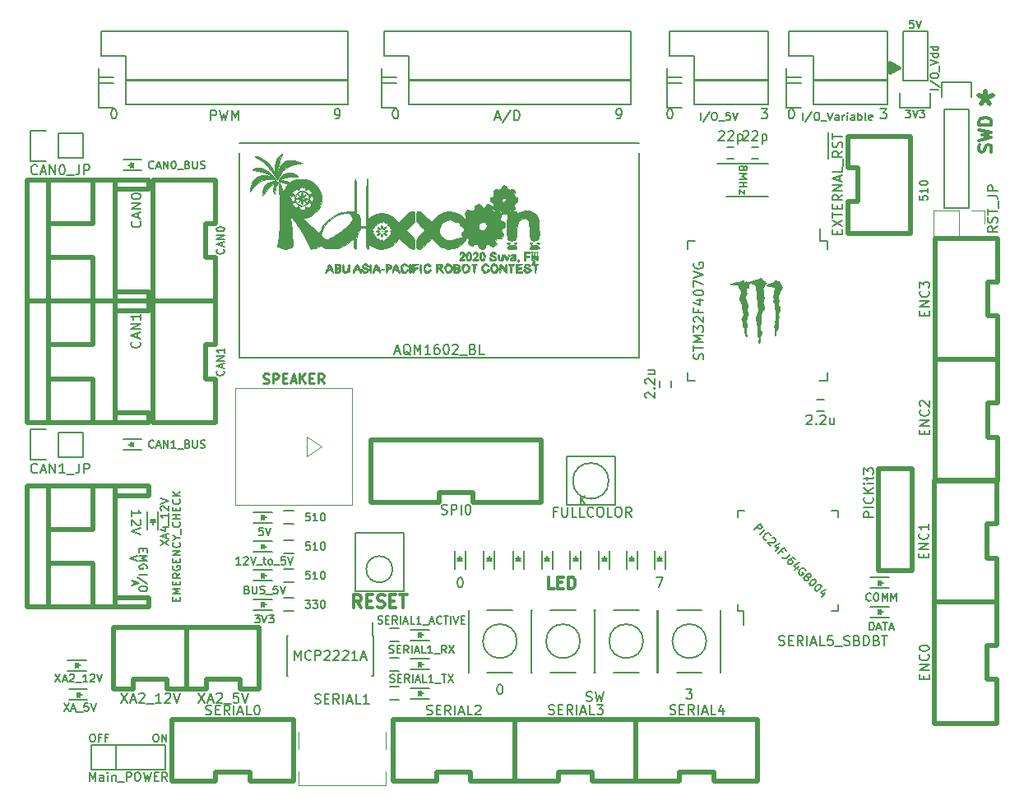
<source format=gbr>
G04 #@! TF.GenerationSoftware,KiCad,Pcbnew,(5.1.5)-3*
G04 #@! TF.CreationDate,2020-06-17T20:48:13+09:00*
G04 #@! TF.ProjectId,stm32f4_Centaurus,73746d33-3266-4345-9f43-656e74617572,rev?*
G04 #@! TF.SameCoordinates,Original*
G04 #@! TF.FileFunction,Legend,Top*
G04 #@! TF.FilePolarity,Positive*
%FSLAX46Y46*%
G04 Gerber Fmt 4.6, Leading zero omitted, Abs format (unit mm)*
G04 Created by KiCad (PCBNEW (5.1.5)-3) date 2020-06-17 20:48:13*
%MOMM*%
%LPD*%
G04 APERTURE LIST*
%ADD10C,0.200000*%
%ADD11C,0.325000*%
%ADD12C,0.500000*%
%ADD13C,0.300000*%
%ADD14C,0.150000*%
%ADD15C,0.120000*%
%ADD16C,0.010000*%
%ADD17C,0.250000*%
G04 APERTURE END LIST*
D10*
X82464285Y-129654761D02*
X82607142Y-129702380D01*
X82845238Y-129702380D01*
X82940476Y-129654761D01*
X82988095Y-129607142D01*
X83035714Y-129511904D01*
X83035714Y-129416666D01*
X82988095Y-129321428D01*
X82940476Y-129273809D01*
X82845238Y-129226190D01*
X82654761Y-129178571D01*
X82559523Y-129130952D01*
X82511904Y-129083333D01*
X82464285Y-128988095D01*
X82464285Y-128892857D01*
X82511904Y-128797619D01*
X82559523Y-128750000D01*
X82654761Y-128702380D01*
X82892857Y-128702380D01*
X83035714Y-128750000D01*
X83464285Y-129178571D02*
X83797619Y-129178571D01*
X83940476Y-129702380D02*
X83464285Y-129702380D01*
X83464285Y-128702380D01*
X83940476Y-128702380D01*
X84940476Y-129702380D02*
X84607142Y-129226190D01*
X84369047Y-129702380D02*
X84369047Y-128702380D01*
X84750000Y-128702380D01*
X84845238Y-128750000D01*
X84892857Y-128797619D01*
X84940476Y-128892857D01*
X84940476Y-129035714D01*
X84892857Y-129130952D01*
X84845238Y-129178571D01*
X84750000Y-129226190D01*
X84369047Y-129226190D01*
X85369047Y-129702380D02*
X85369047Y-128702380D01*
X85797619Y-129416666D02*
X86273809Y-129416666D01*
X85702380Y-129702380D02*
X86035714Y-128702380D01*
X86369047Y-129702380D01*
X87178571Y-129702380D02*
X86702380Y-129702380D01*
X86702380Y-128702380D01*
X88035714Y-129702380D02*
X87464285Y-129702380D01*
X87750000Y-129702380D02*
X87750000Y-128702380D01*
X87654761Y-128845238D01*
X87559523Y-128940476D01*
X87464285Y-128988095D01*
D11*
X141723809Y-63754761D02*
X141661904Y-63754761D01*
X141847619Y-63816666D02*
X141661904Y-63816666D01*
X141971428Y-63878571D02*
X141661904Y-63878571D01*
X142095238Y-63940476D02*
X141661904Y-63940476D01*
X142157142Y-64002380D02*
X141661904Y-64002380D01*
X142280952Y-64064285D02*
X141661904Y-64064285D01*
X142404761Y-64126190D02*
X141661904Y-64126190D01*
X142528571Y-64188095D02*
X141661904Y-64188095D01*
X142652380Y-64250000D02*
X141661904Y-64250000D01*
X142528571Y-64311904D02*
X141661904Y-64311904D01*
X142404761Y-64373809D02*
X141661904Y-64373809D01*
X142280952Y-64435714D02*
X141661904Y-64435714D01*
X142157142Y-64497619D02*
X141661904Y-64497619D01*
X142095238Y-64559523D02*
X141661904Y-64559523D01*
X141971428Y-64621428D02*
X141661904Y-64621428D01*
X141847619Y-64683333D02*
X141661904Y-64683333D01*
X141661904Y-64745238D02*
X142590476Y-64250000D01*
X141661904Y-63754761D01*
X141723809Y-64745238D02*
X141661904Y-64745238D01*
X142652380Y-64250000D02*
X141661904Y-64807142D01*
X141661904Y-63692857D01*
X142652380Y-64250000D01*
X87211904Y-119788095D02*
X86778571Y-119169047D01*
X86469047Y-119788095D02*
X86469047Y-118488095D01*
X86964285Y-118488095D01*
X87088095Y-118550000D01*
X87150000Y-118611904D01*
X87211904Y-118735714D01*
X87211904Y-118921428D01*
X87150000Y-119045238D01*
X87088095Y-119107142D01*
X86964285Y-119169047D01*
X86469047Y-119169047D01*
X87769047Y-119107142D02*
X88202380Y-119107142D01*
X88388095Y-119788095D02*
X87769047Y-119788095D01*
X87769047Y-118488095D01*
X88388095Y-118488095D01*
X88883333Y-119726190D02*
X89069047Y-119788095D01*
X89378571Y-119788095D01*
X89502380Y-119726190D01*
X89564285Y-119664285D01*
X89626190Y-119540476D01*
X89626190Y-119416666D01*
X89564285Y-119292857D01*
X89502380Y-119230952D01*
X89378571Y-119169047D01*
X89130952Y-119107142D01*
X89007142Y-119045238D01*
X88945238Y-118983333D01*
X88883333Y-118859523D01*
X88883333Y-118735714D01*
X88945238Y-118611904D01*
X89007142Y-118550000D01*
X89130952Y-118488095D01*
X89440476Y-118488095D01*
X89626190Y-118550000D01*
X90183333Y-119107142D02*
X90616666Y-119107142D01*
X90802380Y-119788095D02*
X90183333Y-119788095D01*
X90183333Y-118488095D01*
X90802380Y-118488095D01*
X91173809Y-118488095D02*
X91916666Y-118488095D01*
X91545238Y-119788095D02*
X91545238Y-118488095D01*
D10*
X144097619Y-59311904D02*
X143716666Y-59311904D01*
X143678571Y-59692857D01*
X143716666Y-59654761D01*
X143792857Y-59616666D01*
X143983333Y-59616666D01*
X144059523Y-59654761D01*
X144097619Y-59692857D01*
X144135714Y-59769047D01*
X144135714Y-59959523D01*
X144097619Y-60035714D01*
X144059523Y-60073809D01*
X143983333Y-60111904D01*
X143792857Y-60111904D01*
X143716666Y-60073809D01*
X143678571Y-60035714D01*
X144364285Y-59311904D02*
X144630952Y-60111904D01*
X144897619Y-59311904D01*
X143259523Y-68561904D02*
X143754761Y-68561904D01*
X143488095Y-68866666D01*
X143602380Y-68866666D01*
X143678571Y-68904761D01*
X143716666Y-68942857D01*
X143754761Y-69019047D01*
X143754761Y-69209523D01*
X143716666Y-69285714D01*
X143678571Y-69323809D01*
X143602380Y-69361904D01*
X143373809Y-69361904D01*
X143297619Y-69323809D01*
X143259523Y-69285714D01*
X143983333Y-68561904D02*
X144250000Y-69361904D01*
X144516666Y-68561904D01*
X144707142Y-68561904D02*
X145202380Y-68561904D01*
X144935714Y-68866666D01*
X145050000Y-68866666D01*
X145126190Y-68904761D01*
X145164285Y-68942857D01*
X145202380Y-69019047D01*
X145202380Y-69209523D01*
X145164285Y-69285714D01*
X145126190Y-69323809D01*
X145050000Y-69361904D01*
X144821428Y-69361904D01*
X144745238Y-69323809D01*
X144707142Y-69285714D01*
X59488095Y-132811904D02*
X59640476Y-132811904D01*
X59716666Y-132850000D01*
X59792857Y-132926190D01*
X59830952Y-133078571D01*
X59830952Y-133345238D01*
X59792857Y-133497619D01*
X59716666Y-133573809D01*
X59640476Y-133611904D01*
X59488095Y-133611904D01*
X59411904Y-133573809D01*
X59335714Y-133497619D01*
X59297619Y-133345238D01*
X59297619Y-133078571D01*
X59335714Y-132926190D01*
X59411904Y-132850000D01*
X59488095Y-132811904D01*
X60440476Y-133192857D02*
X60173809Y-133192857D01*
X60173809Y-133611904D02*
X60173809Y-132811904D01*
X60554761Y-132811904D01*
X61126190Y-133192857D02*
X60859523Y-133192857D01*
X60859523Y-133611904D02*
X60859523Y-132811904D01*
X61240476Y-132811904D01*
X66004761Y-132811904D02*
X66157142Y-132811904D01*
X66233333Y-132850000D01*
X66309523Y-132926190D01*
X66347619Y-133078571D01*
X66347619Y-133345238D01*
X66309523Y-133497619D01*
X66233333Y-133573809D01*
X66157142Y-133611904D01*
X66004761Y-133611904D01*
X65928571Y-133573809D01*
X65852380Y-133497619D01*
X65814285Y-133345238D01*
X65814285Y-133078571D01*
X65852380Y-132926190D01*
X65928571Y-132850000D01*
X66004761Y-132811904D01*
X66690476Y-133611904D02*
X66690476Y-132811904D01*
X67147619Y-133611904D01*
X67147619Y-132811904D01*
D12*
X151500000Y-66607142D02*
X151500000Y-67321428D01*
X150785714Y-67035714D02*
X151500000Y-67321428D01*
X152214285Y-67035714D01*
X151071428Y-67892857D02*
X151500000Y-67321428D01*
X151928571Y-67892857D01*
D10*
X140666666Y-68452380D02*
X141285714Y-68452380D01*
X140952380Y-68833333D01*
X141095238Y-68833333D01*
X141190476Y-68880952D01*
X141238095Y-68928571D01*
X141285714Y-69023809D01*
X141285714Y-69261904D01*
X141238095Y-69357142D01*
X141190476Y-69404761D01*
X141095238Y-69452380D01*
X140809523Y-69452380D01*
X140714285Y-69404761D01*
X140666666Y-69357142D01*
X131452380Y-68452380D02*
X131547619Y-68452380D01*
X131642857Y-68500000D01*
X131690476Y-68547619D01*
X131738095Y-68642857D01*
X131785714Y-68833333D01*
X131785714Y-69071428D01*
X131738095Y-69261904D01*
X131690476Y-69357142D01*
X131642857Y-69404761D01*
X131547619Y-69452380D01*
X131452380Y-69452380D01*
X131357142Y-69404761D01*
X131309523Y-69357142D01*
X131261904Y-69261904D01*
X131214285Y-69071428D01*
X131214285Y-68833333D01*
X131261904Y-68642857D01*
X131309523Y-68547619D01*
X131357142Y-68500000D01*
X131452380Y-68452380D01*
X128416666Y-68452380D02*
X129035714Y-68452380D01*
X128702380Y-68833333D01*
X128845238Y-68833333D01*
X128940476Y-68880952D01*
X128988095Y-68928571D01*
X129035714Y-69023809D01*
X129035714Y-69261904D01*
X128988095Y-69357142D01*
X128940476Y-69404761D01*
X128845238Y-69452380D01*
X128559523Y-69452380D01*
X128464285Y-69404761D01*
X128416666Y-69357142D01*
X118952380Y-68452380D02*
X119047619Y-68452380D01*
X119142857Y-68500000D01*
X119190476Y-68547619D01*
X119238095Y-68642857D01*
X119285714Y-68833333D01*
X119285714Y-69071428D01*
X119238095Y-69261904D01*
X119190476Y-69357142D01*
X119142857Y-69404761D01*
X119047619Y-69452380D01*
X118952380Y-69452380D01*
X118857142Y-69404761D01*
X118809523Y-69357142D01*
X118761904Y-69261904D01*
X118714285Y-69071428D01*
X118714285Y-68833333D01*
X118761904Y-68642857D01*
X118809523Y-68547619D01*
X118857142Y-68500000D01*
X118952380Y-68452380D01*
X113559523Y-69452380D02*
X113750000Y-69452380D01*
X113845238Y-69404761D01*
X113892857Y-69357142D01*
X113988095Y-69214285D01*
X114035714Y-69023809D01*
X114035714Y-68642857D01*
X113988095Y-68547619D01*
X113940476Y-68500000D01*
X113845238Y-68452380D01*
X113654761Y-68452380D01*
X113559523Y-68500000D01*
X113511904Y-68547619D01*
X113464285Y-68642857D01*
X113464285Y-68880952D01*
X113511904Y-68976190D01*
X113559523Y-69023809D01*
X113654761Y-69071428D01*
X113845238Y-69071428D01*
X113940476Y-69023809D01*
X113988095Y-68976190D01*
X114035714Y-68880952D01*
X90702380Y-68452380D02*
X90797619Y-68452380D01*
X90892857Y-68500000D01*
X90940476Y-68547619D01*
X90988095Y-68642857D01*
X91035714Y-68833333D01*
X91035714Y-69071428D01*
X90988095Y-69261904D01*
X90940476Y-69357142D01*
X90892857Y-69404761D01*
X90797619Y-69452380D01*
X90702380Y-69452380D01*
X90607142Y-69404761D01*
X90559523Y-69357142D01*
X90511904Y-69261904D01*
X90464285Y-69071428D01*
X90464285Y-68833333D01*
X90511904Y-68642857D01*
X90559523Y-68547619D01*
X90607142Y-68500000D01*
X90702380Y-68452380D01*
X84559523Y-69452380D02*
X84750000Y-69452380D01*
X84845238Y-69404761D01*
X84892857Y-69357142D01*
X84988095Y-69214285D01*
X85035714Y-69023809D01*
X85035714Y-68642857D01*
X84988095Y-68547619D01*
X84940476Y-68500000D01*
X84845238Y-68452380D01*
X84654761Y-68452380D01*
X84559523Y-68500000D01*
X84511904Y-68547619D01*
X84464285Y-68642857D01*
X84464285Y-68880952D01*
X84511904Y-68976190D01*
X84559523Y-69023809D01*
X84654761Y-69071428D01*
X84845238Y-69071428D01*
X84940476Y-69023809D01*
X84988095Y-68976190D01*
X85035714Y-68880952D01*
X61702380Y-68452380D02*
X61797619Y-68452380D01*
X61892857Y-68500000D01*
X61940476Y-68547619D01*
X61988095Y-68642857D01*
X62035714Y-68833333D01*
X62035714Y-69071428D01*
X61988095Y-69261904D01*
X61940476Y-69357142D01*
X61892857Y-69404761D01*
X61797619Y-69452380D01*
X61702380Y-69452380D01*
X61607142Y-69404761D01*
X61559523Y-69357142D01*
X61511904Y-69261904D01*
X61464285Y-69071428D01*
X61464285Y-68833333D01*
X61511904Y-68642857D01*
X61559523Y-68547619D01*
X61607142Y-68500000D01*
X61702380Y-68452380D01*
X120666666Y-128202380D02*
X121285714Y-128202380D01*
X120952380Y-128583333D01*
X121095238Y-128583333D01*
X121190476Y-128630952D01*
X121238095Y-128678571D01*
X121285714Y-128773809D01*
X121285714Y-129011904D01*
X121238095Y-129107142D01*
X121190476Y-129154761D01*
X121095238Y-129202380D01*
X120809523Y-129202380D01*
X120714285Y-129154761D01*
X120666666Y-129107142D01*
X101452380Y-127702380D02*
X101547619Y-127702380D01*
X101642857Y-127750000D01*
X101690476Y-127797619D01*
X101738095Y-127892857D01*
X101785714Y-128083333D01*
X101785714Y-128321428D01*
X101738095Y-128511904D01*
X101690476Y-128607142D01*
X101642857Y-128654761D01*
X101547619Y-128702380D01*
X101452380Y-128702380D01*
X101357142Y-128654761D01*
X101309523Y-128607142D01*
X101261904Y-128511904D01*
X101214285Y-128321428D01*
X101214285Y-128083333D01*
X101261904Y-127892857D01*
X101309523Y-127797619D01*
X101357142Y-127750000D01*
X101452380Y-127702380D01*
X110392857Y-129404761D02*
X110535714Y-129452380D01*
X110773809Y-129452380D01*
X110869047Y-129404761D01*
X110916666Y-129357142D01*
X110964285Y-129261904D01*
X110964285Y-129166666D01*
X110916666Y-129071428D01*
X110869047Y-129023809D01*
X110773809Y-128976190D01*
X110583333Y-128928571D01*
X110488095Y-128880952D01*
X110440476Y-128833333D01*
X110392857Y-128738095D01*
X110392857Y-128642857D01*
X110440476Y-128547619D01*
X110488095Y-128500000D01*
X110583333Y-128452380D01*
X110821428Y-128452380D01*
X110964285Y-128500000D01*
X111297619Y-128452380D02*
X111535714Y-129452380D01*
X111726190Y-128738095D01*
X111916666Y-129452380D01*
X112154761Y-128452380D01*
D13*
X107078571Y-117842857D02*
X106507142Y-117842857D01*
X106507142Y-116642857D01*
X107478571Y-117214285D02*
X107878571Y-117214285D01*
X108050000Y-117842857D02*
X107478571Y-117842857D01*
X107478571Y-116642857D01*
X108050000Y-116642857D01*
X108564285Y-117842857D02*
X108564285Y-116642857D01*
X108850000Y-116642857D01*
X109021428Y-116700000D01*
X109135714Y-116814285D01*
X109192857Y-116928571D01*
X109250000Y-117157142D01*
X109250000Y-117328571D01*
X109192857Y-117557142D01*
X109135714Y-117671428D01*
X109021428Y-117785714D01*
X108850000Y-117842857D01*
X108564285Y-117842857D01*
D14*
X109790476Y-109111904D02*
X109790476Y-108311904D01*
X110247619Y-109111904D02*
X109904761Y-108654761D01*
X110247619Y-108311904D02*
X109790476Y-108769047D01*
D10*
X117616666Y-116702380D02*
X118283333Y-116702380D01*
X117854761Y-117702380D01*
X97352380Y-116702380D02*
X97447619Y-116702380D01*
X97542857Y-116750000D01*
X97590476Y-116797619D01*
X97638095Y-116892857D01*
X97685714Y-117083333D01*
X97685714Y-117321428D01*
X97638095Y-117511904D01*
X97590476Y-117607142D01*
X97542857Y-117654761D01*
X97447619Y-117702380D01*
X97352380Y-117702380D01*
X97257142Y-117654761D01*
X97209523Y-117607142D01*
X97161904Y-117511904D01*
X97114285Y-117321428D01*
X97114285Y-117083333D01*
X97161904Y-116892857D01*
X97209523Y-116797619D01*
X97257142Y-116750000D01*
X97352380Y-116702380D01*
X107357142Y-109928571D02*
X107023809Y-109928571D01*
X107023809Y-110452380D02*
X107023809Y-109452380D01*
X107500000Y-109452380D01*
X107880952Y-109452380D02*
X107880952Y-110261904D01*
X107928571Y-110357142D01*
X107976190Y-110404761D01*
X108071428Y-110452380D01*
X108261904Y-110452380D01*
X108357142Y-110404761D01*
X108404761Y-110357142D01*
X108452380Y-110261904D01*
X108452380Y-109452380D01*
X109404761Y-110452380D02*
X108928571Y-110452380D01*
X108928571Y-109452380D01*
X110214285Y-110452380D02*
X109738095Y-110452380D01*
X109738095Y-109452380D01*
X111119047Y-110357142D02*
X111071428Y-110404761D01*
X110928571Y-110452380D01*
X110833333Y-110452380D01*
X110690476Y-110404761D01*
X110595238Y-110309523D01*
X110547619Y-110214285D01*
X110500000Y-110023809D01*
X110500000Y-109880952D01*
X110547619Y-109690476D01*
X110595238Y-109595238D01*
X110690476Y-109500000D01*
X110833333Y-109452380D01*
X110928571Y-109452380D01*
X111071428Y-109500000D01*
X111119047Y-109547619D01*
X111738095Y-109452380D02*
X111928571Y-109452380D01*
X112023809Y-109500000D01*
X112119047Y-109595238D01*
X112166666Y-109785714D01*
X112166666Y-110119047D01*
X112119047Y-110309523D01*
X112023809Y-110404761D01*
X111928571Y-110452380D01*
X111738095Y-110452380D01*
X111642857Y-110404761D01*
X111547619Y-110309523D01*
X111500000Y-110119047D01*
X111500000Y-109785714D01*
X111547619Y-109595238D01*
X111642857Y-109500000D01*
X111738095Y-109452380D01*
X113071428Y-110452380D02*
X112595238Y-110452380D01*
X112595238Y-109452380D01*
X113595238Y-109452380D02*
X113785714Y-109452380D01*
X113880952Y-109500000D01*
X113976190Y-109595238D01*
X114023809Y-109785714D01*
X114023809Y-110119047D01*
X113976190Y-110309523D01*
X113880952Y-110404761D01*
X113785714Y-110452380D01*
X113595238Y-110452380D01*
X113500000Y-110404761D01*
X113404761Y-110309523D01*
X113357142Y-110119047D01*
X113357142Y-109785714D01*
X113404761Y-109595238D01*
X113500000Y-109500000D01*
X113595238Y-109452380D01*
X115023809Y-110452380D02*
X114690476Y-109976190D01*
X114452380Y-110452380D02*
X114452380Y-109452380D01*
X114833333Y-109452380D01*
X114928571Y-109500000D01*
X114976190Y-109547619D01*
X115023809Y-109642857D01*
X115023809Y-109785714D01*
X114976190Y-109880952D01*
X114928571Y-109928571D01*
X114833333Y-109976190D01*
X114452380Y-109976190D01*
D14*
X63816666Y-117059523D02*
X63816666Y-117440476D01*
X63588095Y-116983333D02*
X64388095Y-117250000D01*
X63588095Y-117516666D01*
X64388095Y-116411904D02*
X65188095Y-116411904D01*
X65226190Y-117364285D02*
X64197619Y-116678571D01*
X65188095Y-117783333D02*
X65188095Y-117935714D01*
X65150000Y-118011904D01*
X65073809Y-118088095D01*
X64921428Y-118126190D01*
X64654761Y-118126190D01*
X64502380Y-118088095D01*
X64426190Y-118011904D01*
X64388095Y-117935714D01*
X64388095Y-117783333D01*
X64426190Y-117707142D01*
X64502380Y-117630952D01*
X64654761Y-117592857D01*
X64921428Y-117592857D01*
X65073809Y-117630952D01*
X65150000Y-117707142D01*
X65188095Y-117783333D01*
X64188095Y-114483333D02*
X63388095Y-114750000D01*
X64188095Y-115016666D01*
X64807142Y-113721428D02*
X64807142Y-113988095D01*
X64388095Y-114102380D02*
X64388095Y-113721428D01*
X65188095Y-113721428D01*
X65188095Y-114102380D01*
X64388095Y-114445238D02*
X65188095Y-114445238D01*
X64616666Y-114711904D01*
X65188095Y-114978571D01*
X64388095Y-114978571D01*
X65150000Y-115778571D02*
X65188095Y-115702380D01*
X65188095Y-115588095D01*
X65150000Y-115473809D01*
X65073809Y-115397619D01*
X64997619Y-115359523D01*
X64845238Y-115321428D01*
X64730952Y-115321428D01*
X64578571Y-115359523D01*
X64502380Y-115397619D01*
X64426190Y-115473809D01*
X64388095Y-115588095D01*
X64388095Y-115664285D01*
X64426190Y-115778571D01*
X64464285Y-115816666D01*
X64730952Y-115816666D01*
X64730952Y-115664285D01*
D10*
X63547619Y-110380952D02*
X63547619Y-109809523D01*
X63547619Y-110095238D02*
X64547619Y-110095238D01*
X64404761Y-110000000D01*
X64309523Y-109904761D01*
X64261904Y-109809523D01*
X64452380Y-110761904D02*
X64500000Y-110809523D01*
X64547619Y-110904761D01*
X64547619Y-111142857D01*
X64500000Y-111238095D01*
X64452380Y-111285714D01*
X64357142Y-111333333D01*
X64261904Y-111333333D01*
X64119047Y-111285714D01*
X63547619Y-110714285D01*
X63547619Y-111333333D01*
X64547619Y-111619047D02*
X63547619Y-111952380D01*
X64547619Y-112285714D01*
D14*
X118200000Y-114750000D02*
X117950000Y-115000000D01*
X117700000Y-114750000D02*
X118200000Y-114750000D01*
X117950000Y-115000000D02*
X117700000Y-114750000D01*
X117700000Y-115000000D02*
X118200000Y-115000000D01*
X117950000Y-114950000D02*
X117950000Y-114500000D01*
X117400000Y-115850000D02*
X117400000Y-113950000D01*
X118500000Y-115850000D02*
X118500000Y-113950000D01*
X115350000Y-114750000D02*
X115100000Y-115000000D01*
X114850000Y-114750000D02*
X115350000Y-114750000D01*
X115100000Y-115000000D02*
X114850000Y-114750000D01*
X114850000Y-115000000D02*
X115350000Y-115000000D01*
X115100000Y-114950000D02*
X115100000Y-114500000D01*
X114550000Y-115850000D02*
X114550000Y-113950000D01*
X115650000Y-115850000D02*
X115650000Y-113950000D01*
X112500000Y-114750000D02*
X112250000Y-115000000D01*
X112000000Y-114750000D02*
X112500000Y-114750000D01*
X112250000Y-115000000D02*
X112000000Y-114750000D01*
X112000000Y-115000000D02*
X112500000Y-115000000D01*
X112250000Y-114950000D02*
X112250000Y-114500000D01*
X111700000Y-115850000D02*
X111700000Y-113950000D01*
X112800000Y-115850000D02*
X112800000Y-113950000D01*
X109850000Y-115850000D02*
X109850000Y-113950000D01*
X108750000Y-115850000D02*
X108750000Y-113950000D01*
X109300000Y-114950000D02*
X109300000Y-114500000D01*
X109050000Y-115000000D02*
X109550000Y-115000000D01*
X109300000Y-115000000D02*
X109050000Y-114750000D01*
X109050000Y-114750000D02*
X109550000Y-114750000D01*
X109550000Y-114750000D02*
X109300000Y-115000000D01*
X106600000Y-114750000D02*
X106350000Y-115000000D01*
X106100000Y-114750000D02*
X106600000Y-114750000D01*
X106350000Y-115000000D02*
X106100000Y-114750000D01*
X106100000Y-115000000D02*
X106600000Y-115000000D01*
X106350000Y-114950000D02*
X106350000Y-114500000D01*
X105800000Y-115850000D02*
X105800000Y-113950000D01*
X106900000Y-115850000D02*
X106900000Y-113950000D01*
X103950000Y-115850000D02*
X103950000Y-113950000D01*
X102850000Y-115850000D02*
X102850000Y-113950000D01*
X103400000Y-114950000D02*
X103400000Y-114500000D01*
X103150000Y-115000000D02*
X103650000Y-115000000D01*
X103400000Y-115000000D02*
X103150000Y-114750000D01*
X103150000Y-114750000D02*
X103650000Y-114750000D01*
X103650000Y-114750000D02*
X103400000Y-115000000D01*
X100950000Y-115850000D02*
X100950000Y-113950000D01*
X99850000Y-115850000D02*
X99850000Y-113950000D01*
X100400000Y-114950000D02*
X100400000Y-114500000D01*
X100150000Y-115000000D02*
X100650000Y-115000000D01*
X100400000Y-115000000D02*
X100150000Y-114750000D01*
X100150000Y-114750000D02*
X100650000Y-114750000D01*
X100650000Y-114750000D02*
X100400000Y-115000000D01*
X97650000Y-114750000D02*
X97400000Y-115000000D01*
X97150000Y-114750000D02*
X97650000Y-114750000D01*
X97400000Y-115000000D02*
X97150000Y-114750000D01*
X97150000Y-115000000D02*
X97650000Y-115000000D01*
X97400000Y-114950000D02*
X97400000Y-114500000D01*
X96850000Y-115850000D02*
X96850000Y-113950000D01*
X97950000Y-115850000D02*
X97950000Y-113950000D01*
X140750000Y-120500000D02*
X140500000Y-120250000D01*
X140750000Y-120000000D02*
X140750000Y-120500000D01*
X140500000Y-120250000D02*
X140750000Y-120000000D01*
X140500000Y-120000000D02*
X140500000Y-120500000D01*
X140550000Y-120250000D02*
X141000000Y-120250000D01*
X139650000Y-119700000D02*
X141550000Y-119700000D01*
X139650000Y-120800000D02*
X141550000Y-120800000D01*
X139650000Y-117800000D02*
X141550000Y-117800000D01*
X139650000Y-116700000D02*
X141550000Y-116700000D01*
X140550000Y-117250000D02*
X141000000Y-117250000D01*
X140500000Y-117000000D02*
X140500000Y-117500000D01*
X140500000Y-117250000D02*
X140750000Y-117000000D01*
X140750000Y-117000000D02*
X140750000Y-117500000D01*
X140750000Y-117500000D02*
X140500000Y-117250000D01*
X90140000Y-127945000D02*
X91140000Y-127945000D01*
X91140000Y-129295000D02*
X90140000Y-129295000D01*
X90140000Y-124945000D02*
X91140000Y-124945000D01*
X91140000Y-126295000D02*
X90140000Y-126295000D01*
X91140000Y-123295000D02*
X90140000Y-123295000D01*
X90140000Y-121945000D02*
X91140000Y-121945000D01*
X80250000Y-120175000D02*
X79250000Y-120175000D01*
X79250000Y-118825000D02*
X80250000Y-118825000D01*
X80250000Y-117175000D02*
X79250000Y-117175000D01*
X79250000Y-115825000D02*
X80250000Y-115825000D01*
X79250000Y-112825000D02*
X80250000Y-112825000D01*
X80250000Y-114175000D02*
X79250000Y-114175000D01*
X80250000Y-111175000D02*
X79250000Y-111175000D01*
X79250000Y-109825000D02*
X80250000Y-109825000D01*
X128100000Y-73600000D02*
X127400000Y-73600000D01*
X127400000Y-72400000D02*
X128100000Y-72400000D01*
X125600000Y-73600000D02*
X124900000Y-73600000D01*
X124900000Y-72400000D02*
X125600000Y-72400000D01*
X134150000Y-98400000D02*
X134850000Y-98400000D01*
X134850000Y-99600000D02*
X134150000Y-99600000D01*
X117900000Y-97100000D02*
X117900000Y-96400000D01*
X119100000Y-96400000D02*
X119100000Y-97100000D01*
X93420000Y-128870000D02*
X93170000Y-128620000D01*
X93420000Y-128370000D02*
X93420000Y-128870000D01*
X93170000Y-128620000D02*
X93420000Y-128370000D01*
X93170000Y-128370000D02*
X93170000Y-128870000D01*
X93220000Y-128620000D02*
X93670000Y-128620000D01*
X92320000Y-128070000D02*
X94220000Y-128070000D01*
X92320000Y-129170000D02*
X94220000Y-129170000D01*
X92320000Y-126170000D02*
X94220000Y-126170000D01*
X92320000Y-125070000D02*
X94220000Y-125070000D01*
X93220000Y-125620000D02*
X93670000Y-125620000D01*
X93170000Y-125370000D02*
X93170000Y-125870000D01*
X93170000Y-125620000D02*
X93420000Y-125370000D01*
X93420000Y-125370000D02*
X93420000Y-125870000D01*
X93420000Y-125870000D02*
X93170000Y-125620000D01*
X92320000Y-123170000D02*
X94220000Y-123170000D01*
X92320000Y-122070000D02*
X94220000Y-122070000D01*
X93220000Y-122620000D02*
X93670000Y-122620000D01*
X93170000Y-122370000D02*
X93170000Y-122870000D01*
X93170000Y-122620000D02*
X93420000Y-122370000D01*
X93420000Y-122370000D02*
X93420000Y-122870000D01*
X93420000Y-122870000D02*
X93170000Y-122620000D01*
X77250000Y-119750000D02*
X77000000Y-119500000D01*
X77250000Y-119250000D02*
X77250000Y-119750000D01*
X77000000Y-119500000D02*
X77250000Y-119250000D01*
X77000000Y-119250000D02*
X77000000Y-119750000D01*
X77050000Y-119500000D02*
X77500000Y-119500000D01*
X76150000Y-118950000D02*
X78050000Y-118950000D01*
X76150000Y-120050000D02*
X78050000Y-120050000D01*
X77250000Y-116750000D02*
X77000000Y-116500000D01*
X77250000Y-116250000D02*
X77250000Y-116750000D01*
X77000000Y-116500000D02*
X77250000Y-116250000D01*
X77000000Y-116250000D02*
X77000000Y-116750000D01*
X77050000Y-116500000D02*
X77500000Y-116500000D01*
X76150000Y-115950000D02*
X78050000Y-115950000D01*
X76150000Y-117050000D02*
X78050000Y-117050000D01*
X76150000Y-114050000D02*
X78050000Y-114050000D01*
X76150000Y-112950000D02*
X78050000Y-112950000D01*
X77050000Y-113500000D02*
X77500000Y-113500000D01*
X77000000Y-113250000D02*
X77000000Y-113750000D01*
X77000000Y-113500000D02*
X77250000Y-113250000D01*
X77250000Y-113250000D02*
X77250000Y-113750000D01*
X77250000Y-113750000D02*
X77000000Y-113500000D01*
X77250000Y-110750000D02*
X77000000Y-110500000D01*
X77250000Y-110250000D02*
X77250000Y-110750000D01*
X77000000Y-110500000D02*
X77250000Y-110250000D01*
X77000000Y-110250000D02*
X77000000Y-110750000D01*
X77050000Y-110500000D02*
X77500000Y-110500000D01*
X76150000Y-109950000D02*
X78050000Y-109950000D01*
X76150000Y-111050000D02*
X78050000Y-111050000D01*
X63500000Y-74000000D02*
X63750000Y-74250000D01*
X63500000Y-74500000D02*
X63500000Y-74000000D01*
X63750000Y-74250000D02*
X63500000Y-74500000D01*
X63750000Y-74500000D02*
X63750000Y-74000000D01*
X63700000Y-74250000D02*
X63250000Y-74250000D01*
X64600000Y-74800000D02*
X62700000Y-74800000D01*
X64600000Y-73700000D02*
X62700000Y-73700000D01*
X64600000Y-102450000D02*
X62700000Y-102450000D01*
X64600000Y-103550000D02*
X62700000Y-103550000D01*
X63700000Y-103000000D02*
X63250000Y-103000000D01*
X63750000Y-103250000D02*
X63750000Y-102750000D01*
X63750000Y-103000000D02*
X63500000Y-103250000D01*
X63500000Y-103250000D02*
X63500000Y-102750000D01*
X63500000Y-102750000D02*
X63750000Y-103000000D01*
X65200000Y-109900000D02*
X65200000Y-111800000D01*
X66300000Y-109900000D02*
X66300000Y-111800000D01*
X65750000Y-110800000D02*
X65750000Y-111250000D01*
X66000000Y-110750000D02*
X65500000Y-110750000D01*
X65750000Y-110750000D02*
X66000000Y-111000000D01*
X66000000Y-111000000D02*
X65500000Y-111000000D01*
X65500000Y-111000000D02*
X65750000Y-110750000D01*
X58250000Y-129000000D02*
X58000000Y-128750000D01*
X58250000Y-128500000D02*
X58250000Y-129000000D01*
X58000000Y-128750000D02*
X58250000Y-128500000D01*
X58000000Y-128500000D02*
X58000000Y-129000000D01*
X58050000Y-128750000D02*
X58500000Y-128750000D01*
X57150000Y-128200000D02*
X59050000Y-128200000D01*
X57150000Y-129300000D02*
X59050000Y-129300000D01*
X57020000Y-126300000D02*
X58920000Y-126300000D01*
X57020000Y-125200000D02*
X58920000Y-125200000D01*
X57920000Y-125750000D02*
X58370000Y-125750000D01*
X57870000Y-125500000D02*
X57870000Y-126000000D01*
X57870000Y-125750000D02*
X58120000Y-125500000D01*
X58120000Y-125500000D02*
X58120000Y-126000000D01*
X58120000Y-126000000D02*
X57870000Y-125750000D01*
X59440000Y-136520000D02*
X59440000Y-133980000D01*
X59440000Y-133980000D02*
X67060000Y-133980000D01*
X67060000Y-133980000D02*
X67060000Y-136520000D01*
X67060000Y-136520000D02*
X59440000Y-136520000D01*
X61980000Y-133980000D02*
X61980000Y-136520000D01*
X90440000Y-115850000D02*
G75*
G03X90440000Y-115850000I-1350000J0D01*
G01*
X91590000Y-118100000D02*
X86590000Y-118100000D01*
X91590000Y-112100000D02*
X91590000Y-118100000D01*
X86590000Y-112100000D02*
X91590000Y-112100000D01*
X86590000Y-118100000D02*
X86590000Y-112100000D01*
D15*
X74250000Y-103200000D02*
X74250000Y-97200000D01*
X74250000Y-97200000D02*
X86250000Y-97200000D01*
X86250000Y-97200000D02*
X86250000Y-109200000D01*
X86250000Y-109200000D02*
X74250000Y-109200000D01*
X74250000Y-109200000D02*
X74250000Y-103200000D01*
X81650000Y-102200000D02*
X81650000Y-103200000D01*
X81650000Y-103200000D02*
X81650000Y-104200000D01*
X81650000Y-104200000D02*
X83150000Y-103200000D01*
X83150000Y-103200000D02*
X81650000Y-102200000D01*
D12*
X152620000Y-131710000D02*
X152620000Y-127210000D01*
X152620000Y-127210000D02*
X151620000Y-127210000D01*
X151620000Y-127210000D02*
X151620000Y-123710000D01*
X151620000Y-123710000D02*
X152620000Y-123710000D01*
X152620000Y-123710000D02*
X152620000Y-119210000D01*
X146220000Y-119210000D02*
X146220000Y-131710000D01*
X152620000Y-119210000D02*
X146220000Y-119210000D01*
X146220000Y-131710000D02*
X152620000Y-131710000D01*
X146220000Y-119210000D02*
X152620000Y-119210000D01*
X152620000Y-106710000D02*
X146220000Y-106710000D01*
X146220000Y-106710000D02*
X146220000Y-119210000D01*
X152620000Y-111210000D02*
X152620000Y-106710000D01*
X151620000Y-111210000D02*
X152620000Y-111210000D01*
X151620000Y-114710000D02*
X151620000Y-111210000D01*
X152620000Y-114710000D02*
X151620000Y-114710000D01*
X152620000Y-119210000D02*
X152620000Y-114710000D01*
X146300000Y-106750000D02*
X152700000Y-106750000D01*
X152700000Y-94250000D02*
X146300000Y-94250000D01*
X146300000Y-94250000D02*
X146300000Y-106750000D01*
X152700000Y-98750000D02*
X152700000Y-94250000D01*
X151700000Y-98750000D02*
X152700000Y-98750000D01*
X151700000Y-102250000D02*
X151700000Y-98750000D01*
X152700000Y-102250000D02*
X151700000Y-102250000D01*
X152700000Y-106750000D02*
X152700000Y-102250000D01*
X152700000Y-94250000D02*
X152700000Y-89750000D01*
X152700000Y-89750000D02*
X151700000Y-89750000D01*
X151700000Y-89750000D02*
X151700000Y-86250000D01*
X151700000Y-86250000D02*
X152700000Y-86250000D01*
X152700000Y-86250000D02*
X152700000Y-81750000D01*
X146300000Y-81750000D02*
X146300000Y-94250000D01*
X152700000Y-81750000D02*
X146300000Y-81750000D01*
X146300000Y-94250000D02*
X152700000Y-94250000D01*
X115500000Y-137700000D02*
X120000000Y-137700000D01*
X120000000Y-137700000D02*
X120000000Y-136700000D01*
X120000000Y-136700000D02*
X123500000Y-136700000D01*
X123500000Y-136700000D02*
X123500000Y-137700000D01*
X123500000Y-137700000D02*
X128000000Y-137700000D01*
X128000000Y-131300000D02*
X115500000Y-131300000D01*
X128000000Y-137700000D02*
X128000000Y-131300000D01*
X115500000Y-131300000D02*
X115500000Y-137700000D01*
X103000000Y-131300000D02*
X103000000Y-137700000D01*
X115500000Y-137700000D02*
X115500000Y-131300000D01*
X115500000Y-131300000D02*
X103000000Y-131300000D01*
X111000000Y-137700000D02*
X115500000Y-137700000D01*
X111000000Y-136700000D02*
X111000000Y-137700000D01*
X107500000Y-136700000D02*
X111000000Y-136700000D01*
X107500000Y-137700000D02*
X107500000Y-136700000D01*
X103000000Y-137700000D02*
X107500000Y-137700000D01*
X90500000Y-137700000D02*
X95000000Y-137700000D01*
X95000000Y-137700000D02*
X95000000Y-136700000D01*
X95000000Y-136700000D02*
X98500000Y-136700000D01*
X98500000Y-136700000D02*
X98500000Y-137700000D01*
X98500000Y-137700000D02*
X103000000Y-137700000D01*
X103000000Y-131300000D02*
X90500000Y-131300000D01*
X103000000Y-137700000D02*
X103000000Y-131300000D01*
X90500000Y-131300000D02*
X90500000Y-137700000D01*
X72200000Y-100750000D02*
X72200000Y-96250000D01*
X72200000Y-96250000D02*
X71200000Y-96250000D01*
X71200000Y-96250000D02*
X71200000Y-92750000D01*
X71200000Y-92750000D02*
X72200000Y-92750000D01*
X72200000Y-92750000D02*
X72200000Y-88250000D01*
X65800000Y-88250000D02*
X65800000Y-100750000D01*
X72200000Y-88250000D02*
X65800000Y-88250000D01*
X65800000Y-100750000D02*
X72200000Y-100750000D01*
X65800000Y-88250000D02*
X72200000Y-88250000D01*
X72200000Y-75750000D02*
X65800000Y-75750000D01*
X65800000Y-75750000D02*
X65800000Y-88250000D01*
X72200000Y-80250000D02*
X72200000Y-75750000D01*
X71200000Y-80250000D02*
X72200000Y-80250000D01*
X71200000Y-83750000D02*
X71200000Y-80250000D01*
X72200000Y-83750000D02*
X71200000Y-83750000D01*
X72200000Y-88250000D02*
X72200000Y-83750000D01*
X67750000Y-131300000D02*
X67750000Y-137700000D01*
X80250000Y-137700000D02*
X80250000Y-131300000D01*
X80250000Y-131300000D02*
X67750000Y-131300000D01*
X75750000Y-137700000D02*
X80250000Y-137700000D01*
X75750000Y-136700000D02*
X75750000Y-137700000D01*
X72250000Y-136700000D02*
X75750000Y-136700000D01*
X72250000Y-137700000D02*
X72250000Y-136700000D01*
X67750000Y-137700000D02*
X72250000Y-137700000D01*
X65400000Y-75750000D02*
X52800000Y-75750000D01*
X52800000Y-88250000D02*
X52800000Y-75750000D01*
X65400000Y-88250000D02*
X52800000Y-88250000D01*
X55000000Y-75750000D02*
X55000000Y-88250000D01*
X59600000Y-80250000D02*
X55000000Y-80250000D01*
X59600000Y-83750000D02*
X55000000Y-83750000D01*
X59600000Y-80250000D02*
X59600000Y-75750000D01*
X59600000Y-83750000D02*
X59600000Y-88250000D01*
X61900000Y-88250000D02*
X61900000Y-75750000D01*
X65400000Y-76750000D02*
X61900000Y-76750000D01*
X65400000Y-75750000D02*
X65400000Y-76750000D01*
X65400000Y-87250000D02*
X61900000Y-87250000D01*
X65400000Y-88250000D02*
X65400000Y-87250000D01*
X65400000Y-100750000D02*
X65400000Y-99750000D01*
X65400000Y-99750000D02*
X61900000Y-99750000D01*
X65400000Y-88250000D02*
X65400000Y-89250000D01*
X65400000Y-89250000D02*
X61900000Y-89250000D01*
X61900000Y-100750000D02*
X61900000Y-88250000D01*
X59600000Y-96250000D02*
X59600000Y-100750000D01*
X59600000Y-92750000D02*
X59600000Y-88250000D01*
X59600000Y-96250000D02*
X55000000Y-96250000D01*
X59600000Y-92750000D02*
X55000000Y-92750000D01*
X55000000Y-88250000D02*
X55000000Y-100750000D01*
X65400000Y-100750000D02*
X52800000Y-100750000D01*
X52800000Y-100750000D02*
X52800000Y-88250000D01*
X65400000Y-88250000D02*
X52800000Y-88250000D01*
X65400000Y-119750000D02*
X65400000Y-118750000D01*
X65400000Y-118750000D02*
X61900000Y-118750000D01*
X65400000Y-107250000D02*
X65400000Y-108250000D01*
X65400000Y-108250000D02*
X61900000Y-108250000D01*
X61900000Y-119750000D02*
X61900000Y-107250000D01*
X59600000Y-115250000D02*
X59600000Y-119750000D01*
X59600000Y-111750000D02*
X59600000Y-107250000D01*
X59600000Y-115250000D02*
X55000000Y-115250000D01*
X59600000Y-111750000D02*
X55000000Y-111750000D01*
X55000000Y-107250000D02*
X55000000Y-119750000D01*
X65400000Y-119750000D02*
X52800000Y-119750000D01*
X52800000Y-119750000D02*
X52800000Y-107250000D01*
X65400000Y-107250000D02*
X52800000Y-107250000D01*
X69250000Y-121800000D02*
X61750000Y-121800000D01*
X69250000Y-128200000D02*
X69250000Y-121800000D01*
X61750000Y-121800000D02*
X61750000Y-128200000D01*
X67250000Y-128200000D02*
X69250000Y-128200000D01*
X67250000Y-127200000D02*
X67250000Y-128200000D01*
X63750000Y-127200000D02*
X67250000Y-127200000D01*
X63750000Y-128200000D02*
X63750000Y-127200000D01*
X61750000Y-128200000D02*
X63750000Y-128200000D01*
X69250000Y-128200000D02*
X71250000Y-128200000D01*
X71250000Y-128200000D02*
X71250000Y-127200000D01*
X71250000Y-127200000D02*
X74750000Y-127200000D01*
X74750000Y-127200000D02*
X74750000Y-128200000D01*
X74750000Y-128200000D02*
X76750000Y-128200000D01*
X69250000Y-121800000D02*
X69250000Y-128200000D01*
X76750000Y-128200000D02*
X76750000Y-121800000D01*
X76750000Y-121800000D02*
X69250000Y-121800000D01*
X88250000Y-108950000D02*
X95250000Y-108950000D01*
X95250000Y-108950000D02*
X95250000Y-107950000D01*
X95250000Y-107950000D02*
X98750000Y-107950000D01*
X98750000Y-107950000D02*
X98750000Y-108950000D01*
X98750000Y-108950000D02*
X105750000Y-108950000D01*
X88250000Y-102550000D02*
X105750000Y-102550000D01*
X105750000Y-102550000D02*
X105750000Y-108950000D01*
X88250000Y-102550000D02*
X88250000Y-108950000D01*
D15*
X89720000Y-138090000D02*
X80780000Y-138090000D01*
X89720000Y-132580000D02*
X89720000Y-134380000D01*
X89720000Y-138090000D02*
X89720000Y-136630000D01*
X80780000Y-138090000D02*
X80780000Y-136630000D01*
X80780000Y-132580000D02*
X80780000Y-134380000D01*
D12*
X143950000Y-105500000D02*
X140450000Y-105500000D01*
X143950000Y-116000000D02*
X143950000Y-105500000D01*
X140450000Y-116000000D02*
X140450000Y-105500000D01*
X140450000Y-116000000D02*
X143950000Y-116000000D01*
X138350000Y-74500000D02*
X138350000Y-78000000D01*
X138350000Y-78000000D02*
X137350000Y-78000000D01*
X137350000Y-78000000D02*
X137350000Y-81250000D01*
X137350000Y-71250000D02*
X137350000Y-74500000D01*
X137350000Y-74500000D02*
X138350000Y-74500000D01*
X143750000Y-71250000D02*
X143750000Y-81250000D01*
X143750000Y-81250000D02*
X137350000Y-81250000D01*
X143750000Y-71250000D02*
X137350000Y-71250000D01*
D14*
X74650000Y-71970000D02*
X115850000Y-71970000D01*
X115850000Y-72970000D02*
X115850000Y-94030000D01*
X115850000Y-94030000D02*
X74650000Y-94030000D01*
X74650000Y-94030000D02*
X74650000Y-72970000D01*
X104725000Y-126475000D02*
X104725000Y-120025000D01*
X100200000Y-126475000D02*
X102800000Y-126475000D01*
X98275000Y-126475000D02*
X98275000Y-120025000D01*
X100200000Y-120025000D02*
X102800000Y-120025000D01*
X98300000Y-126475000D02*
X98275000Y-126475000D01*
X104725000Y-126475000D02*
X104700000Y-126475000D01*
X104725000Y-120025000D02*
X104700000Y-120025000D01*
X98275000Y-120025000D02*
X98300000Y-120025000D01*
X103250714Y-123250000D02*
G75*
G03X103250714Y-123250000I-1750714J0D01*
G01*
X109750714Y-123250000D02*
G75*
G03X109750714Y-123250000I-1750714J0D01*
G01*
X104775000Y-120025000D02*
X104800000Y-120025000D01*
X111225000Y-120025000D02*
X111200000Y-120025000D01*
X111225000Y-126475000D02*
X111200000Y-126475000D01*
X104800000Y-126475000D02*
X104775000Y-126475000D01*
X106700000Y-120025000D02*
X109300000Y-120025000D01*
X104775000Y-126475000D02*
X104775000Y-120025000D01*
X106700000Y-126475000D02*
X109300000Y-126475000D01*
X111225000Y-126475000D02*
X111225000Y-120025000D01*
X117725000Y-126475000D02*
X117725000Y-120025000D01*
X113200000Y-126475000D02*
X115800000Y-126475000D01*
X111275000Y-126475000D02*
X111275000Y-120025000D01*
X113200000Y-120025000D02*
X115800000Y-120025000D01*
X111300000Y-126475000D02*
X111275000Y-126475000D01*
X117725000Y-126475000D02*
X117700000Y-126475000D01*
X117725000Y-120025000D02*
X117700000Y-120025000D01*
X111275000Y-120025000D02*
X111300000Y-120025000D01*
X116250714Y-123250000D02*
G75*
G03X116250714Y-123250000I-1750714J0D01*
G01*
X130950000Y-65800000D02*
X132500000Y-65800000D01*
X133770000Y-62980000D02*
X133770000Y-65520000D01*
X131230000Y-62980000D02*
X133770000Y-62980000D01*
X130950000Y-64250000D02*
X130950000Y-65800000D01*
X131230000Y-60440000D02*
X131230000Y-62980000D01*
X141390000Y-60440000D02*
X131230000Y-60440000D01*
X141390000Y-65520000D02*
X141390000Y-60440000D01*
X133770000Y-65520000D02*
X141390000Y-65520000D01*
X121520000Y-65520000D02*
X129140000Y-65520000D01*
X129140000Y-65520000D02*
X129140000Y-60440000D01*
X129140000Y-60440000D02*
X118980000Y-60440000D01*
X118980000Y-60440000D02*
X118980000Y-62980000D01*
X118700000Y-64250000D02*
X118700000Y-65800000D01*
X118980000Y-62980000D02*
X121520000Y-62980000D01*
X121520000Y-62980000D02*
X121520000Y-65520000D01*
X118700000Y-65800000D02*
X120250000Y-65800000D01*
X89340000Y-65800000D02*
X90890000Y-65800000D01*
X92160000Y-62980000D02*
X92160000Y-65520000D01*
X89620000Y-62980000D02*
X92160000Y-62980000D01*
X89340000Y-64250000D02*
X89340000Y-65800000D01*
X89620000Y-60440000D02*
X89620000Y-62980000D01*
X115020000Y-60440000D02*
X115020000Y-65520000D01*
X92160000Y-65520000D02*
X115020000Y-65520000D01*
X115020000Y-60440000D02*
X89620000Y-60440000D01*
X85880000Y-60440000D02*
X60480000Y-60440000D01*
X63020000Y-65520000D02*
X85880000Y-65520000D01*
X85880000Y-60440000D02*
X85880000Y-65520000D01*
X60480000Y-60440000D02*
X60480000Y-62980000D01*
X60200000Y-64250000D02*
X60200000Y-65800000D01*
X60480000Y-62980000D02*
X63020000Y-62980000D01*
X63020000Y-62980000D02*
X63020000Y-65520000D01*
X60200000Y-65800000D02*
X61750000Y-65800000D01*
X60200000Y-68300000D02*
X60200000Y-65200000D01*
X61750000Y-68300000D02*
X60200000Y-68300000D01*
X63020000Y-65480000D02*
X63020000Y-68020000D01*
X60200000Y-65200000D02*
X61750000Y-65200000D01*
X85880000Y-68020000D02*
X63020000Y-68020000D01*
X85880000Y-65480000D02*
X85880000Y-68020000D01*
X63020000Y-65480000D02*
X85880000Y-65480000D01*
X92160000Y-65480000D02*
X115020000Y-65480000D01*
X115020000Y-65480000D02*
X115020000Y-68020000D01*
X115020000Y-68020000D02*
X92160000Y-68020000D01*
X89340000Y-65200000D02*
X90890000Y-65200000D01*
X92160000Y-65480000D02*
X92160000Y-68020000D01*
X90890000Y-68300000D02*
X89340000Y-68300000D01*
X89340000Y-68300000D02*
X89340000Y-65200000D01*
X121520000Y-68020000D02*
X129140000Y-68020000D01*
X121520000Y-65480000D02*
X129140000Y-65480000D01*
X118700000Y-65200000D02*
X120250000Y-65200000D01*
X129140000Y-68020000D02*
X129140000Y-65480000D01*
X121520000Y-65480000D02*
X121520000Y-68020000D01*
X120250000Y-68300000D02*
X118700000Y-68300000D01*
X118700000Y-68300000D02*
X118700000Y-65200000D01*
X129100000Y-77450000D02*
X124800000Y-77450000D01*
X123850000Y-74050000D02*
X129100000Y-74050000D01*
D10*
X108350000Y-109250000D02*
X108350000Y-104250000D01*
X108350000Y-104250000D02*
X113350000Y-104250000D01*
X113350000Y-104250000D02*
X113350000Y-109250000D01*
X113350000Y-109250000D02*
X108350000Y-109250000D01*
X112693909Y-106750000D02*
G75*
G03X112693909Y-106750000I-1843909J0D01*
G01*
D14*
X122750714Y-123250000D02*
G75*
G03X122750714Y-123250000I-1750714J0D01*
G01*
X117775000Y-120025000D02*
X117800000Y-120025000D01*
X124225000Y-120025000D02*
X124200000Y-120025000D01*
X124225000Y-126475000D02*
X124200000Y-126475000D01*
X117800000Y-126475000D02*
X117775000Y-126475000D01*
X119700000Y-120025000D02*
X122300000Y-120025000D01*
X117775000Y-126475000D02*
X117775000Y-120025000D01*
X119700000Y-126475000D02*
X122300000Y-126475000D01*
X124225000Y-126475000D02*
X124225000Y-120025000D01*
X145800000Y-68340000D02*
X142700000Y-68340000D01*
X145800000Y-66790000D02*
X145800000Y-68340000D01*
X142980000Y-65520000D02*
X145520000Y-65520000D01*
X142700000Y-68340000D02*
X142700000Y-66790000D01*
X142980000Y-60440000D02*
X142980000Y-65520000D01*
X145520000Y-60440000D02*
X142980000Y-60440000D01*
X145520000Y-65520000D02*
X145520000Y-60440000D01*
X149770000Y-68520000D02*
X147230000Y-68520000D01*
X147230000Y-78680000D02*
X147230000Y-68520000D01*
X149770000Y-78680000D02*
X147230000Y-78680000D01*
X149770000Y-68520000D02*
X149770000Y-78680000D01*
X150050000Y-65700000D02*
X150050000Y-67250000D01*
X146950000Y-65700000D02*
X150050000Y-65700000D01*
X146950000Y-67250000D02*
X146950000Y-65700000D01*
X58560000Y-104270000D02*
X58560000Y-101730000D01*
X56020000Y-104270000D02*
X58560000Y-104270000D01*
X53200000Y-104550000D02*
X53200000Y-101450000D01*
X54750000Y-104550000D02*
X53200000Y-104550000D01*
X56020000Y-101730000D02*
X56020000Y-104270000D01*
X53200000Y-101450000D02*
X54750000Y-101450000D01*
X56020000Y-101730000D02*
X58560000Y-101730000D01*
X56020000Y-70980000D02*
X58560000Y-70980000D01*
X53200000Y-70700000D02*
X54750000Y-70700000D01*
X56020000Y-70980000D02*
X56020000Y-73520000D01*
X54750000Y-73800000D02*
X53200000Y-73800000D01*
X53200000Y-73800000D02*
X53200000Y-70700000D01*
X56020000Y-73520000D02*
X58560000Y-73520000D01*
X58560000Y-73520000D02*
X58560000Y-70980000D01*
X88450000Y-122675000D02*
X88425000Y-122675000D01*
X88450000Y-126825000D02*
X88335000Y-126825000D01*
X79550000Y-126825000D02*
X79665000Y-126825000D01*
X79550000Y-122675000D02*
X79665000Y-122675000D01*
X88450000Y-122675000D02*
X88450000Y-126825000D01*
X79550000Y-122675000D02*
X79550000Y-126825000D01*
X88425000Y-122675000D02*
X88425000Y-121300000D01*
X135175000Y-82075000D02*
X134450000Y-82075000D01*
X135175000Y-96425000D02*
X134375000Y-96425000D01*
X120825000Y-96425000D02*
X121625000Y-96425000D01*
X120825000Y-82075000D02*
X121625000Y-82075000D01*
X135175000Y-82075000D02*
X135175000Y-82875000D01*
X120825000Y-82075000D02*
X120825000Y-82875000D01*
X120825000Y-96425000D02*
X120825000Y-95625000D01*
X135175000Y-96425000D02*
X135175000Y-95625000D01*
X134450000Y-82075000D02*
X134450000Y-80800000D01*
X125995000Y-120135000D02*
X126595000Y-120135000D01*
X125995000Y-109785000D02*
X126665000Y-109785000D01*
X136345000Y-109785000D02*
X135675000Y-109785000D01*
X136345000Y-120135000D02*
X135675000Y-120135000D01*
X125995000Y-120135000D02*
X125995000Y-119465000D01*
X136345000Y-120135000D02*
X136345000Y-119465000D01*
X136345000Y-109785000D02*
X136345000Y-110455000D01*
X125995000Y-109785000D02*
X125995000Y-110455000D01*
X126595000Y-120135000D02*
X126595000Y-121610000D01*
D16*
G36*
X128356152Y-85885803D02*
G01*
X128374458Y-85892221D01*
X128381769Y-85907517D01*
X128383331Y-85917842D01*
X128393277Y-85944137D01*
X128419700Y-85961174D01*
X128431800Y-85965467D01*
X128467946Y-85984493D01*
X128480118Y-86006876D01*
X128494476Y-86030972D01*
X128521631Y-86041531D01*
X128551815Y-86054836D01*
X128588155Y-86080720D01*
X128609335Y-86100130D01*
X128650561Y-86135633D01*
X128685491Y-86150430D01*
X128695171Y-86151200D01*
X128740047Y-86159060D01*
X128770282Y-86184372D01*
X128788255Y-86229730D01*
X128793047Y-86257927D01*
X128801741Y-86306589D01*
X128815815Y-86335541D01*
X128839901Y-86350461D01*
X128873485Y-86356537D01*
X128915019Y-86360750D01*
X128786350Y-86506800D01*
X128715961Y-86588994D01*
X128660983Y-86660389D01*
X128620018Y-86725720D01*
X128591667Y-86789720D01*
X128574532Y-86857125D01*
X128567215Y-86932669D01*
X128568318Y-87021088D01*
X128576441Y-87127116D01*
X128583344Y-87194181D01*
X128598853Y-87336854D01*
X128611965Y-87456329D01*
X128622991Y-87554662D01*
X128632246Y-87633909D01*
X128640042Y-87696128D01*
X128646691Y-87743374D01*
X128652507Y-87777705D01*
X128657803Y-87801176D01*
X128662890Y-87815845D01*
X128668083Y-87823767D01*
X128673693Y-87826999D01*
X128679691Y-87827600D01*
X128694299Y-87837629D01*
X128697555Y-87863814D01*
X128690783Y-87900295D01*
X128675304Y-87941215D01*
X128652441Y-87980715D01*
X128642111Y-87994111D01*
X128626213Y-88015384D01*
X128616528Y-88037478D01*
X128611547Y-88067344D01*
X128609763Y-88111936D01*
X128609600Y-88144106D01*
X128608862Y-88199465D01*
X128605840Y-88235568D01*
X128599319Y-88258538D01*
X128588083Y-88274494D01*
X128582699Y-88279656D01*
X128568200Y-88295856D01*
X128561121Y-88315894D01*
X128560056Y-88347323D01*
X128562703Y-88387106D01*
X128567057Y-88424807D01*
X128574604Y-88464130D01*
X128586583Y-88509083D01*
X128604235Y-88563675D01*
X128628799Y-88631913D01*
X128661515Y-88717805D01*
X128678353Y-88761050D01*
X128706962Y-88848177D01*
X128721797Y-88926208D01*
X128722466Y-88991391D01*
X128708580Y-89039975D01*
X128707574Y-89041766D01*
X128679525Y-89081567D01*
X128641678Y-89124189D01*
X128600945Y-89162778D01*
X128564240Y-89190482D01*
X128550099Y-89197894D01*
X128512501Y-89225704D01*
X128490118Y-89272868D01*
X128482601Y-89340128D01*
X128482600Y-89341203D01*
X128475981Y-89396010D01*
X128458371Y-89445355D01*
X128433143Y-89481163D01*
X128420175Y-89490724D01*
X128397899Y-89516117D01*
X128393700Y-89540834D01*
X128385754Y-89576985D01*
X128368300Y-89609065D01*
X128356496Y-89627594D01*
X128348971Y-89650830D01*
X128344831Y-89684561D01*
X128343180Y-89734573D01*
X128343011Y-89772703D01*
X128344057Y-89839196D01*
X128346812Y-89920244D01*
X128350844Y-90005091D01*
X128355186Y-90075500D01*
X128359129Y-90242872D01*
X128349073Y-90422896D01*
X128325607Y-90607433D01*
X128310501Y-90691450D01*
X128299192Y-90775741D01*
X128294016Y-90876527D01*
X128294706Y-90985718D01*
X128300999Y-91095226D01*
X128312630Y-91196965D01*
X128329333Y-91282845D01*
X128329931Y-91285175D01*
X128347404Y-91345106D01*
X128362816Y-91382581D01*
X128375611Y-91396264D01*
X128376209Y-91396300D01*
X128392177Y-91387108D01*
X128393894Y-91380425D01*
X128398285Y-91373813D01*
X128406400Y-91383600D01*
X128416130Y-91415111D01*
X128417923Y-91462148D01*
X128413007Y-91518952D01*
X128402608Y-91579765D01*
X128387953Y-91638829D01*
X128370268Y-91690386D01*
X128350782Y-91728677D01*
X128330720Y-91747945D01*
X128328623Y-91748632D01*
X128317681Y-91754129D01*
X128310474Y-91766916D01*
X128306078Y-91791728D01*
X128303568Y-91833299D01*
X128302261Y-91883556D01*
X128301527Y-91957386D01*
X128301786Y-92041804D01*
X128302965Y-92122019D01*
X128303559Y-92145600D01*
X128304808Y-92206780D01*
X128303830Y-92248410D01*
X128299831Y-92276299D01*
X128292017Y-92296257D01*
X128280697Y-92312703D01*
X128261985Y-92344387D01*
X128254003Y-92373830D01*
X128254000Y-92374283D01*
X128243506Y-92422001D01*
X128214731Y-92474681D01*
X128171734Y-92525200D01*
X128163757Y-92532651D01*
X128126592Y-92563796D01*
X128102076Y-92575970D01*
X128087519Y-92567589D01*
X128080229Y-92537068D01*
X128077515Y-92482821D01*
X128077496Y-92481857D01*
X128077650Y-92430162D01*
X128081130Y-92398809D01*
X128088773Y-92382860D01*
X128094973Y-92378898D01*
X128109534Y-92361433D01*
X128114300Y-92334791D01*
X128118456Y-92303455D01*
X128129260Y-92258958D01*
X128141802Y-92218675D01*
X128162971Y-92145466D01*
X128169032Y-92086599D01*
X128159529Y-92035667D01*
X128134008Y-91986266D01*
X128124331Y-91972384D01*
X128051144Y-91853129D01*
X128001389Y-91729063D01*
X127994506Y-91704406D01*
X127989007Y-91679685D01*
X127984704Y-91650855D01*
X127981516Y-91615008D01*
X127979361Y-91569237D01*
X127978156Y-91510633D01*
X127977820Y-91436289D01*
X127978271Y-91343295D01*
X127979426Y-91228744D01*
X127979929Y-91187202D01*
X127985417Y-90747428D01*
X127948410Y-90668347D01*
X127914961Y-90582176D01*
X127901862Y-90509353D01*
X127908905Y-90448306D01*
X127916851Y-90427805D01*
X127929447Y-90397774D01*
X127930830Y-90375402D01*
X127920509Y-90348223D01*
X127913140Y-90333500D01*
X127875107Y-90242170D01*
X127854367Y-90147834D01*
X127849324Y-90042332D01*
X127850350Y-90012823D01*
X127851740Y-89983068D01*
X127853226Y-89957639D01*
X127855579Y-89933900D01*
X127859568Y-89909214D01*
X127865964Y-89880943D01*
X127875537Y-89846451D01*
X127889057Y-89803100D01*
X127907295Y-89748255D01*
X127931019Y-89679277D01*
X127961001Y-89593530D01*
X127998011Y-89488376D01*
X128030174Y-89397091D01*
X128052359Y-89336398D01*
X128072871Y-89284457D01*
X128089740Y-89245965D01*
X128100999Y-89225618D01*
X128102780Y-89223870D01*
X128109393Y-89214356D01*
X128111706Y-89194689D01*
X128109360Y-89162153D01*
X128101994Y-89114032D01*
X128089249Y-89047614D01*
X128070766Y-88960181D01*
X128063322Y-88926150D01*
X128032120Y-88774842D01*
X128009843Y-88643190D01*
X127996227Y-88527167D01*
X127991008Y-88422750D01*
X127993921Y-88325913D01*
X128004702Y-88232631D01*
X128014296Y-88179366D01*
X128021984Y-88137743D01*
X128023009Y-88113315D01*
X128016256Y-88098491D01*
X128000612Y-88085679D01*
X128000543Y-88085631D01*
X127975758Y-88063750D01*
X127958179Y-88035634D01*
X127947039Y-87997386D01*
X127941571Y-87945107D01*
X127941006Y-87874901D01*
X127943835Y-87797660D01*
X127947076Y-87725992D01*
X127948408Y-87674744D01*
X127947429Y-87638981D01*
X127943735Y-87613767D01*
X127936923Y-87594168D01*
X127926592Y-87575247D01*
X127925535Y-87573508D01*
X127909638Y-87542794D01*
X127901389Y-87511547D01*
X127900765Y-87474016D01*
X127907745Y-87424451D01*
X127922304Y-87357101D01*
X127924642Y-87347205D01*
X127938459Y-87280436D01*
X127942004Y-87231772D01*
X127933837Y-87195504D01*
X127912517Y-87165920D01*
X127876604Y-87137312D01*
X127870675Y-87133291D01*
X127837045Y-87108089D01*
X127819857Y-87085131D01*
X127812924Y-87055128D01*
X127812058Y-87045300D01*
X127813937Y-87009038D01*
X127822327Y-86957705D01*
X127835650Y-86900306D01*
X127840633Y-86882349D01*
X127862175Y-86790629D01*
X127872113Y-86706822D01*
X127869931Y-86636660D01*
X127864995Y-86611574D01*
X127848896Y-86588044D01*
X127826233Y-86582999D01*
X127785743Y-86576164D01*
X127752823Y-86553068D01*
X127722620Y-86509829D01*
X127713667Y-86492950D01*
X127681369Y-86429212D01*
X127568649Y-86432793D01*
X127511147Y-86433692D01*
X127473076Y-86431470D01*
X127448576Y-86425343D01*
X127431787Y-86414525D01*
X127431690Y-86414436D01*
X127412202Y-86402659D01*
X127382037Y-86395789D01*
X127335363Y-86392827D01*
X127303674Y-86392499D01*
X127251660Y-86393984D01*
X127215738Y-86398082D01*
X127200206Y-86404261D01*
X127199900Y-86405379D01*
X127191175Y-86421217D01*
X127169365Y-86445199D01*
X127160319Y-86453623D01*
X127120738Y-86488988D01*
X127122733Y-86625222D01*
X127122799Y-86686635D01*
X127121382Y-86743147D01*
X127118749Y-86787074D01*
X127116450Y-86805578D01*
X127110287Y-86831589D01*
X127099635Y-86844626D01*
X127077124Y-86849169D01*
X127043841Y-86849700D01*
X127001742Y-86852578D01*
X126965873Y-86863799D01*
X126925250Y-86887239D01*
X126911904Y-86896260D01*
X126844299Y-86942821D01*
X126844299Y-87148779D01*
X126844434Y-87225384D01*
X126845157Y-87280356D01*
X126846949Y-87317463D01*
X126850290Y-87340473D01*
X126855658Y-87353153D01*
X126863535Y-87359271D01*
X126871434Y-87361833D01*
X126887848Y-87369204D01*
X126894322Y-87384707D01*
X126893217Y-87415819D01*
X126892018Y-87427047D01*
X126887442Y-87455281D01*
X126878853Y-87481887D01*
X126863575Y-87511816D01*
X126838935Y-87550021D01*
X126802256Y-87601452D01*
X126785412Y-87624400D01*
X126771368Y-87644610D01*
X126762322Y-87663450D01*
X126757500Y-87686615D01*
X126756126Y-87719800D01*
X126757426Y-87768700D01*
X126759491Y-87814900D01*
X126767403Y-87914012D01*
X126782490Y-88010831D01*
X126806136Y-88110918D01*
X126839722Y-88219834D01*
X126884632Y-88343142D01*
X126901616Y-88386537D01*
X126941205Y-88487171D01*
X126971775Y-88567044D01*
X126994231Y-88628781D01*
X127009477Y-88675003D01*
X127018416Y-88708333D01*
X127021953Y-88731393D01*
X127022100Y-88736023D01*
X127016007Y-88768759D01*
X127000690Y-88811410D01*
X126980594Y-88853889D01*
X126960162Y-88886106D01*
X126952397Y-88894277D01*
X126944319Y-88905872D01*
X126938765Y-88927559D01*
X126935330Y-88963285D01*
X126933612Y-89016993D01*
X126933200Y-89081875D01*
X126933416Y-89151347D01*
X126934646Y-89200877D01*
X126937765Y-89235924D01*
X126943644Y-89261947D01*
X126953159Y-89284403D01*
X126967181Y-89308752D01*
X126970320Y-89313870D01*
X127015649Y-89404828D01*
X127041577Y-89496427D01*
X127048074Y-89584992D01*
X127035108Y-89666850D01*
X127002647Y-89738330D01*
X126974302Y-89774186D01*
X126949887Y-89808042D01*
X126943339Y-89845860D01*
X126943809Y-89856736D01*
X126941317Y-89895010D01*
X126931469Y-89944043D01*
X126921084Y-89979063D01*
X126907111Y-90024287D01*
X126897679Y-90064175D01*
X126895100Y-90085027D01*
X126885760Y-90113418D01*
X126869700Y-90122620D01*
X126855670Y-90129555D01*
X126847961Y-90145153D01*
X126844784Y-90175562D01*
X126844300Y-90209880D01*
X126846881Y-90258511D01*
X126853801Y-90321614D01*
X126863822Y-90388882D01*
X126869661Y-90421124D01*
X126883279Y-90510187D01*
X126891836Y-90606888D01*
X126895271Y-90704717D01*
X126893524Y-90797160D01*
X126886534Y-90877705D01*
X126874459Y-90939100D01*
X126867320Y-90970124D01*
X126861671Y-91010738D01*
X126857301Y-91064199D01*
X126853997Y-91133764D01*
X126851549Y-91222691D01*
X126849979Y-91316190D01*
X126848825Y-91413681D01*
X126848435Y-91489025D01*
X126848977Y-91545467D01*
X126850623Y-91586252D01*
X126853544Y-91614626D01*
X126857910Y-91633834D01*
X126863891Y-91647121D01*
X126867676Y-91652740D01*
X126881087Y-91680908D01*
X126887821Y-91723441D01*
X126889131Y-91770652D01*
X126887989Y-91818186D01*
X126884131Y-91845929D01*
X126876150Y-91859455D01*
X126865566Y-91863843D01*
X126845705Y-91861712D01*
X126825669Y-91844999D01*
X126802733Y-91810501D01*
X126775733Y-91758250D01*
X126757952Y-91718232D01*
X126742296Y-91674776D01*
X126727979Y-91624338D01*
X126714211Y-91563370D01*
X126700205Y-91488328D01*
X126685173Y-91395665D01*
X126668328Y-91281836D01*
X126665546Y-91262365D01*
X126625870Y-90983646D01*
X126577124Y-90930763D01*
X126544557Y-90888169D01*
X126524663Y-90847263D01*
X126521808Y-90835465D01*
X126517384Y-90796485D01*
X126512833Y-90738896D01*
X126508500Y-90669485D01*
X126504726Y-90595039D01*
X126501856Y-90522344D01*
X126500233Y-90458187D01*
X126500201Y-90409355D01*
X126500216Y-90408690D01*
X126499161Y-90355006D01*
X126490641Y-90313852D01*
X126471085Y-90276365D01*
X126436923Y-90233682D01*
X126423827Y-90219125D01*
X126388742Y-90176185D01*
X126369143Y-90137721D01*
X126365262Y-90098709D01*
X126377327Y-90054123D01*
X126405569Y-89998939D01*
X126436141Y-89949680D01*
X126461561Y-89907610D01*
X126480222Y-89871506D01*
X126488559Y-89848361D01*
X126488700Y-89846545D01*
X126493670Y-89822918D01*
X126506377Y-89786471D01*
X126516267Y-89762789D01*
X126536033Y-89694684D01*
X126544062Y-89610193D01*
X126540828Y-89515202D01*
X126526805Y-89415598D01*
X126502465Y-89317267D01*
X126474164Y-89239422D01*
X126465455Y-89215646D01*
X126459140Y-89188250D01*
X126454859Y-89152874D01*
X126452250Y-89105161D01*
X126450951Y-89040755D01*
X126450600Y-88955632D01*
X126450395Y-88873244D01*
X126449514Y-88812202D01*
X126447557Y-88768454D01*
X126444125Y-88737948D01*
X126438817Y-88716633D01*
X126431234Y-88700455D01*
X126424399Y-88690076D01*
X126408978Y-88659461D01*
X126392890Y-88613277D01*
X126379411Y-88561048D01*
X126378451Y-88556441D01*
X126364999Y-88502895D01*
X126349442Y-88460083D01*
X126334801Y-88435701D01*
X126316916Y-88404460D01*
X126310899Y-88370525D01*
X126304901Y-88336970D01*
X126283202Y-88308126D01*
X126267547Y-88294659D01*
X126215176Y-88237239D01*
X126178358Y-88163040D01*
X126159037Y-88076731D01*
X126156553Y-88028125D01*
X126157098Y-87998014D01*
X126158905Y-87969973D01*
X126162808Y-87940561D01*
X126169639Y-87906337D01*
X126180231Y-87863861D01*
X126195415Y-87809692D01*
X126216025Y-87740389D01*
X126242893Y-87652511D01*
X126263871Y-87584565D01*
X126283312Y-87515870D01*
X126300318Y-87445094D01*
X126312783Y-87381625D01*
X126317995Y-87343265D01*
X126321295Y-87265249D01*
X126313374Y-87203041D01*
X126291421Y-87148658D01*
X126252623Y-87094120D01*
X126215938Y-87053659D01*
X126161781Y-86994542D01*
X126124305Y-86945105D01*
X126100587Y-86898876D01*
X126087704Y-86849385D01*
X126082734Y-86790161D01*
X126082300Y-86757813D01*
X126081443Y-86701605D01*
X126078114Y-86664622D01*
X126071172Y-86640722D01*
X126059474Y-86623765D01*
X126056899Y-86621100D01*
X126030030Y-86602130D01*
X126008043Y-86595699D01*
X125982237Y-86587659D01*
X125954068Y-86568795D01*
X125939010Y-86557129D01*
X125922133Y-86549850D01*
X125898047Y-86546363D01*
X125861363Y-86546075D01*
X125806691Y-86548393D01*
X125781315Y-86549764D01*
X125693585Y-86552030D01*
X125629719Y-86547825D01*
X125589949Y-86537185D01*
X125574508Y-86520148D01*
X125574300Y-86517461D01*
X125562356Y-86513639D01*
X125529546Y-86510423D01*
X125480402Y-86508085D01*
X125419456Y-86506895D01*
X125395568Y-86506800D01*
X125324527Y-86506502D01*
X125275210Y-86505324D01*
X125243946Y-86502835D01*
X125227063Y-86498606D01*
X125220891Y-86492208D01*
X125220943Y-86486370D01*
X125231749Y-86475707D01*
X125261605Y-86460653D01*
X125311889Y-86440662D01*
X125383977Y-86415184D01*
X125477626Y-86384196D01*
X125618170Y-86340950D01*
X125740663Y-86308402D01*
X125849647Y-86285649D01*
X125949666Y-86271788D01*
X126045265Y-86265914D01*
X126074108Y-86265574D01*
X126127189Y-86264526D01*
X126163852Y-86260012D01*
X126193047Y-86249837D01*
X126223725Y-86231801D01*
X126230724Y-86227126D01*
X126316484Y-86174716D01*
X126392342Y-86140567D01*
X126439520Y-86126849D01*
X126479939Y-86120836D01*
X126511576Y-86126427D01*
X126539506Y-86140029D01*
X126576267Y-86166992D01*
X126606796Y-86199586D01*
X126609782Y-86203918D01*
X126634750Y-86242343D01*
X126761750Y-86234849D01*
X126850067Y-86232259D01*
X126917063Y-86236724D01*
X126965989Y-86248890D01*
X127000102Y-86269397D01*
X127013887Y-86284683D01*
X127032525Y-86305681D01*
X127053324Y-86312918D01*
X127087066Y-86309861D01*
X127090442Y-86309309D01*
X127145452Y-86296265D01*
X127185992Y-86275574D01*
X127213561Y-86251838D01*
X127241632Y-86233207D01*
X127264615Y-86227399D01*
X127295336Y-86221328D01*
X127324940Y-86208886D01*
X127391731Y-86177503D01*
X127479353Y-86144549D01*
X127583404Y-86111357D01*
X127699481Y-86079260D01*
X127823182Y-86049589D01*
X127914793Y-86030417D01*
X127974852Y-86017712D01*
X128026674Y-86005029D01*
X128064607Y-85993866D01*
X128082757Y-85985928D01*
X128105101Y-85974686D01*
X128142346Y-85962457D01*
X128167963Y-85956049D01*
X128213906Y-85942388D01*
X128239890Y-85924881D01*
X128247486Y-85912896D01*
X128259919Y-85894971D01*
X128281619Y-85886560D01*
X128319667Y-85884499D01*
X128356152Y-85885803D01*
G37*
X128356152Y-85885803D02*
X128374458Y-85892221D01*
X128381769Y-85907517D01*
X128383331Y-85917842D01*
X128393277Y-85944137D01*
X128419700Y-85961174D01*
X128431800Y-85965467D01*
X128467946Y-85984493D01*
X128480118Y-86006876D01*
X128494476Y-86030972D01*
X128521631Y-86041531D01*
X128551815Y-86054836D01*
X128588155Y-86080720D01*
X128609335Y-86100130D01*
X128650561Y-86135633D01*
X128685491Y-86150430D01*
X128695171Y-86151200D01*
X128740047Y-86159060D01*
X128770282Y-86184372D01*
X128788255Y-86229730D01*
X128793047Y-86257927D01*
X128801741Y-86306589D01*
X128815815Y-86335541D01*
X128839901Y-86350461D01*
X128873485Y-86356537D01*
X128915019Y-86360750D01*
X128786350Y-86506800D01*
X128715961Y-86588994D01*
X128660983Y-86660389D01*
X128620018Y-86725720D01*
X128591667Y-86789720D01*
X128574532Y-86857125D01*
X128567215Y-86932669D01*
X128568318Y-87021088D01*
X128576441Y-87127116D01*
X128583344Y-87194181D01*
X128598853Y-87336854D01*
X128611965Y-87456329D01*
X128622991Y-87554662D01*
X128632246Y-87633909D01*
X128640042Y-87696128D01*
X128646691Y-87743374D01*
X128652507Y-87777705D01*
X128657803Y-87801176D01*
X128662890Y-87815845D01*
X128668083Y-87823767D01*
X128673693Y-87826999D01*
X128679691Y-87827600D01*
X128694299Y-87837629D01*
X128697555Y-87863814D01*
X128690783Y-87900295D01*
X128675304Y-87941215D01*
X128652441Y-87980715D01*
X128642111Y-87994111D01*
X128626213Y-88015384D01*
X128616528Y-88037478D01*
X128611547Y-88067344D01*
X128609763Y-88111936D01*
X128609600Y-88144106D01*
X128608862Y-88199465D01*
X128605840Y-88235568D01*
X128599319Y-88258538D01*
X128588083Y-88274494D01*
X128582699Y-88279656D01*
X128568200Y-88295856D01*
X128561121Y-88315894D01*
X128560056Y-88347323D01*
X128562703Y-88387106D01*
X128567057Y-88424807D01*
X128574604Y-88464130D01*
X128586583Y-88509083D01*
X128604235Y-88563675D01*
X128628799Y-88631913D01*
X128661515Y-88717805D01*
X128678353Y-88761050D01*
X128706962Y-88848177D01*
X128721797Y-88926208D01*
X128722466Y-88991391D01*
X128708580Y-89039975D01*
X128707574Y-89041766D01*
X128679525Y-89081567D01*
X128641678Y-89124189D01*
X128600945Y-89162778D01*
X128564240Y-89190482D01*
X128550099Y-89197894D01*
X128512501Y-89225704D01*
X128490118Y-89272868D01*
X128482601Y-89340128D01*
X128482600Y-89341203D01*
X128475981Y-89396010D01*
X128458371Y-89445355D01*
X128433143Y-89481163D01*
X128420175Y-89490724D01*
X128397899Y-89516117D01*
X128393700Y-89540834D01*
X128385754Y-89576985D01*
X128368300Y-89609065D01*
X128356496Y-89627594D01*
X128348971Y-89650830D01*
X128344831Y-89684561D01*
X128343180Y-89734573D01*
X128343011Y-89772703D01*
X128344057Y-89839196D01*
X128346812Y-89920244D01*
X128350844Y-90005091D01*
X128355186Y-90075500D01*
X128359129Y-90242872D01*
X128349073Y-90422896D01*
X128325607Y-90607433D01*
X128310501Y-90691450D01*
X128299192Y-90775741D01*
X128294016Y-90876527D01*
X128294706Y-90985718D01*
X128300999Y-91095226D01*
X128312630Y-91196965D01*
X128329333Y-91282845D01*
X128329931Y-91285175D01*
X128347404Y-91345106D01*
X128362816Y-91382581D01*
X128375611Y-91396264D01*
X128376209Y-91396300D01*
X128392177Y-91387108D01*
X128393894Y-91380425D01*
X128398285Y-91373813D01*
X128406400Y-91383600D01*
X128416130Y-91415111D01*
X128417923Y-91462148D01*
X128413007Y-91518952D01*
X128402608Y-91579765D01*
X128387953Y-91638829D01*
X128370268Y-91690386D01*
X128350782Y-91728677D01*
X128330720Y-91747945D01*
X128328623Y-91748632D01*
X128317681Y-91754129D01*
X128310474Y-91766916D01*
X128306078Y-91791728D01*
X128303568Y-91833299D01*
X128302261Y-91883556D01*
X128301527Y-91957386D01*
X128301786Y-92041804D01*
X128302965Y-92122019D01*
X128303559Y-92145600D01*
X128304808Y-92206780D01*
X128303830Y-92248410D01*
X128299831Y-92276299D01*
X128292017Y-92296257D01*
X128280697Y-92312703D01*
X128261985Y-92344387D01*
X128254003Y-92373830D01*
X128254000Y-92374283D01*
X128243506Y-92422001D01*
X128214731Y-92474681D01*
X128171734Y-92525200D01*
X128163757Y-92532651D01*
X128126592Y-92563796D01*
X128102076Y-92575970D01*
X128087519Y-92567589D01*
X128080229Y-92537068D01*
X128077515Y-92482821D01*
X128077496Y-92481857D01*
X128077650Y-92430162D01*
X128081130Y-92398809D01*
X128088773Y-92382860D01*
X128094973Y-92378898D01*
X128109534Y-92361433D01*
X128114300Y-92334791D01*
X128118456Y-92303455D01*
X128129260Y-92258958D01*
X128141802Y-92218675D01*
X128162971Y-92145466D01*
X128169032Y-92086599D01*
X128159529Y-92035667D01*
X128134008Y-91986266D01*
X128124331Y-91972384D01*
X128051144Y-91853129D01*
X128001389Y-91729063D01*
X127994506Y-91704406D01*
X127989007Y-91679685D01*
X127984704Y-91650855D01*
X127981516Y-91615008D01*
X127979361Y-91569237D01*
X127978156Y-91510633D01*
X127977820Y-91436289D01*
X127978271Y-91343295D01*
X127979426Y-91228744D01*
X127979929Y-91187202D01*
X127985417Y-90747428D01*
X127948410Y-90668347D01*
X127914961Y-90582176D01*
X127901862Y-90509353D01*
X127908905Y-90448306D01*
X127916851Y-90427805D01*
X127929447Y-90397774D01*
X127930830Y-90375402D01*
X127920509Y-90348223D01*
X127913140Y-90333500D01*
X127875107Y-90242170D01*
X127854367Y-90147834D01*
X127849324Y-90042332D01*
X127850350Y-90012823D01*
X127851740Y-89983068D01*
X127853226Y-89957639D01*
X127855579Y-89933900D01*
X127859568Y-89909214D01*
X127865964Y-89880943D01*
X127875537Y-89846451D01*
X127889057Y-89803100D01*
X127907295Y-89748255D01*
X127931019Y-89679277D01*
X127961001Y-89593530D01*
X127998011Y-89488376D01*
X128030174Y-89397091D01*
X128052359Y-89336398D01*
X128072871Y-89284457D01*
X128089740Y-89245965D01*
X128100999Y-89225618D01*
X128102780Y-89223870D01*
X128109393Y-89214356D01*
X128111706Y-89194689D01*
X128109360Y-89162153D01*
X128101994Y-89114032D01*
X128089249Y-89047614D01*
X128070766Y-88960181D01*
X128063322Y-88926150D01*
X128032120Y-88774842D01*
X128009843Y-88643190D01*
X127996227Y-88527167D01*
X127991008Y-88422750D01*
X127993921Y-88325913D01*
X128004702Y-88232631D01*
X128014296Y-88179366D01*
X128021984Y-88137743D01*
X128023009Y-88113315D01*
X128016256Y-88098491D01*
X128000612Y-88085679D01*
X128000543Y-88085631D01*
X127975758Y-88063750D01*
X127958179Y-88035634D01*
X127947039Y-87997386D01*
X127941571Y-87945107D01*
X127941006Y-87874901D01*
X127943835Y-87797660D01*
X127947076Y-87725992D01*
X127948408Y-87674744D01*
X127947429Y-87638981D01*
X127943735Y-87613767D01*
X127936923Y-87594168D01*
X127926592Y-87575247D01*
X127925535Y-87573508D01*
X127909638Y-87542794D01*
X127901389Y-87511547D01*
X127900765Y-87474016D01*
X127907745Y-87424451D01*
X127922304Y-87357101D01*
X127924642Y-87347205D01*
X127938459Y-87280436D01*
X127942004Y-87231772D01*
X127933837Y-87195504D01*
X127912517Y-87165920D01*
X127876604Y-87137312D01*
X127870675Y-87133291D01*
X127837045Y-87108089D01*
X127819857Y-87085131D01*
X127812924Y-87055128D01*
X127812058Y-87045300D01*
X127813937Y-87009038D01*
X127822327Y-86957705D01*
X127835650Y-86900306D01*
X127840633Y-86882349D01*
X127862175Y-86790629D01*
X127872113Y-86706822D01*
X127869931Y-86636660D01*
X127864995Y-86611574D01*
X127848896Y-86588044D01*
X127826233Y-86582999D01*
X127785743Y-86576164D01*
X127752823Y-86553068D01*
X127722620Y-86509829D01*
X127713667Y-86492950D01*
X127681369Y-86429212D01*
X127568649Y-86432793D01*
X127511147Y-86433692D01*
X127473076Y-86431470D01*
X127448576Y-86425343D01*
X127431787Y-86414525D01*
X127431690Y-86414436D01*
X127412202Y-86402659D01*
X127382037Y-86395789D01*
X127335363Y-86392827D01*
X127303674Y-86392499D01*
X127251660Y-86393984D01*
X127215738Y-86398082D01*
X127200206Y-86404261D01*
X127199900Y-86405379D01*
X127191175Y-86421217D01*
X127169365Y-86445199D01*
X127160319Y-86453623D01*
X127120738Y-86488988D01*
X127122733Y-86625222D01*
X127122799Y-86686635D01*
X127121382Y-86743147D01*
X127118749Y-86787074D01*
X127116450Y-86805578D01*
X127110287Y-86831589D01*
X127099635Y-86844626D01*
X127077124Y-86849169D01*
X127043841Y-86849700D01*
X127001742Y-86852578D01*
X126965873Y-86863799D01*
X126925250Y-86887239D01*
X126911904Y-86896260D01*
X126844299Y-86942821D01*
X126844299Y-87148779D01*
X126844434Y-87225384D01*
X126845157Y-87280356D01*
X126846949Y-87317463D01*
X126850290Y-87340473D01*
X126855658Y-87353153D01*
X126863535Y-87359271D01*
X126871434Y-87361833D01*
X126887848Y-87369204D01*
X126894322Y-87384707D01*
X126893217Y-87415819D01*
X126892018Y-87427047D01*
X126887442Y-87455281D01*
X126878853Y-87481887D01*
X126863575Y-87511816D01*
X126838935Y-87550021D01*
X126802256Y-87601452D01*
X126785412Y-87624400D01*
X126771368Y-87644610D01*
X126762322Y-87663450D01*
X126757500Y-87686615D01*
X126756126Y-87719800D01*
X126757426Y-87768700D01*
X126759491Y-87814900D01*
X126767403Y-87914012D01*
X126782490Y-88010831D01*
X126806136Y-88110918D01*
X126839722Y-88219834D01*
X126884632Y-88343142D01*
X126901616Y-88386537D01*
X126941205Y-88487171D01*
X126971775Y-88567044D01*
X126994231Y-88628781D01*
X127009477Y-88675003D01*
X127018416Y-88708333D01*
X127021953Y-88731393D01*
X127022100Y-88736023D01*
X127016007Y-88768759D01*
X127000690Y-88811410D01*
X126980594Y-88853889D01*
X126960162Y-88886106D01*
X126952397Y-88894277D01*
X126944319Y-88905872D01*
X126938765Y-88927559D01*
X126935330Y-88963285D01*
X126933612Y-89016993D01*
X126933200Y-89081875D01*
X126933416Y-89151347D01*
X126934646Y-89200877D01*
X126937765Y-89235924D01*
X126943644Y-89261947D01*
X126953159Y-89284403D01*
X126967181Y-89308752D01*
X126970320Y-89313870D01*
X127015649Y-89404828D01*
X127041577Y-89496427D01*
X127048074Y-89584992D01*
X127035108Y-89666850D01*
X127002647Y-89738330D01*
X126974302Y-89774186D01*
X126949887Y-89808042D01*
X126943339Y-89845860D01*
X126943809Y-89856736D01*
X126941317Y-89895010D01*
X126931469Y-89944043D01*
X126921084Y-89979063D01*
X126907111Y-90024287D01*
X126897679Y-90064175D01*
X126895100Y-90085027D01*
X126885760Y-90113418D01*
X126869700Y-90122620D01*
X126855670Y-90129555D01*
X126847961Y-90145153D01*
X126844784Y-90175562D01*
X126844300Y-90209880D01*
X126846881Y-90258511D01*
X126853801Y-90321614D01*
X126863822Y-90388882D01*
X126869661Y-90421124D01*
X126883279Y-90510187D01*
X126891836Y-90606888D01*
X126895271Y-90704717D01*
X126893524Y-90797160D01*
X126886534Y-90877705D01*
X126874459Y-90939100D01*
X126867320Y-90970124D01*
X126861671Y-91010738D01*
X126857301Y-91064199D01*
X126853997Y-91133764D01*
X126851549Y-91222691D01*
X126849979Y-91316190D01*
X126848825Y-91413681D01*
X126848435Y-91489025D01*
X126848977Y-91545467D01*
X126850623Y-91586252D01*
X126853544Y-91614626D01*
X126857910Y-91633834D01*
X126863891Y-91647121D01*
X126867676Y-91652740D01*
X126881087Y-91680908D01*
X126887821Y-91723441D01*
X126889131Y-91770652D01*
X126887989Y-91818186D01*
X126884131Y-91845929D01*
X126876150Y-91859455D01*
X126865566Y-91863843D01*
X126845705Y-91861712D01*
X126825669Y-91844999D01*
X126802733Y-91810501D01*
X126775733Y-91758250D01*
X126757952Y-91718232D01*
X126742296Y-91674776D01*
X126727979Y-91624338D01*
X126714211Y-91563370D01*
X126700205Y-91488328D01*
X126685173Y-91395665D01*
X126668328Y-91281836D01*
X126665546Y-91262365D01*
X126625870Y-90983646D01*
X126577124Y-90930763D01*
X126544557Y-90888169D01*
X126524663Y-90847263D01*
X126521808Y-90835465D01*
X126517384Y-90796485D01*
X126512833Y-90738896D01*
X126508500Y-90669485D01*
X126504726Y-90595039D01*
X126501856Y-90522344D01*
X126500233Y-90458187D01*
X126500201Y-90409355D01*
X126500216Y-90408690D01*
X126499161Y-90355006D01*
X126490641Y-90313852D01*
X126471085Y-90276365D01*
X126436923Y-90233682D01*
X126423827Y-90219125D01*
X126388742Y-90176185D01*
X126369143Y-90137721D01*
X126365262Y-90098709D01*
X126377327Y-90054123D01*
X126405569Y-89998939D01*
X126436141Y-89949680D01*
X126461561Y-89907610D01*
X126480222Y-89871506D01*
X126488559Y-89848361D01*
X126488700Y-89846545D01*
X126493670Y-89822918D01*
X126506377Y-89786471D01*
X126516267Y-89762789D01*
X126536033Y-89694684D01*
X126544062Y-89610193D01*
X126540828Y-89515202D01*
X126526805Y-89415598D01*
X126502465Y-89317267D01*
X126474164Y-89239422D01*
X126465455Y-89215646D01*
X126459140Y-89188250D01*
X126454859Y-89152874D01*
X126452250Y-89105161D01*
X126450951Y-89040755D01*
X126450600Y-88955632D01*
X126450395Y-88873244D01*
X126449514Y-88812202D01*
X126447557Y-88768454D01*
X126444125Y-88737948D01*
X126438817Y-88716633D01*
X126431234Y-88700455D01*
X126424399Y-88690076D01*
X126408978Y-88659461D01*
X126392890Y-88613277D01*
X126379411Y-88561048D01*
X126378451Y-88556441D01*
X126364999Y-88502895D01*
X126349442Y-88460083D01*
X126334801Y-88435701D01*
X126316916Y-88404460D01*
X126310899Y-88370525D01*
X126304901Y-88336970D01*
X126283202Y-88308126D01*
X126267547Y-88294659D01*
X126215176Y-88237239D01*
X126178358Y-88163040D01*
X126159037Y-88076731D01*
X126156553Y-88028125D01*
X126157098Y-87998014D01*
X126158905Y-87969973D01*
X126162808Y-87940561D01*
X126169639Y-87906337D01*
X126180231Y-87863861D01*
X126195415Y-87809692D01*
X126216025Y-87740389D01*
X126242893Y-87652511D01*
X126263871Y-87584565D01*
X126283312Y-87515870D01*
X126300318Y-87445094D01*
X126312783Y-87381625D01*
X126317995Y-87343265D01*
X126321295Y-87265249D01*
X126313374Y-87203041D01*
X126291421Y-87148658D01*
X126252623Y-87094120D01*
X126215938Y-87053659D01*
X126161781Y-86994542D01*
X126124305Y-86945105D01*
X126100587Y-86898876D01*
X126087704Y-86849385D01*
X126082734Y-86790161D01*
X126082300Y-86757813D01*
X126081443Y-86701605D01*
X126078114Y-86664622D01*
X126071172Y-86640722D01*
X126059474Y-86623765D01*
X126056899Y-86621100D01*
X126030030Y-86602130D01*
X126008043Y-86595699D01*
X125982237Y-86587659D01*
X125954068Y-86568795D01*
X125939010Y-86557129D01*
X125922133Y-86549850D01*
X125898047Y-86546363D01*
X125861363Y-86546075D01*
X125806691Y-86548393D01*
X125781315Y-86549764D01*
X125693585Y-86552030D01*
X125629719Y-86547825D01*
X125589949Y-86537185D01*
X125574508Y-86520148D01*
X125574300Y-86517461D01*
X125562356Y-86513639D01*
X125529546Y-86510423D01*
X125480402Y-86508085D01*
X125419456Y-86506895D01*
X125395568Y-86506800D01*
X125324527Y-86506502D01*
X125275210Y-86505324D01*
X125243946Y-86502835D01*
X125227063Y-86498606D01*
X125220891Y-86492208D01*
X125220943Y-86486370D01*
X125231749Y-86475707D01*
X125261605Y-86460653D01*
X125311889Y-86440662D01*
X125383977Y-86415184D01*
X125477626Y-86384196D01*
X125618170Y-86340950D01*
X125740663Y-86308402D01*
X125849647Y-86285649D01*
X125949666Y-86271788D01*
X126045265Y-86265914D01*
X126074108Y-86265574D01*
X126127189Y-86264526D01*
X126163852Y-86260012D01*
X126193047Y-86249837D01*
X126223725Y-86231801D01*
X126230724Y-86227126D01*
X126316484Y-86174716D01*
X126392342Y-86140567D01*
X126439520Y-86126849D01*
X126479939Y-86120836D01*
X126511576Y-86126427D01*
X126539506Y-86140029D01*
X126576267Y-86166992D01*
X126606796Y-86199586D01*
X126609782Y-86203918D01*
X126634750Y-86242343D01*
X126761750Y-86234849D01*
X126850067Y-86232259D01*
X126917063Y-86236724D01*
X126965989Y-86248890D01*
X127000102Y-86269397D01*
X127013887Y-86284683D01*
X127032525Y-86305681D01*
X127053324Y-86312918D01*
X127087066Y-86309861D01*
X127090442Y-86309309D01*
X127145452Y-86296265D01*
X127185992Y-86275574D01*
X127213561Y-86251838D01*
X127241632Y-86233207D01*
X127264615Y-86227399D01*
X127295336Y-86221328D01*
X127324940Y-86208886D01*
X127391731Y-86177503D01*
X127479353Y-86144549D01*
X127583404Y-86111357D01*
X127699481Y-86079260D01*
X127823182Y-86049589D01*
X127914793Y-86030417D01*
X127974852Y-86017712D01*
X128026674Y-86005029D01*
X128064607Y-85993866D01*
X128082757Y-85985928D01*
X128105101Y-85974686D01*
X128142346Y-85962457D01*
X128167963Y-85956049D01*
X128213906Y-85942388D01*
X128239890Y-85924881D01*
X128247486Y-85912896D01*
X128259919Y-85894971D01*
X128281619Y-85886560D01*
X128319667Y-85884499D01*
X128356152Y-85885803D01*
G36*
X129879452Y-86119668D02*
G01*
X129913308Y-86132150D01*
X129951549Y-86142634D01*
X130001989Y-86149553D01*
X130038005Y-86151200D01*
X130121860Y-86156856D01*
X130188836Y-86175788D01*
X130243318Y-86210935D01*
X130289694Y-86265240D01*
X130332349Y-86341645D01*
X130337135Y-86351810D01*
X130363872Y-86408640D01*
X130390814Y-86464593D01*
X130413422Y-86510286D01*
X130419764Y-86522681D01*
X130446827Y-86599606D01*
X130451100Y-86644793D01*
X130457495Y-86693761D01*
X130474333Y-86735775D01*
X130498089Y-86764427D01*
X130521871Y-86773500D01*
X130535777Y-86784945D01*
X130540000Y-86816731D01*
X130535357Y-86843729D01*
X130520398Y-86881020D01*
X130493573Y-86931808D01*
X130453335Y-86999300D01*
X130446455Y-87010406D01*
X130344352Y-87184032D01*
X130261921Y-87345684D01*
X130198187Y-87498181D01*
X130152173Y-87644342D01*
X130122904Y-87786983D01*
X130109403Y-87928924D01*
X130108200Y-87987157D01*
X130108703Y-88043074D01*
X130110886Y-88078684D01*
X130115760Y-88099071D01*
X130124336Y-88109320D01*
X130133268Y-88113244D01*
X130168140Y-88135936D01*
X130195550Y-88174493D01*
X130209246Y-88219408D01*
X130209800Y-88229636D01*
X130205145Y-88260131D01*
X130192659Y-88306304D01*
X130174553Y-88360504D01*
X130163444Y-88389848D01*
X130129069Y-88490582D01*
X130112671Y-88574083D01*
X130114288Y-88641103D01*
X130133960Y-88692393D01*
X130171727Y-88728705D01*
X130181439Y-88734228D01*
X130234277Y-88773004D01*
X130277623Y-88830825D01*
X130299771Y-88874814D01*
X130317190Y-88928766D01*
X130326570Y-88989563D01*
X130328460Y-89052242D01*
X130323406Y-89111840D01*
X130311954Y-89163394D01*
X130294651Y-89201938D01*
X130272044Y-89222512D01*
X130261248Y-89224600D01*
X130243773Y-89229025D01*
X130236250Y-89246839D01*
X130234874Y-89272225D01*
X130224342Y-89323626D01*
X130192797Y-89385355D01*
X130190424Y-89389111D01*
X130167487Y-89427404D01*
X130154240Y-89458928D01*
X130148064Y-89493591D01*
X130146341Y-89541300D01*
X130146300Y-89556048D01*
X130156107Y-89669336D01*
X130172965Y-89740056D01*
X130189857Y-89808864D01*
X130191758Y-89864732D01*
X130177789Y-89915840D01*
X130148377Y-89968397D01*
X130130357Y-89997248D01*
X130119672Y-90021975D01*
X130114834Y-90050307D01*
X130114354Y-90089975D01*
X130116147Y-90135875D01*
X130120067Y-90203217D01*
X130125801Y-90281002D01*
X130132241Y-90354446D01*
X130133545Y-90367600D01*
X130140338Y-90446696D01*
X130145747Y-90534087D01*
X130149677Y-90624855D01*
X130152034Y-90714082D01*
X130152724Y-90796851D01*
X130151652Y-90868245D01*
X130148724Y-90923345D01*
X130144787Y-90953322D01*
X130123509Y-91011273D01*
X130083290Y-91079066D01*
X130067938Y-91100587D01*
X130016861Y-91171947D01*
X129978327Y-91232202D01*
X129947910Y-91289152D01*
X129921184Y-91350592D01*
X129910833Y-91377383D01*
X129894409Y-91423941D01*
X129885292Y-91461406D01*
X129882261Y-91499701D01*
X129884095Y-91548751D01*
X129886218Y-91577428D01*
X129889830Y-91634878D01*
X129889401Y-91673578D01*
X129884398Y-91699934D01*
X129874317Y-91720303D01*
X129856476Y-91742860D01*
X129843461Y-91751900D01*
X129834014Y-91741049D01*
X129818484Y-91712419D01*
X129800018Y-91671896D01*
X129797613Y-91666175D01*
X129772672Y-91591582D01*
X129757784Y-91515262D01*
X129753550Y-91443918D01*
X129760566Y-91384252D01*
X129770064Y-91357563D01*
X129781823Y-91328089D01*
X129788110Y-91294719D01*
X129788753Y-91253204D01*
X129783580Y-91199291D01*
X129772420Y-91128732D01*
X129757670Y-91050307D01*
X129739589Y-90944891D01*
X129731416Y-90858774D01*
X129733686Y-90787644D01*
X129746937Y-90727194D01*
X129771704Y-90673112D01*
X129808525Y-90621089D01*
X129811536Y-90617450D01*
X129835384Y-90573679D01*
X129839837Y-90520688D01*
X129824973Y-90455293D01*
X129816100Y-90431100D01*
X129796885Y-90367774D01*
X129791720Y-90313764D01*
X129800790Y-90273795D01*
X129809368Y-90261845D01*
X129827778Y-90233985D01*
X129847757Y-90188757D01*
X129866335Y-90133787D01*
X129879493Y-90081850D01*
X129882660Y-90051968D01*
X129884552Y-90002301D01*
X129885098Y-89938435D01*
X129884222Y-89865956D01*
X129882924Y-89818831D01*
X129880540Y-89736651D01*
X129879899Y-89675204D01*
X129881247Y-89629866D01*
X129884825Y-89596014D01*
X129890878Y-89569026D01*
X129897038Y-89550903D01*
X129908188Y-89517815D01*
X129911940Y-89489823D01*
X129908450Y-89456769D01*
X129899144Y-89413872D01*
X129889532Y-89359165D01*
X129882591Y-89293156D01*
X129879791Y-89229915D01*
X129879787Y-89228524D01*
X129878220Y-89179441D01*
X129874218Y-89140673D01*
X129868551Y-89118784D01*
X129866658Y-89116500D01*
X129848490Y-89095707D01*
X129828200Y-89058658D01*
X129809375Y-89013845D01*
X129795603Y-88969764D01*
X129790465Y-88936097D01*
X129792616Y-88904555D01*
X129798634Y-88855077D01*
X129807574Y-88794668D01*
X129817533Y-88735650D01*
X129831122Y-88649375D01*
X129836389Y-88583294D01*
X129832596Y-88533358D01*
X129819009Y-88495519D01*
X129794890Y-88465731D01*
X129764301Y-88442919D01*
X129717195Y-88405099D01*
X129683832Y-88358181D01*
X129663626Y-88299386D01*
X129655990Y-88225934D01*
X129660337Y-88135043D01*
X129675972Y-88024553D01*
X129685368Y-87965825D01*
X129691650Y-87917046D01*
X129694295Y-87883138D01*
X129692775Y-87869024D01*
X129692584Y-87868927D01*
X129656053Y-87850501D01*
X129621585Y-87823611D01*
X129597909Y-87795653D01*
X129593084Y-87784620D01*
X129594300Y-87741870D01*
X129614742Y-87695171D01*
X129650574Y-87651229D01*
X129684584Y-87624533D01*
X129739050Y-87589992D01*
X129743851Y-87324621D01*
X129746904Y-87208081D01*
X129751558Y-87113717D01*
X129758047Y-87038343D01*
X129766602Y-86978771D01*
X129770398Y-86959820D01*
X129781170Y-86904538D01*
X129784550Y-86868792D01*
X129780834Y-86847908D01*
X129777768Y-86843071D01*
X129759601Y-86831384D01*
X129723743Y-86815352D01*
X129676853Y-86797849D01*
X129659572Y-86792070D01*
X129606852Y-86773391D01*
X129559422Y-86753821D01*
X129525727Y-86736915D01*
X129520259Y-86733396D01*
X129492613Y-86717574D01*
X129467033Y-86715897D01*
X129439047Y-86723492D01*
X129374771Y-86733645D01*
X129292194Y-86728203D01*
X129192904Y-86707369D01*
X129104900Y-86680573D01*
X129048417Y-86661762D01*
X128998989Y-86645999D01*
X128962676Y-86635176D01*
X128947202Y-86631355D01*
X128923677Y-86620362D01*
X128917978Y-86603120D01*
X128932513Y-86588008D01*
X128934513Y-86587184D01*
X128957966Y-86572487D01*
X128986049Y-86547769D01*
X128989544Y-86544174D01*
X129017503Y-86524606D01*
X129064969Y-86501616D01*
X129126592Y-86476995D01*
X129197019Y-86452539D01*
X129270901Y-86430038D01*
X129342885Y-86411286D01*
X129407621Y-86398076D01*
X129438385Y-86393802D01*
X129488147Y-86387172D01*
X129519924Y-86378498D01*
X129541119Y-86364980D01*
X129554637Y-86349833D01*
X129596390Y-86297583D01*
X129627721Y-86263401D01*
X129652024Y-86244040D01*
X129672689Y-86236254D01*
X129673397Y-86236150D01*
X129703143Y-86226538D01*
X129717212Y-86217067D01*
X129739991Y-86203616D01*
X129749218Y-86201999D01*
X129765852Y-86191942D01*
X129786501Y-86166877D01*
X129792382Y-86157549D01*
X129815805Y-86126881D01*
X129842701Y-86114700D01*
X129879452Y-86119668D01*
G37*
X129879452Y-86119668D02*
X129913308Y-86132150D01*
X129951549Y-86142634D01*
X130001989Y-86149553D01*
X130038005Y-86151200D01*
X130121860Y-86156856D01*
X130188836Y-86175788D01*
X130243318Y-86210935D01*
X130289694Y-86265240D01*
X130332349Y-86341645D01*
X130337135Y-86351810D01*
X130363872Y-86408640D01*
X130390814Y-86464593D01*
X130413422Y-86510286D01*
X130419764Y-86522681D01*
X130446827Y-86599606D01*
X130451100Y-86644793D01*
X130457495Y-86693761D01*
X130474333Y-86735775D01*
X130498089Y-86764427D01*
X130521871Y-86773500D01*
X130535777Y-86784945D01*
X130540000Y-86816731D01*
X130535357Y-86843729D01*
X130520398Y-86881020D01*
X130493573Y-86931808D01*
X130453335Y-86999300D01*
X130446455Y-87010406D01*
X130344352Y-87184032D01*
X130261921Y-87345684D01*
X130198187Y-87498181D01*
X130152173Y-87644342D01*
X130122904Y-87786983D01*
X130109403Y-87928924D01*
X130108200Y-87987157D01*
X130108703Y-88043074D01*
X130110886Y-88078684D01*
X130115760Y-88099071D01*
X130124336Y-88109320D01*
X130133268Y-88113244D01*
X130168140Y-88135936D01*
X130195550Y-88174493D01*
X130209246Y-88219408D01*
X130209800Y-88229636D01*
X130205145Y-88260131D01*
X130192659Y-88306304D01*
X130174553Y-88360504D01*
X130163444Y-88389848D01*
X130129069Y-88490582D01*
X130112671Y-88574083D01*
X130114288Y-88641103D01*
X130133960Y-88692393D01*
X130171727Y-88728705D01*
X130181439Y-88734228D01*
X130234277Y-88773004D01*
X130277623Y-88830825D01*
X130299771Y-88874814D01*
X130317190Y-88928766D01*
X130326570Y-88989563D01*
X130328460Y-89052242D01*
X130323406Y-89111840D01*
X130311954Y-89163394D01*
X130294651Y-89201938D01*
X130272044Y-89222512D01*
X130261248Y-89224600D01*
X130243773Y-89229025D01*
X130236250Y-89246839D01*
X130234874Y-89272225D01*
X130224342Y-89323626D01*
X130192797Y-89385355D01*
X130190424Y-89389111D01*
X130167487Y-89427404D01*
X130154240Y-89458928D01*
X130148064Y-89493591D01*
X130146341Y-89541300D01*
X130146300Y-89556048D01*
X130156107Y-89669336D01*
X130172965Y-89740056D01*
X130189857Y-89808864D01*
X130191758Y-89864732D01*
X130177789Y-89915840D01*
X130148377Y-89968397D01*
X130130357Y-89997248D01*
X130119672Y-90021975D01*
X130114834Y-90050307D01*
X130114354Y-90089975D01*
X130116147Y-90135875D01*
X130120067Y-90203217D01*
X130125801Y-90281002D01*
X130132241Y-90354446D01*
X130133545Y-90367600D01*
X130140338Y-90446696D01*
X130145747Y-90534087D01*
X130149677Y-90624855D01*
X130152034Y-90714082D01*
X130152724Y-90796851D01*
X130151652Y-90868245D01*
X130148724Y-90923345D01*
X130144787Y-90953322D01*
X130123509Y-91011273D01*
X130083290Y-91079066D01*
X130067938Y-91100587D01*
X130016861Y-91171947D01*
X129978327Y-91232202D01*
X129947910Y-91289152D01*
X129921184Y-91350592D01*
X129910833Y-91377383D01*
X129894409Y-91423941D01*
X129885292Y-91461406D01*
X129882261Y-91499701D01*
X129884095Y-91548751D01*
X129886218Y-91577428D01*
X129889830Y-91634878D01*
X129889401Y-91673578D01*
X129884398Y-91699934D01*
X129874317Y-91720303D01*
X129856476Y-91742860D01*
X129843461Y-91751900D01*
X129834014Y-91741049D01*
X129818484Y-91712419D01*
X129800018Y-91671896D01*
X129797613Y-91666175D01*
X129772672Y-91591582D01*
X129757784Y-91515262D01*
X129753550Y-91443918D01*
X129760566Y-91384252D01*
X129770064Y-91357563D01*
X129781823Y-91328089D01*
X129788110Y-91294719D01*
X129788753Y-91253204D01*
X129783580Y-91199291D01*
X129772420Y-91128732D01*
X129757670Y-91050307D01*
X129739589Y-90944891D01*
X129731416Y-90858774D01*
X129733686Y-90787644D01*
X129746937Y-90727194D01*
X129771704Y-90673112D01*
X129808525Y-90621089D01*
X129811536Y-90617450D01*
X129835384Y-90573679D01*
X129839837Y-90520688D01*
X129824973Y-90455293D01*
X129816100Y-90431100D01*
X129796885Y-90367774D01*
X129791720Y-90313764D01*
X129800790Y-90273795D01*
X129809368Y-90261845D01*
X129827778Y-90233985D01*
X129847757Y-90188757D01*
X129866335Y-90133787D01*
X129879493Y-90081850D01*
X129882660Y-90051968D01*
X129884552Y-90002301D01*
X129885098Y-89938435D01*
X129884222Y-89865956D01*
X129882924Y-89818831D01*
X129880540Y-89736651D01*
X129879899Y-89675204D01*
X129881247Y-89629866D01*
X129884825Y-89596014D01*
X129890878Y-89569026D01*
X129897038Y-89550903D01*
X129908188Y-89517815D01*
X129911940Y-89489823D01*
X129908450Y-89456769D01*
X129899144Y-89413872D01*
X129889532Y-89359165D01*
X129882591Y-89293156D01*
X129879791Y-89229915D01*
X129879787Y-89228524D01*
X129878220Y-89179441D01*
X129874218Y-89140673D01*
X129868551Y-89118784D01*
X129866658Y-89116500D01*
X129848490Y-89095707D01*
X129828200Y-89058658D01*
X129809375Y-89013845D01*
X129795603Y-88969764D01*
X129790465Y-88936097D01*
X129792616Y-88904555D01*
X129798634Y-88855077D01*
X129807574Y-88794668D01*
X129817533Y-88735650D01*
X129831122Y-88649375D01*
X129836389Y-88583294D01*
X129832596Y-88533358D01*
X129819009Y-88495519D01*
X129794890Y-88465731D01*
X129764301Y-88442919D01*
X129717195Y-88405099D01*
X129683832Y-88358181D01*
X129663626Y-88299386D01*
X129655990Y-88225934D01*
X129660337Y-88135043D01*
X129675972Y-88024553D01*
X129685368Y-87965825D01*
X129691650Y-87917046D01*
X129694295Y-87883138D01*
X129692775Y-87869024D01*
X129692584Y-87868927D01*
X129656053Y-87850501D01*
X129621585Y-87823611D01*
X129597909Y-87795653D01*
X129593084Y-87784620D01*
X129594300Y-87741870D01*
X129614742Y-87695171D01*
X129650574Y-87651229D01*
X129684584Y-87624533D01*
X129739050Y-87589992D01*
X129743851Y-87324621D01*
X129746904Y-87208081D01*
X129751558Y-87113717D01*
X129758047Y-87038343D01*
X129766602Y-86978771D01*
X129770398Y-86959820D01*
X129781170Y-86904538D01*
X129784550Y-86868792D01*
X129780834Y-86847908D01*
X129777768Y-86843071D01*
X129759601Y-86831384D01*
X129723743Y-86815352D01*
X129676853Y-86797849D01*
X129659572Y-86792070D01*
X129606852Y-86773391D01*
X129559422Y-86753821D01*
X129525727Y-86736915D01*
X129520259Y-86733396D01*
X129492613Y-86717574D01*
X129467033Y-86715897D01*
X129439047Y-86723492D01*
X129374771Y-86733645D01*
X129292194Y-86728203D01*
X129192904Y-86707369D01*
X129104900Y-86680573D01*
X129048417Y-86661762D01*
X128998989Y-86645999D01*
X128962676Y-86635176D01*
X128947202Y-86631355D01*
X128923677Y-86620362D01*
X128917978Y-86603120D01*
X128932513Y-86588008D01*
X128934513Y-86587184D01*
X128957966Y-86572487D01*
X128986049Y-86547769D01*
X128989544Y-86544174D01*
X129017503Y-86524606D01*
X129064969Y-86501616D01*
X129126592Y-86476995D01*
X129197019Y-86452539D01*
X129270901Y-86430038D01*
X129342885Y-86411286D01*
X129407621Y-86398076D01*
X129438385Y-86393802D01*
X129488147Y-86387172D01*
X129519924Y-86378498D01*
X129541119Y-86364980D01*
X129554637Y-86349833D01*
X129596390Y-86297583D01*
X129627721Y-86263401D01*
X129652024Y-86244040D01*
X129672689Y-86236254D01*
X129673397Y-86236150D01*
X129703143Y-86226538D01*
X129717212Y-86217067D01*
X129739991Y-86203616D01*
X129749218Y-86201999D01*
X129765852Y-86191942D01*
X129786501Y-86166877D01*
X129792382Y-86157549D01*
X129815805Y-86126881D01*
X129842701Y-86114700D01*
X129879452Y-86119668D01*
D14*
X130950000Y-68300000D02*
X130950000Y-65200000D01*
X132500000Y-68300000D02*
X130950000Y-68300000D01*
X133770000Y-65480000D02*
X133770000Y-68020000D01*
X141390000Y-68020000D02*
X141390000Y-65480000D01*
X130950000Y-65200000D02*
X132500000Y-65200000D01*
X133770000Y-65480000D02*
X141390000Y-65480000D01*
X133770000Y-68020000D02*
X141390000Y-68020000D01*
D16*
G36*
X84031662Y-84487730D02*
G01*
X84134521Y-84664036D01*
X84151812Y-84703432D01*
X84286727Y-85047143D01*
X84346061Y-85257239D01*
X84334174Y-85352626D01*
X84303978Y-85363220D01*
X84211782Y-85292061D01*
X84163221Y-85191016D01*
X84055270Y-85043972D01*
X83891358Y-85045579D01*
X83700204Y-85194545D01*
X83684802Y-85212542D01*
X83572253Y-85318435D01*
X83520606Y-85310037D01*
X83520323Y-85305782D01*
X83552204Y-85149088D01*
X83636233Y-84926381D01*
X83696430Y-84798477D01*
X83861865Y-84798477D01*
X83906818Y-84916283D01*
X83947967Y-84932711D01*
X84031604Y-84870914D01*
X84034068Y-84851691D01*
X83971481Y-84735080D01*
X83947967Y-84717457D01*
X83874255Y-84736976D01*
X83861865Y-84798477D01*
X83696430Y-84798477D01*
X83745994Y-84693167D01*
X83855069Y-84504951D01*
X83937042Y-84417237D01*
X83943751Y-84416101D01*
X84031662Y-84487730D01*
G37*
X84031662Y-84487730D02*
X84134521Y-84664036D01*
X84151812Y-84703432D01*
X84286727Y-85047143D01*
X84346061Y-85257239D01*
X84334174Y-85352626D01*
X84303978Y-85363220D01*
X84211782Y-85292061D01*
X84163221Y-85191016D01*
X84055270Y-85043972D01*
X83891358Y-85045579D01*
X83700204Y-85194545D01*
X83684802Y-85212542D01*
X83572253Y-85318435D01*
X83520606Y-85310037D01*
X83520323Y-85305782D01*
X83552204Y-85149088D01*
X83636233Y-84926381D01*
X83696430Y-84798477D01*
X83861865Y-84798477D01*
X83906818Y-84916283D01*
X83947967Y-84932711D01*
X84031604Y-84870914D01*
X84034068Y-84851691D01*
X83971481Y-84735080D01*
X83947967Y-84717457D01*
X83874255Y-84736976D01*
X83861865Y-84798477D01*
X83696430Y-84798477D01*
X83745994Y-84693167D01*
X83855069Y-84504951D01*
X83937042Y-84417237D01*
X83943751Y-84416101D01*
X84031662Y-84487730D01*
G36*
X84966733Y-84432389D02*
G01*
X85069143Y-84472418D01*
X85072249Y-84480678D01*
X85083818Y-84602003D01*
X85106002Y-84818597D01*
X85111113Y-84867347D01*
X85087699Y-85145773D01*
X84940125Y-85307940D01*
X84659642Y-85363104D01*
X84642441Y-85363220D01*
X84539864Y-85344154D01*
X84486426Y-85259539D01*
X84466680Y-85068245D01*
X84466680Y-85068177D01*
X84636780Y-85068177D01*
X84695413Y-85162347D01*
X84820408Y-85166738D01*
X84935410Y-85087932D01*
X84959702Y-85040339D01*
X84920096Y-84953386D01*
X84816159Y-84932711D01*
X84668144Y-84987408D01*
X84636780Y-85068177D01*
X84466680Y-85068177D01*
X84464577Y-84889661D01*
X84464577Y-84631355D01*
X84636780Y-84631355D01*
X84696559Y-84728077D01*
X84817676Y-84737533D01*
X84912806Y-84659362D01*
X84921159Y-84632535D01*
X84865601Y-84547492D01*
X84787458Y-84518594D01*
X84659410Y-84552176D01*
X84636780Y-84631355D01*
X84464577Y-84631355D01*
X84464577Y-84416101D01*
X84765933Y-84416101D01*
X84966733Y-84432389D01*
G37*
X84966733Y-84432389D02*
X85069143Y-84472418D01*
X85072249Y-84480678D01*
X85083818Y-84602003D01*
X85106002Y-84818597D01*
X85111113Y-84867347D01*
X85087699Y-85145773D01*
X84940125Y-85307940D01*
X84659642Y-85363104D01*
X84642441Y-85363220D01*
X84539864Y-85344154D01*
X84486426Y-85259539D01*
X84466680Y-85068245D01*
X84466680Y-85068177D01*
X84636780Y-85068177D01*
X84695413Y-85162347D01*
X84820408Y-85166738D01*
X84935410Y-85087932D01*
X84959702Y-85040339D01*
X84920096Y-84953386D01*
X84816159Y-84932711D01*
X84668144Y-84987408D01*
X84636780Y-85068177D01*
X84466680Y-85068177D01*
X84464577Y-84889661D01*
X84464577Y-84631355D01*
X84636780Y-84631355D01*
X84696559Y-84728077D01*
X84817676Y-84737533D01*
X84912806Y-84659362D01*
X84921159Y-84632535D01*
X84865601Y-84547492D01*
X84787458Y-84518594D01*
X84659410Y-84552176D01*
X84636780Y-84631355D01*
X84464577Y-84631355D01*
X84464577Y-84416101D01*
X84765933Y-84416101D01*
X84966733Y-84432389D01*
G36*
X85375782Y-84492864D02*
G01*
X85418454Y-84685892D01*
X85428270Y-84782033D01*
X85460213Y-85018224D01*
X85526081Y-85125661D01*
X85626950Y-85147966D01*
X85740382Y-85116400D01*
X85799872Y-84992951D01*
X85825629Y-84782033D01*
X85866762Y-84521199D01*
X85926023Y-84425847D01*
X85981937Y-84493874D01*
X86013026Y-84723175D01*
X86014407Y-84800529D01*
X85992613Y-85072096D01*
X85915667Y-85224986D01*
X85847864Y-85274089D01*
X85634143Y-85355339D01*
X85472153Y-85311509D01*
X85374795Y-85227917D01*
X85298882Y-85083837D01*
X85252312Y-84870324D01*
X85239109Y-84647748D01*
X85263302Y-84476480D01*
X85320643Y-84416101D01*
X85375782Y-84492864D01*
G37*
X85375782Y-84492864D02*
X85418454Y-84685892D01*
X85428270Y-84782033D01*
X85460213Y-85018224D01*
X85526081Y-85125661D01*
X85626950Y-85147966D01*
X85740382Y-85116400D01*
X85799872Y-84992951D01*
X85825629Y-84782033D01*
X85866762Y-84521199D01*
X85926023Y-84425847D01*
X85981937Y-84493874D01*
X86013026Y-84723175D01*
X86014407Y-84800529D01*
X85992613Y-85072096D01*
X85915667Y-85224986D01*
X85847864Y-85274089D01*
X85634143Y-85355339D01*
X85472153Y-85311509D01*
X85374795Y-85227917D01*
X85298882Y-85083837D01*
X85252312Y-84870324D01*
X85239109Y-84647748D01*
X85263302Y-84476480D01*
X85320643Y-84416101D01*
X85375782Y-84492864D01*
G36*
X86866534Y-84488044D02*
G01*
X86976151Y-84665019D01*
X86993167Y-84703432D01*
X87128083Y-85047143D01*
X87187417Y-85257239D01*
X87175530Y-85352626D01*
X87145334Y-85363220D01*
X87053138Y-85292061D01*
X87004577Y-85191016D01*
X86896626Y-85043972D01*
X86732714Y-85045579D01*
X86541560Y-85194545D01*
X86526158Y-85212542D01*
X86412844Y-85326246D01*
X86361840Y-85333906D01*
X86361679Y-85331725D01*
X86390286Y-85165392D01*
X86468723Y-84935314D01*
X86528321Y-84798477D01*
X86703221Y-84798477D01*
X86748174Y-84916283D01*
X86789322Y-84932711D01*
X86872960Y-84870914D01*
X86875424Y-84851691D01*
X86812837Y-84735080D01*
X86789322Y-84717457D01*
X86715611Y-84736976D01*
X86703221Y-84798477D01*
X86528321Y-84798477D01*
X86572540Y-84696951D01*
X86677290Y-84505760D01*
X86758525Y-84417199D01*
X86765326Y-84416101D01*
X86866534Y-84488044D01*
G37*
X86866534Y-84488044D02*
X86976151Y-84665019D01*
X86993167Y-84703432D01*
X87128083Y-85047143D01*
X87187417Y-85257239D01*
X87175530Y-85352626D01*
X87145334Y-85363220D01*
X87053138Y-85292061D01*
X87004577Y-85191016D01*
X86896626Y-85043972D01*
X86732714Y-85045579D01*
X86541560Y-85194545D01*
X86526158Y-85212542D01*
X86412844Y-85326246D01*
X86361840Y-85333906D01*
X86361679Y-85331725D01*
X86390286Y-85165392D01*
X86468723Y-84935314D01*
X86528321Y-84798477D01*
X86703221Y-84798477D01*
X86748174Y-84916283D01*
X86789322Y-84932711D01*
X86872960Y-84870914D01*
X86875424Y-84851691D01*
X86812837Y-84735080D01*
X86789322Y-84717457D01*
X86715611Y-84736976D01*
X86703221Y-84798477D01*
X86528321Y-84798477D01*
X86572540Y-84696951D01*
X86677290Y-84505760D01*
X86758525Y-84417199D01*
X86765326Y-84416101D01*
X86866534Y-84488044D01*
G36*
X87890050Y-84462459D02*
G01*
X87942336Y-84551911D01*
X87961875Y-84656994D01*
X87883424Y-84651393D01*
X87737422Y-84568935D01*
X87569253Y-84509211D01*
X87473762Y-84558238D01*
X87452602Y-84641907D01*
X87582166Y-84722329D01*
X87644951Y-84745728D01*
X87879572Y-84874960D01*
X87975452Y-85034459D01*
X87920067Y-85195483D01*
X87863127Y-85246518D01*
X87639052Y-85354015D01*
X87445803Y-85304315D01*
X87355134Y-85227917D01*
X87244355Y-85077098D01*
X87224484Y-84962766D01*
X87274915Y-84932711D01*
X87364423Y-84993571D01*
X87434668Y-85075854D01*
X87586147Y-85173698D01*
X87680939Y-85164658D01*
X87810313Y-85074987D01*
X87777833Y-84982970D01*
X87592396Y-84908585D01*
X87564238Y-84902576D01*
X87374279Y-84831837D01*
X87308503Y-84694754D01*
X87305933Y-84639310D01*
X87372618Y-84457270D01*
X87532437Y-84361588D01*
X87725033Y-84360555D01*
X87890050Y-84462459D01*
G37*
X87890050Y-84462459D02*
X87942336Y-84551911D01*
X87961875Y-84656994D01*
X87883424Y-84651393D01*
X87737422Y-84568935D01*
X87569253Y-84509211D01*
X87473762Y-84558238D01*
X87452602Y-84641907D01*
X87582166Y-84722329D01*
X87644951Y-84745728D01*
X87879572Y-84874960D01*
X87975452Y-85034459D01*
X87920067Y-85195483D01*
X87863127Y-85246518D01*
X87639052Y-85354015D01*
X87445803Y-85304315D01*
X87355134Y-85227917D01*
X87244355Y-85077098D01*
X87224484Y-84962766D01*
X87274915Y-84932711D01*
X87364423Y-84993571D01*
X87434668Y-85075854D01*
X87586147Y-85173698D01*
X87680939Y-85164658D01*
X87810313Y-85074987D01*
X87777833Y-84982970D01*
X87592396Y-84908585D01*
X87564238Y-84902576D01*
X87374279Y-84831837D01*
X87308503Y-84694754D01*
X87305933Y-84639310D01*
X87372618Y-84457270D01*
X87532437Y-84361588D01*
X87725033Y-84360555D01*
X87890050Y-84462459D01*
G36*
X88214102Y-84493951D02*
G01*
X88245376Y-84694770D01*
X88253051Y-84889661D01*
X88249481Y-85176177D01*
X88233336Y-85320084D01*
X88196470Y-85350920D01*
X88138249Y-85305819D01*
X88098379Y-85187933D01*
X88081828Y-84979462D01*
X88086621Y-84741624D01*
X88110784Y-84535633D01*
X88152343Y-84422707D01*
X88166950Y-84416101D01*
X88214102Y-84493951D01*
G37*
X88214102Y-84493951D02*
X88245376Y-84694770D01*
X88253051Y-84889661D01*
X88249481Y-85176177D01*
X88233336Y-85320084D01*
X88196470Y-85350920D01*
X88138249Y-85305819D01*
X88098379Y-85187933D01*
X88081828Y-84979462D01*
X88086621Y-84741624D01*
X88110784Y-84535633D01*
X88152343Y-84422707D01*
X88166950Y-84416101D01*
X88214102Y-84493951D01*
G36*
X88843679Y-84487566D02*
G01*
X88957848Y-84659161D01*
X89030651Y-84809820D01*
X89120820Y-85053612D01*
X89165777Y-85240915D01*
X89164909Y-85343483D01*
X89117604Y-85333072D01*
X89039364Y-85212313D01*
X88885389Y-85051956D01*
X88707783Y-85037635D01*
X88558606Y-85169870D01*
X88539664Y-85207308D01*
X88460253Y-85320958D01*
X88406740Y-85314935D01*
X88406291Y-85186057D01*
X88466238Y-84970632D01*
X88513635Y-84851691D01*
X88683560Y-84851691D01*
X88749233Y-84930392D01*
X88769661Y-84932711D01*
X88845225Y-84862628D01*
X88855763Y-84798477D01*
X88814022Y-84709357D01*
X88769661Y-84717457D01*
X88686844Y-84827535D01*
X88683560Y-84851691D01*
X88513635Y-84851691D01*
X88561491Y-84731602D01*
X88666961Y-84531907D01*
X88757556Y-84434487D01*
X88757739Y-84434426D01*
X88843679Y-84487566D01*
G37*
X88843679Y-84487566D02*
X88957848Y-84659161D01*
X89030651Y-84809820D01*
X89120820Y-85053612D01*
X89165777Y-85240915D01*
X89164909Y-85343483D01*
X89117604Y-85333072D01*
X89039364Y-85212313D01*
X88885389Y-85051956D01*
X88707783Y-85037635D01*
X88558606Y-85169870D01*
X88539664Y-85207308D01*
X88460253Y-85320958D01*
X88406740Y-85314935D01*
X88406291Y-85186057D01*
X88466238Y-84970632D01*
X88513635Y-84851691D01*
X88683560Y-84851691D01*
X88749233Y-84930392D01*
X88769661Y-84932711D01*
X88845225Y-84862628D01*
X88855763Y-84798477D01*
X88814022Y-84709357D01*
X88769661Y-84717457D01*
X88686844Y-84827535D01*
X88683560Y-84851691D01*
X88513635Y-84851691D01*
X88561491Y-84731602D01*
X88666961Y-84531907D01*
X88757556Y-84434487D01*
X88757739Y-84434426D01*
X88843679Y-84487566D01*
G36*
X90039661Y-84432429D02*
G01*
X90253948Y-84466022D01*
X90345162Y-84542925D01*
X90362543Y-84674406D01*
X90324683Y-84839999D01*
X90178307Y-84909429D01*
X90125763Y-84916905D01*
X89937668Y-84983150D01*
X89888983Y-85105552D01*
X89848110Y-85267992D01*
X89802882Y-85320169D01*
X89751429Y-85275641D01*
X89722121Y-85079377D01*
X89716780Y-84889544D01*
X89716780Y-84625042D01*
X89888983Y-84625042D01*
X89961411Y-84736822D01*
X90068362Y-84760508D01*
X90199587Y-84719374D01*
X90211905Y-84652881D01*
X90119258Y-84545669D01*
X89989063Y-84519279D01*
X89897678Y-84580292D01*
X89888983Y-84625042D01*
X89716780Y-84625042D01*
X89716780Y-84405706D01*
X90039661Y-84432429D01*
G37*
X90039661Y-84432429D02*
X90253948Y-84466022D01*
X90345162Y-84542925D01*
X90362543Y-84674406D01*
X90324683Y-84839999D01*
X90178307Y-84909429D01*
X90125763Y-84916905D01*
X89937668Y-84983150D01*
X89888983Y-85105552D01*
X89848110Y-85267992D01*
X89802882Y-85320169D01*
X89751429Y-85275641D01*
X89722121Y-85079377D01*
X89716780Y-84889544D01*
X89716780Y-84625042D01*
X89888983Y-84625042D01*
X89961411Y-84736822D01*
X90068362Y-84760508D01*
X90199587Y-84719374D01*
X90211905Y-84652881D01*
X90119258Y-84545669D01*
X89989063Y-84519279D01*
X89897678Y-84580292D01*
X89888983Y-84625042D01*
X89716780Y-84625042D01*
X89716780Y-84405706D01*
X90039661Y-84432429D01*
G36*
X90824018Y-84487566D02*
G01*
X90938187Y-84659161D01*
X91010989Y-84809820D01*
X91101159Y-85053612D01*
X91146116Y-85240915D01*
X91145248Y-85343483D01*
X91097943Y-85333072D01*
X91019703Y-85212313D01*
X90865728Y-85051956D01*
X90688122Y-85037635D01*
X90538945Y-85169870D01*
X90520003Y-85207308D01*
X90440592Y-85320958D01*
X90387079Y-85314935D01*
X90386630Y-85186057D01*
X90446577Y-84970632D01*
X90493974Y-84851691D01*
X90663899Y-84851691D01*
X90729572Y-84930392D01*
X90750000Y-84932711D01*
X90825564Y-84862628D01*
X90836102Y-84798477D01*
X90794361Y-84709357D01*
X90750000Y-84717457D01*
X90667183Y-84827535D01*
X90663899Y-84851691D01*
X90493974Y-84851691D01*
X90541830Y-84731602D01*
X90647300Y-84531907D01*
X90737895Y-84434487D01*
X90738078Y-84434426D01*
X90824018Y-84487566D01*
G37*
X90824018Y-84487566D02*
X90938187Y-84659161D01*
X91010989Y-84809820D01*
X91101159Y-85053612D01*
X91146116Y-85240915D01*
X91145248Y-85343483D01*
X91097943Y-85333072D01*
X91019703Y-85212313D01*
X90865728Y-85051956D01*
X90688122Y-85037635D01*
X90538945Y-85169870D01*
X90520003Y-85207308D01*
X90440592Y-85320958D01*
X90387079Y-85314935D01*
X90386630Y-85186057D01*
X90446577Y-84970632D01*
X90493974Y-84851691D01*
X90663899Y-84851691D01*
X90729572Y-84930392D01*
X90750000Y-84932711D01*
X90825564Y-84862628D01*
X90836102Y-84798477D01*
X90794361Y-84709357D01*
X90750000Y-84717457D01*
X90667183Y-84827535D01*
X90663899Y-84851691D01*
X90493974Y-84851691D01*
X90541830Y-84731602D01*
X90647300Y-84531907D01*
X90737895Y-84434487D01*
X90738078Y-84434426D01*
X90824018Y-84487566D01*
G36*
X91796935Y-84374118D02*
G01*
X91940383Y-84474313D01*
X92026528Y-84582343D01*
X92021946Y-84636585D01*
X91914889Y-84641330D01*
X91829449Y-84590941D01*
X91649113Y-84516438D01*
X91508435Y-84592239D01*
X91440694Y-84796563D01*
X91438814Y-84846610D01*
X91486819Y-85064686D01*
X91603978Y-85174265D01*
X91750004Y-85151537D01*
X91826689Y-85075854D01*
X91954261Y-84947411D01*
X92028530Y-84971561D01*
X92041526Y-85058835D01*
X91970764Y-85191743D01*
X91808709Y-85311919D01*
X91633134Y-85363220D01*
X91510152Y-85317050D01*
X91397869Y-85246255D01*
X91264475Y-85060041D01*
X91239478Y-84820089D01*
X91307438Y-84581624D01*
X91452912Y-84399873D01*
X91654068Y-84330000D01*
X91796935Y-84374118D01*
G37*
X91796935Y-84374118D02*
X91940383Y-84474313D01*
X92026528Y-84582343D01*
X92021946Y-84636585D01*
X91914889Y-84641330D01*
X91829449Y-84590941D01*
X91649113Y-84516438D01*
X91508435Y-84592239D01*
X91440694Y-84796563D01*
X91438814Y-84846610D01*
X91486819Y-85064686D01*
X91603978Y-85174265D01*
X91750004Y-85151537D01*
X91826689Y-85075854D01*
X91954261Y-84947411D01*
X92028530Y-84971561D01*
X92041526Y-85058835D01*
X91970764Y-85191743D01*
X91808709Y-85311919D01*
X91633134Y-85363220D01*
X91510152Y-85317050D01*
X91397869Y-85246255D01*
X91264475Y-85060041D01*
X91239478Y-84820089D01*
X91307438Y-84581624D01*
X91452912Y-84399873D01*
X91654068Y-84330000D01*
X91796935Y-84374118D01*
G36*
X92338427Y-84462672D02*
G01*
X92378020Y-84623613D01*
X92385933Y-84841528D01*
X92364572Y-85145776D01*
X92304797Y-85312903D01*
X92213063Y-85328230D01*
X92182688Y-85303478D01*
X92150411Y-85191665D01*
X92130598Y-84969772D01*
X92127628Y-84832259D01*
X92142366Y-84566589D01*
X92193120Y-84439516D01*
X92256780Y-84416101D01*
X92338427Y-84462672D01*
G37*
X92338427Y-84462672D02*
X92378020Y-84623613D01*
X92385933Y-84841528D01*
X92364572Y-85145776D01*
X92304797Y-85312903D01*
X92213063Y-85328230D01*
X92182688Y-85303478D01*
X92150411Y-85191665D01*
X92130598Y-84969772D01*
X92127628Y-84832259D01*
X92142366Y-84566589D01*
X92193120Y-84439516D01*
X92256780Y-84416101D01*
X92338427Y-84462672D01*
G36*
X92837967Y-84426288D02*
G01*
X93048192Y-84435401D01*
X93098585Y-84450999D01*
X93001518Y-84480044D01*
X92952697Y-84490865D01*
X92751507Y-84566327D01*
X92665623Y-84659368D01*
X92707954Y-84735307D01*
X92852317Y-84760508D01*
X93017530Y-84789113D01*
X93074746Y-84846610D01*
X93001240Y-84911968D01*
X92865211Y-84932711D01*
X92698869Y-84975825D01*
X92631221Y-85135431D01*
X92628431Y-85156226D01*
X92588497Y-85297673D01*
X92536611Y-85314079D01*
X92498665Y-85195533D01*
X92475444Y-84968877D01*
X92472034Y-84832259D01*
X92472034Y-84416101D01*
X92837967Y-84426288D01*
G37*
X92837967Y-84426288D02*
X93048192Y-84435401D01*
X93098585Y-84450999D01*
X93001518Y-84480044D01*
X92952697Y-84490865D01*
X92751507Y-84566327D01*
X92665623Y-84659368D01*
X92707954Y-84735307D01*
X92852317Y-84760508D01*
X93017530Y-84789113D01*
X93074746Y-84846610D01*
X93001240Y-84911968D01*
X92865211Y-84932711D01*
X92698869Y-84975825D01*
X92631221Y-85135431D01*
X92628431Y-85156226D01*
X92588497Y-85297673D01*
X92536611Y-85314079D01*
X92498665Y-85195533D01*
X92475444Y-84968877D01*
X92472034Y-84832259D01*
X92472034Y-84416101D01*
X92837967Y-84426288D01*
G36*
X93380203Y-84493951D02*
G01*
X93411478Y-84694770D01*
X93419153Y-84889661D01*
X93415582Y-85176177D01*
X93399438Y-85320084D01*
X93362572Y-85350920D01*
X93304351Y-85305819D01*
X93264481Y-85187933D01*
X93247930Y-84979462D01*
X93252723Y-84741624D01*
X93276886Y-84535633D01*
X93318444Y-84422707D01*
X93333051Y-84416101D01*
X93380203Y-84493951D01*
G37*
X93380203Y-84493951D02*
X93411478Y-84694770D01*
X93419153Y-84889661D01*
X93415582Y-85176177D01*
X93399438Y-85320084D01*
X93362572Y-85350920D01*
X93304351Y-85305819D01*
X93264481Y-85187933D01*
X93247930Y-84979462D01*
X93252723Y-84741624D01*
X93276886Y-84535633D01*
X93318444Y-84422707D01*
X93333051Y-84416101D01*
X93380203Y-84493951D01*
G36*
X94188294Y-84413011D02*
G01*
X94327419Y-84518881D01*
X94366272Y-84591334D01*
X94313525Y-84669739D01*
X94190997Y-84629362D01*
X94139585Y-84585482D01*
X93990335Y-84524683D01*
X93852192Y-84599766D01*
X93770457Y-84777836D01*
X93763560Y-84858524D01*
X93816708Y-85082683D01*
X93954807Y-85168367D01*
X94145838Y-85100781D01*
X94197275Y-85058962D01*
X94319873Y-84960649D01*
X94362402Y-84982254D01*
X94366272Y-85045490D01*
X94294587Y-85189737D01*
X94128841Y-85314582D01*
X93954768Y-85363220D01*
X93842157Y-85305643D01*
X93733854Y-85205762D01*
X93614997Y-84981778D01*
X93612614Y-84745570D01*
X93703345Y-84537885D01*
X93863832Y-84399473D01*
X94070716Y-84371081D01*
X94188294Y-84413011D01*
G37*
X94188294Y-84413011D02*
X94327419Y-84518881D01*
X94366272Y-84591334D01*
X94313525Y-84669739D01*
X94190997Y-84629362D01*
X94139585Y-84585482D01*
X93990335Y-84524683D01*
X93852192Y-84599766D01*
X93770457Y-84777836D01*
X93763560Y-84858524D01*
X93816708Y-85082683D01*
X93954807Y-85168367D01*
X94145838Y-85100781D01*
X94197275Y-85058962D01*
X94319873Y-84960649D01*
X94362402Y-84982254D01*
X94366272Y-85045490D01*
X94294587Y-85189737D01*
X94128841Y-85314582D01*
X93954768Y-85363220D01*
X93842157Y-85305643D01*
X93733854Y-85205762D01*
X93614997Y-84981778D01*
X93612614Y-84745570D01*
X93703345Y-84537885D01*
X93863832Y-84399473D01*
X94070716Y-84371081D01*
X94188294Y-84413011D01*
G36*
X95449184Y-84427850D02*
G01*
X95547809Y-84483268D01*
X95571572Y-84612610D01*
X95571695Y-84631355D01*
X95540563Y-84793140D01*
X95480711Y-84846610D01*
X95455539Y-84904627D01*
X95523762Y-85037971D01*
X95642415Y-85247713D01*
X95632475Y-85352041D01*
X95586245Y-85363220D01*
X95498061Y-85295550D01*
X95399492Y-85147966D01*
X95268570Y-84983074D01*
X95142967Y-84939741D01*
X95064208Y-85023769D01*
X95055085Y-85099833D01*
X95015548Y-85264662D01*
X94968983Y-85320169D01*
X94917363Y-85275828D01*
X94888075Y-85080002D01*
X94882882Y-84894742D01*
X94882882Y-84625042D01*
X95055085Y-84625042D01*
X95127512Y-84736822D01*
X95234464Y-84760508D01*
X95365688Y-84719374D01*
X95378007Y-84652881D01*
X95285360Y-84545669D01*
X95155165Y-84519279D01*
X95063779Y-84580292D01*
X95055085Y-84625042D01*
X94882882Y-84625042D01*
X94882882Y-84416101D01*
X95227289Y-84416101D01*
X95449184Y-84427850D01*
G37*
X95449184Y-84427850D02*
X95547809Y-84483268D01*
X95571572Y-84612610D01*
X95571695Y-84631355D01*
X95540563Y-84793140D01*
X95480711Y-84846610D01*
X95455539Y-84904627D01*
X95523762Y-85037971D01*
X95642415Y-85247713D01*
X95632475Y-85352041D01*
X95586245Y-85363220D01*
X95498061Y-85295550D01*
X95399492Y-85147966D01*
X95268570Y-84983074D01*
X95142967Y-84939741D01*
X95064208Y-85023769D01*
X95055085Y-85099833D01*
X95015548Y-85264662D01*
X94968983Y-85320169D01*
X94917363Y-85275828D01*
X94888075Y-85080002D01*
X94882882Y-84894742D01*
X94882882Y-84625042D01*
X95055085Y-84625042D01*
X95127512Y-84736822D01*
X95234464Y-84760508D01*
X95365688Y-84719374D01*
X95378007Y-84652881D01*
X95285360Y-84545669D01*
X95155165Y-84519279D01*
X95063779Y-84580292D01*
X95055085Y-84625042D01*
X94882882Y-84625042D01*
X94882882Y-84416101D01*
X95227289Y-84416101D01*
X95449184Y-84427850D01*
G36*
X96260174Y-84374868D02*
G01*
X96389661Y-84451234D01*
X96563968Y-84651758D01*
X96606171Y-84899070D01*
X96514425Y-85133033D01*
X96413554Y-85229185D01*
X96194332Y-85346210D01*
X96026171Y-85326318D01*
X95886396Y-85205762D01*
X95756634Y-84956287D01*
X95761807Y-84856147D01*
X95917324Y-84856147D01*
X95943771Y-85040337D01*
X96023729Y-85133993D01*
X96179228Y-85178965D01*
X96284949Y-85129971D01*
X96329390Y-85087694D01*
X96422134Y-84906812D01*
X96399476Y-84719011D01*
X96288788Y-84577854D01*
X96117437Y-84536908D01*
X96056168Y-84552980D01*
X95956286Y-84666894D01*
X95917324Y-84856147D01*
X95761807Y-84856147D01*
X95770136Y-84694927D01*
X95921414Y-84478598D01*
X95959153Y-84451234D01*
X96127671Y-84360133D01*
X96260174Y-84374868D01*
G37*
X96260174Y-84374868D02*
X96389661Y-84451234D01*
X96563968Y-84651758D01*
X96606171Y-84899070D01*
X96514425Y-85133033D01*
X96413554Y-85229185D01*
X96194332Y-85346210D01*
X96026171Y-85326318D01*
X95886396Y-85205762D01*
X95756634Y-84956287D01*
X95761807Y-84856147D01*
X95917324Y-84856147D01*
X95943771Y-85040337D01*
X96023729Y-85133993D01*
X96179228Y-85178965D01*
X96284949Y-85129971D01*
X96329390Y-85087694D01*
X96422134Y-84906812D01*
X96399476Y-84719011D01*
X96288788Y-84577854D01*
X96117437Y-84536908D01*
X96056168Y-84552980D01*
X95956286Y-84666894D01*
X95917324Y-84856147D01*
X95761807Y-84856147D01*
X95770136Y-84694927D01*
X95921414Y-84478598D01*
X95959153Y-84451234D01*
X96127671Y-84360133D01*
X96260174Y-84374868D01*
G36*
X97013899Y-84432429D02*
G01*
X97234653Y-84470988D01*
X97327597Y-84554797D01*
X97339984Y-84631459D01*
X97372027Y-84825429D01*
X97404840Y-84903519D01*
X97430880Y-85082365D01*
X97320750Y-85241633D01*
X97180146Y-85310509D01*
X96923836Y-85358733D01*
X96776310Y-85328430D01*
X96748418Y-85305819D01*
X96714933Y-85192675D01*
X96702817Y-85061864D01*
X96863221Y-85061864D01*
X96922654Y-85168436D01*
X97056950Y-85175480D01*
X97208367Y-85121428D01*
X97250678Y-85061864D01*
X97177447Y-84984167D01*
X97056950Y-84948248D01*
X96899071Y-84969123D01*
X96863221Y-85061864D01*
X96702817Y-85061864D01*
X96694249Y-84969368D01*
X96691017Y-84827062D01*
X96691017Y-84625042D01*
X96863221Y-84625042D01*
X96935648Y-84736822D01*
X97042599Y-84760508D01*
X97173824Y-84719374D01*
X97186142Y-84652881D01*
X97093495Y-84545669D01*
X96963301Y-84519279D01*
X96871915Y-84580292D01*
X96863221Y-84625042D01*
X96691017Y-84625042D01*
X96691017Y-84405706D01*
X97013899Y-84432429D01*
G37*
X97013899Y-84432429D02*
X97234653Y-84470988D01*
X97327597Y-84554797D01*
X97339984Y-84631459D01*
X97372027Y-84825429D01*
X97404840Y-84903519D01*
X97430880Y-85082365D01*
X97320750Y-85241633D01*
X97180146Y-85310509D01*
X96923836Y-85358733D01*
X96776310Y-85328430D01*
X96748418Y-85305819D01*
X96714933Y-85192675D01*
X96702817Y-85061864D01*
X96863221Y-85061864D01*
X96922654Y-85168436D01*
X97056950Y-85175480D01*
X97208367Y-85121428D01*
X97250678Y-85061864D01*
X97177447Y-84984167D01*
X97056950Y-84948248D01*
X96899071Y-84969123D01*
X96863221Y-85061864D01*
X96702817Y-85061864D01*
X96694249Y-84969368D01*
X96691017Y-84827062D01*
X96691017Y-84625042D01*
X96863221Y-84625042D01*
X96935648Y-84736822D01*
X97042599Y-84760508D01*
X97173824Y-84719374D01*
X97186142Y-84652881D01*
X97093495Y-84545669D01*
X96963301Y-84519279D01*
X96871915Y-84580292D01*
X96863221Y-84625042D01*
X96691017Y-84625042D01*
X96691017Y-84405706D01*
X97013899Y-84432429D01*
G36*
X98209929Y-84459184D02*
G01*
X98376235Y-84656873D01*
X98412521Y-84904542D01*
X98317808Y-85138142D01*
X98221690Y-85229185D01*
X97992829Y-85347688D01*
X97811381Y-85325199D01*
X97687337Y-85227917D01*
X97584133Y-85028813D01*
X97565592Y-84863995D01*
X97722899Y-84863995D01*
X97739029Y-85057050D01*
X97781639Y-85133615D01*
X97941027Y-85187568D01*
X98121523Y-85102859D01*
X98137526Y-85087694D01*
X98230270Y-84906812D01*
X98207612Y-84719011D01*
X98096923Y-84577854D01*
X97925573Y-84536908D01*
X97864303Y-84552980D01*
X97768730Y-84667365D01*
X97722899Y-84863995D01*
X97565592Y-84863995D01*
X97555093Y-84770675D01*
X97610064Y-84551262D01*
X97617929Y-84538973D01*
X97806199Y-84399411D01*
X98051020Y-84390539D01*
X98209929Y-84459184D01*
G37*
X98209929Y-84459184D02*
X98376235Y-84656873D01*
X98412521Y-84904542D01*
X98317808Y-85138142D01*
X98221690Y-85229185D01*
X97992829Y-85347688D01*
X97811381Y-85325199D01*
X97687337Y-85227917D01*
X97584133Y-85028813D01*
X97565592Y-84863995D01*
X97722899Y-84863995D01*
X97739029Y-85057050D01*
X97781639Y-85133615D01*
X97941027Y-85187568D01*
X98121523Y-85102859D01*
X98137526Y-85087694D01*
X98230270Y-84906812D01*
X98207612Y-84719011D01*
X98096923Y-84577854D01*
X97925573Y-84536908D01*
X97864303Y-84552980D01*
X97768730Y-84667365D01*
X97722899Y-84863995D01*
X97565592Y-84863995D01*
X97555093Y-84770675D01*
X97610064Y-84551262D01*
X97617929Y-84538973D01*
X97806199Y-84399411D01*
X98051020Y-84390539D01*
X98209929Y-84459184D01*
G36*
X99013143Y-84443457D02*
G01*
X99104437Y-84459827D01*
X99080339Y-84475453D01*
X98979760Y-84548974D01*
X98935451Y-84727055D01*
X98929661Y-84890892D01*
X98911540Y-85132213D01*
X98865988Y-85293285D01*
X98843560Y-85320169D01*
X98790255Y-85277722D01*
X98761253Y-85086430D01*
X98757458Y-84943781D01*
X98747817Y-84683409D01*
X98705768Y-84547316D01*
X98611622Y-84488048D01*
X98563729Y-84476866D01*
X98528424Y-84456140D01*
X98640733Y-84441849D01*
X98800509Y-84437815D01*
X99013143Y-84443457D01*
G37*
X99013143Y-84443457D02*
X99104437Y-84459827D01*
X99080339Y-84475453D01*
X98979760Y-84548974D01*
X98935451Y-84727055D01*
X98929661Y-84890892D01*
X98911540Y-85132213D01*
X98865988Y-85293285D01*
X98843560Y-85320169D01*
X98790255Y-85277722D01*
X98761253Y-85086430D01*
X98757458Y-84943781D01*
X98747817Y-84683409D01*
X98705768Y-84547316D01*
X98611622Y-84488048D01*
X98563729Y-84476866D01*
X98528424Y-84456140D01*
X98640733Y-84441849D01*
X98800509Y-84437815D01*
X99013143Y-84443457D01*
G36*
X100136921Y-84377394D02*
G01*
X100275253Y-84484734D01*
X100358386Y-84599753D01*
X100353004Y-84657391D01*
X100261069Y-84649066D01*
X100202531Y-84604090D01*
X100031066Y-84517422D01*
X99872982Y-84563141D01*
X99766092Y-84703171D01*
X99748208Y-84899437D01*
X99790678Y-85018813D01*
X99927563Y-85161335D01*
X100080681Y-85176919D01*
X100190050Y-85061864D01*
X100274033Y-84952977D01*
X100363550Y-84942248D01*
X100393390Y-85012663D01*
X100326233Y-85152939D01*
X100174753Y-85291805D01*
X100013939Y-85362474D01*
X99999782Y-85363220D01*
X99851897Y-85306426D01*
X99704577Y-85191016D01*
X99575576Y-85003579D01*
X99532373Y-84846610D01*
X99596310Y-84652225D01*
X99748575Y-84462618D01*
X99929854Y-84343349D01*
X99999782Y-84330000D01*
X100136921Y-84377394D01*
G37*
X100136921Y-84377394D02*
X100275253Y-84484734D01*
X100358386Y-84599753D01*
X100353004Y-84657391D01*
X100261069Y-84649066D01*
X100202531Y-84604090D01*
X100031066Y-84517422D01*
X99872982Y-84563141D01*
X99766092Y-84703171D01*
X99748208Y-84899437D01*
X99790678Y-85018813D01*
X99927563Y-85161335D01*
X100080681Y-85176919D01*
X100190050Y-85061864D01*
X100274033Y-84952977D01*
X100363550Y-84942248D01*
X100393390Y-85012663D01*
X100326233Y-85152939D01*
X100174753Y-85291805D01*
X100013939Y-85362474D01*
X99999782Y-85363220D01*
X99851897Y-85306426D01*
X99704577Y-85191016D01*
X99575576Y-85003579D01*
X99532373Y-84846610D01*
X99596310Y-84652225D01*
X99748575Y-84462618D01*
X99929854Y-84343349D01*
X99999782Y-84330000D01*
X100136921Y-84377394D01*
G36*
X100995768Y-84374868D02*
G01*
X101125255Y-84451234D01*
X101299561Y-84651758D01*
X101341765Y-84899070D01*
X101250019Y-85133033D01*
X101149147Y-85229185D01*
X100991665Y-85328451D01*
X100910000Y-85363220D01*
X100811494Y-85319011D01*
X100670853Y-85229185D01*
X100508952Y-85025803D01*
X100490742Y-84858562D01*
X100654097Y-84858562D01*
X100682354Y-85042385D01*
X100759322Y-85133993D01*
X100867568Y-85178258D01*
X100881433Y-85184219D01*
X100961554Y-85164137D01*
X101032111Y-85138754D01*
X101134203Y-85021934D01*
X101166082Y-84830751D01*
X101126762Y-84646550D01*
X101039153Y-84557168D01*
X100844531Y-84541332D01*
X100780848Y-84557168D01*
X100687949Y-84669481D01*
X100654097Y-84858562D01*
X100490742Y-84858562D01*
X100481958Y-84777903D01*
X100588023Y-84545622D01*
X100694746Y-84451234D01*
X100863264Y-84360133D01*
X100995768Y-84374868D01*
G37*
X100995768Y-84374868D02*
X101125255Y-84451234D01*
X101299561Y-84651758D01*
X101341765Y-84899070D01*
X101250019Y-85133033D01*
X101149147Y-85229185D01*
X100991665Y-85328451D01*
X100910000Y-85363220D01*
X100811494Y-85319011D01*
X100670853Y-85229185D01*
X100508952Y-85025803D01*
X100490742Y-84858562D01*
X100654097Y-84858562D01*
X100682354Y-85042385D01*
X100759322Y-85133993D01*
X100867568Y-85178258D01*
X100881433Y-85184219D01*
X100961554Y-85164137D01*
X101032111Y-85138754D01*
X101134203Y-85021934D01*
X101166082Y-84830751D01*
X101126762Y-84646550D01*
X101039153Y-84557168D01*
X100844531Y-84541332D01*
X100780848Y-84557168D01*
X100687949Y-84669481D01*
X100654097Y-84858562D01*
X100490742Y-84858562D01*
X100481958Y-84777903D01*
X100588023Y-84545622D01*
X100694746Y-84451234D01*
X100863264Y-84360133D01*
X100995768Y-84374868D01*
G36*
X102162576Y-84493951D02*
G01*
X102193851Y-84694770D01*
X102201526Y-84889661D01*
X102194533Y-85149067D01*
X102176496Y-85321075D01*
X102159015Y-85363220D01*
X102088634Y-85299675D01*
X101955665Y-85137349D01*
X101862888Y-85013113D01*
X101609272Y-84663007D01*
X101582518Y-85021190D01*
X101552986Y-85224856D01*
X101509947Y-85318062D01*
X101491187Y-85313896D01*
X101453243Y-85195467D01*
X101430022Y-84968893D01*
X101426611Y-84832259D01*
X101453698Y-84544951D01*
X101532497Y-84421365D01*
X101659314Y-84462701D01*
X101830455Y-84670154D01*
X101847213Y-84695932D01*
X102026421Y-84975762D01*
X102027872Y-84695932D01*
X102052030Y-84505442D01*
X102108924Y-84416896D01*
X102115424Y-84416101D01*
X102162576Y-84493951D01*
G37*
X102162576Y-84493951D02*
X102193851Y-84694770D01*
X102201526Y-84889661D01*
X102194533Y-85149067D01*
X102176496Y-85321075D01*
X102159015Y-85363220D01*
X102088634Y-85299675D01*
X101955665Y-85137349D01*
X101862888Y-85013113D01*
X101609272Y-84663007D01*
X101582518Y-85021190D01*
X101552986Y-85224856D01*
X101509947Y-85318062D01*
X101491187Y-85313896D01*
X101453243Y-85195467D01*
X101430022Y-84968893D01*
X101426611Y-84832259D01*
X101453698Y-84544951D01*
X101532497Y-84421365D01*
X101659314Y-84462701D01*
X101830455Y-84670154D01*
X101847213Y-84695932D01*
X102026421Y-84975762D01*
X102027872Y-84695932D01*
X102052030Y-84505442D01*
X102108924Y-84416896D01*
X102115424Y-84416101D01*
X102162576Y-84493951D01*
G36*
X102913721Y-84438764D02*
G01*
X102983398Y-84464910D01*
X102933390Y-84494894D01*
X102813006Y-84593309D01*
X102742368Y-84798782D01*
X102718136Y-84970547D01*
X102681638Y-85193377D01*
X102635988Y-85310751D01*
X102610509Y-85313964D01*
X102570432Y-85193576D01*
X102547801Y-84970997D01*
X102545933Y-84881624D01*
X102525875Y-84628509D01*
X102455635Y-84503284D01*
X102395255Y-84475453D01*
X102384187Y-84453032D01*
X102515369Y-84437032D01*
X102675085Y-84432141D01*
X102913721Y-84438764D01*
G37*
X102913721Y-84438764D02*
X102983398Y-84464910D01*
X102933390Y-84494894D01*
X102813006Y-84593309D01*
X102742368Y-84798782D01*
X102718136Y-84970547D01*
X102681638Y-85193377D01*
X102635988Y-85310751D01*
X102610509Y-85313964D01*
X102570432Y-85193576D01*
X102547801Y-84970997D01*
X102545933Y-84881624D01*
X102525875Y-84628509D01*
X102455635Y-84503284D01*
X102395255Y-84475453D01*
X102384187Y-84453032D01*
X102515369Y-84437032D01*
X102675085Y-84432141D01*
X102913721Y-84438764D01*
G36*
X103514577Y-84429881D02*
G01*
X103721515Y-84440152D01*
X103765198Y-84452359D01*
X103654547Y-84471528D01*
X103600678Y-84478387D01*
X103401627Y-84540839D01*
X103319562Y-84636871D01*
X103364168Y-84724176D01*
X103536102Y-84760508D01*
X103697914Y-84789982D01*
X103751356Y-84846610D01*
X103677672Y-84911334D01*
X103536102Y-84932711D01*
X103362978Y-84977620D01*
X103320848Y-85061864D01*
X103397860Y-85164399D01*
X103579153Y-85191016D01*
X103760517Y-85215956D01*
X103837438Y-85276047D01*
X103837458Y-85277118D01*
X103761073Y-85331035D01*
X103570253Y-85361024D01*
X103493051Y-85363220D01*
X103148644Y-85363220D01*
X103148644Y-84416101D01*
X103514577Y-84429881D01*
G37*
X103514577Y-84429881D02*
X103721515Y-84440152D01*
X103765198Y-84452359D01*
X103654547Y-84471528D01*
X103600678Y-84478387D01*
X103401627Y-84540839D01*
X103319562Y-84636871D01*
X103364168Y-84724176D01*
X103536102Y-84760508D01*
X103697914Y-84789982D01*
X103751356Y-84846610D01*
X103677672Y-84911334D01*
X103536102Y-84932711D01*
X103362978Y-84977620D01*
X103320848Y-85061864D01*
X103397860Y-85164399D01*
X103579153Y-85191016D01*
X103760517Y-85215956D01*
X103837438Y-85276047D01*
X103837458Y-85277118D01*
X103761073Y-85331035D01*
X103570253Y-85361024D01*
X103493051Y-85363220D01*
X103148644Y-85363220D01*
X103148644Y-84416101D01*
X103514577Y-84429881D01*
G36*
X104474437Y-84427466D02*
G01*
X104598040Y-84534276D01*
X104612373Y-84591334D01*
X104561750Y-84669586D01*
X104466360Y-84642500D01*
X104420656Y-84572814D01*
X104325192Y-84512819D01*
X104235820Y-84529155D01*
X104136605Y-84617437D01*
X104175013Y-84712023D01*
X104326880Y-84760231D01*
X104341929Y-84760508D01*
X104519670Y-84814430D01*
X104662064Y-84936472D01*
X104698475Y-85029883D01*
X104634203Y-85152243D01*
X104492058Y-85284339D01*
X104348051Y-85358611D01*
X104326393Y-85360602D01*
X104171093Y-85317746D01*
X104074238Y-85270222D01*
X103949113Y-85141828D01*
X103923560Y-85057586D01*
X103968565Y-84944941D01*
X104062088Y-84962845D01*
X104126900Y-85061864D01*
X104240451Y-85172792D01*
X104396224Y-85176372D01*
X104481610Y-85107521D01*
X104444751Y-85025497D01*
X104289331Y-84924325D01*
X104228387Y-84896660D01*
X104001366Y-84757477D01*
X103931640Y-84606286D01*
X104024322Y-84461607D01*
X104095763Y-84416101D01*
X104282976Y-84379922D01*
X104474437Y-84427466D01*
G37*
X104474437Y-84427466D02*
X104598040Y-84534276D01*
X104612373Y-84591334D01*
X104561750Y-84669586D01*
X104466360Y-84642500D01*
X104420656Y-84572814D01*
X104325192Y-84512819D01*
X104235820Y-84529155D01*
X104136605Y-84617437D01*
X104175013Y-84712023D01*
X104326880Y-84760231D01*
X104341929Y-84760508D01*
X104519670Y-84814430D01*
X104662064Y-84936472D01*
X104698475Y-85029883D01*
X104634203Y-85152243D01*
X104492058Y-85284339D01*
X104348051Y-85358611D01*
X104326393Y-85360602D01*
X104171093Y-85317746D01*
X104074238Y-85270222D01*
X103949113Y-85141828D01*
X103923560Y-85057586D01*
X103968565Y-84944941D01*
X104062088Y-84962845D01*
X104126900Y-85061864D01*
X104240451Y-85172792D01*
X104396224Y-85176372D01*
X104481610Y-85107521D01*
X104444751Y-85025497D01*
X104289331Y-84924325D01*
X104228387Y-84896660D01*
X104001366Y-84757477D01*
X103931640Y-84606286D01*
X104024322Y-84461607D01*
X104095763Y-84416101D01*
X104282976Y-84379922D01*
X104474437Y-84427466D01*
G36*
X105097022Y-83458239D02*
G01*
X105124995Y-83645744D01*
X105128074Y-83887537D01*
X105107537Y-84125763D01*
X105064658Y-84302565D01*
X105021356Y-84359078D01*
X105022926Y-84390863D01*
X105161347Y-84415450D01*
X105215085Y-84419292D01*
X105371734Y-84438908D01*
X105390189Y-84467050D01*
X105365763Y-84475453D01*
X105265184Y-84548974D01*
X105220875Y-84727055D01*
X105215085Y-84890892D01*
X105196963Y-85132213D01*
X105151412Y-85293285D01*
X105128983Y-85320169D01*
X105075895Y-85277478D01*
X105046847Y-85085590D01*
X105042882Y-84937793D01*
X105034406Y-84678364D01*
X104997361Y-84548222D01*
X104914324Y-84504814D01*
X104864528Y-84502203D01*
X104742417Y-84488992D01*
X104768878Y-84421667D01*
X104821477Y-84366900D01*
X104919487Y-84164558D01*
X104956656Y-83830762D01*
X104956780Y-83807239D01*
X104972479Y-83563683D01*
X105012563Y-83410200D01*
X105042882Y-83382881D01*
X105097022Y-83458239D01*
G37*
X105097022Y-83458239D02*
X105124995Y-83645744D01*
X105128074Y-83887537D01*
X105107537Y-84125763D01*
X105064658Y-84302565D01*
X105021356Y-84359078D01*
X105022926Y-84390863D01*
X105161347Y-84415450D01*
X105215085Y-84419292D01*
X105371734Y-84438908D01*
X105390189Y-84467050D01*
X105365763Y-84475453D01*
X105265184Y-84548974D01*
X105220875Y-84727055D01*
X105215085Y-84890892D01*
X105196963Y-85132213D01*
X105151412Y-85293285D01*
X105128983Y-85320169D01*
X105075895Y-85277478D01*
X105046847Y-85085590D01*
X105042882Y-84937793D01*
X105034406Y-84678364D01*
X104997361Y-84548222D01*
X104914324Y-84504814D01*
X104864528Y-84502203D01*
X104742417Y-84488992D01*
X104768878Y-84421667D01*
X104821477Y-84366900D01*
X104919487Y-84164558D01*
X104956656Y-83830762D01*
X104956780Y-83807239D01*
X104972479Y-83563683D01*
X105012563Y-83410200D01*
X105042882Y-83382881D01*
X105097022Y-83458239D01*
G36*
X89567741Y-84962336D02*
G01*
X89570603Y-84990602D01*
X89435814Y-85002146D01*
X89415424Y-85002028D01*
X89281884Y-84989612D01*
X89294632Y-84963406D01*
X89309436Y-84959145D01*
X89496992Y-84946540D01*
X89567741Y-84962336D01*
G37*
X89567741Y-84962336D02*
X89570603Y-84990602D01*
X89435814Y-85002146D01*
X89415424Y-85002028D01*
X89281884Y-84989612D01*
X89294632Y-84963406D01*
X89309436Y-84959145D01*
X89496992Y-84946540D01*
X89567741Y-84962336D01*
G36*
X103403135Y-83948594D02*
G01*
X103424170Y-83968372D01*
X103483158Y-84085539D01*
X103424170Y-84175016D01*
X103347061Y-84217399D01*
X103321476Y-84113136D01*
X103320848Y-84071694D01*
X103338211Y-83934839D01*
X103403135Y-83948594D01*
G37*
X103403135Y-83948594D02*
X103424170Y-83968372D01*
X103483158Y-84085539D01*
X103424170Y-84175016D01*
X103347061Y-84217399D01*
X103321476Y-84113136D01*
X103320848Y-84071694D01*
X103338211Y-83934839D01*
X103403135Y-83948594D01*
G36*
X98494138Y-83262199D02*
G01*
X98576326Y-83508936D01*
X98585255Y-83648699D01*
X98537783Y-83923572D01*
X98412368Y-84082168D01*
X98234509Y-84102978D01*
X98117313Y-84043399D01*
X98012956Y-83891940D01*
X97995680Y-83631198D01*
X97997792Y-83603421D01*
X98002712Y-83583785D01*
X98154746Y-83583785D01*
X98169831Y-83795728D01*
X98206477Y-83921999D01*
X98209807Y-83925851D01*
X98310467Y-83953268D01*
X98383743Y-83836012D01*
X98413026Y-83601277D01*
X98413051Y-83593054D01*
X98384042Y-83372185D01*
X98291987Y-83297033D01*
X98283899Y-83296779D01*
X98186186Y-83365634D01*
X98154748Y-83581662D01*
X98154746Y-83583785D01*
X98002712Y-83583785D01*
X98070567Y-83312998D01*
X98203033Y-83161284D01*
X98356965Y-83145333D01*
X98494138Y-83262199D01*
G37*
X98494138Y-83262199D02*
X98576326Y-83508936D01*
X98585255Y-83648699D01*
X98537783Y-83923572D01*
X98412368Y-84082168D01*
X98234509Y-84102978D01*
X98117313Y-84043399D01*
X98012956Y-83891940D01*
X97995680Y-83631198D01*
X97997792Y-83603421D01*
X98002712Y-83583785D01*
X98154746Y-83583785D01*
X98169831Y-83795728D01*
X98206477Y-83921999D01*
X98209807Y-83925851D01*
X98310467Y-83953268D01*
X98383743Y-83836012D01*
X98413026Y-83601277D01*
X98413051Y-83593054D01*
X98384042Y-83372185D01*
X98291987Y-83297033D01*
X98283899Y-83296779D01*
X98186186Y-83365634D01*
X98154748Y-83581662D01*
X98154746Y-83583785D01*
X98002712Y-83583785D01*
X98070567Y-83312998D01*
X98203033Y-83161284D01*
X98356965Y-83145333D01*
X98494138Y-83262199D01*
G36*
X99885362Y-83276429D02*
G01*
X99957144Y-83526539D01*
X99962882Y-83648699D01*
X99917453Y-83917943D01*
X99800172Y-84079451D01*
X99639543Y-84110446D01*
X99495302Y-84022323D01*
X99383660Y-83817420D01*
X99364380Y-83607343D01*
X99540483Y-83607343D01*
X99554953Y-83805423D01*
X99624104Y-83950732D01*
X99701874Y-83985593D01*
X99757013Y-83909112D01*
X99788125Y-83717609D01*
X99790678Y-83634011D01*
X99770739Y-83396046D01*
X99708309Y-83314408D01*
X99683051Y-83317874D01*
X99582560Y-83422742D01*
X99540483Y-83607343D01*
X99364380Y-83607343D01*
X99360412Y-83564117D01*
X99421853Y-83333296D01*
X99537877Y-83207732D01*
X99741396Y-83165790D01*
X99885362Y-83276429D01*
G37*
X99885362Y-83276429D02*
X99957144Y-83526539D01*
X99962882Y-83648699D01*
X99917453Y-83917943D01*
X99800172Y-84079451D01*
X99639543Y-84110446D01*
X99495302Y-84022323D01*
X99383660Y-83817420D01*
X99364380Y-83607343D01*
X99540483Y-83607343D01*
X99554953Y-83805423D01*
X99624104Y-83950732D01*
X99701874Y-83985593D01*
X99757013Y-83909112D01*
X99788125Y-83717609D01*
X99790678Y-83634011D01*
X99770739Y-83396046D01*
X99708309Y-83314408D01*
X99683051Y-83317874D01*
X99582560Y-83422742D01*
X99540483Y-83607343D01*
X99364380Y-83607343D01*
X99360412Y-83564117D01*
X99421853Y-83333296D01*
X99537877Y-83207732D01*
X99741396Y-83165790D01*
X99885362Y-83276429D01*
G36*
X103110368Y-83507709D02*
G01*
X103148607Y-83754285D01*
X103148644Y-83765382D01*
X103123495Y-83973577D01*
X103025789Y-84068975D01*
X102951666Y-84089274D01*
X102751257Y-84105396D01*
X102650310Y-84092137D01*
X102549349Y-83993050D01*
X102560497Y-83899491D01*
X102718136Y-83899491D01*
X102779934Y-83983128D01*
X102799156Y-83985593D01*
X102915767Y-83923006D01*
X102933390Y-83899491D01*
X102913871Y-83825779D01*
X102852370Y-83813389D01*
X102734564Y-83858343D01*
X102718136Y-83899491D01*
X102560497Y-83899491D01*
X102567127Y-83843854D01*
X102686900Y-83700734D01*
X102782712Y-83647846D01*
X103019492Y-83554054D01*
X102782712Y-83599260D01*
X102597773Y-83600556D01*
X102552914Y-83537313D01*
X102654619Y-83453649D01*
X102756293Y-83419466D01*
X102986422Y-83402120D01*
X103110368Y-83507709D01*
G37*
X103110368Y-83507709D02*
X103148607Y-83754285D01*
X103148644Y-83765382D01*
X103123495Y-83973577D01*
X103025789Y-84068975D01*
X102951666Y-84089274D01*
X102751257Y-84105396D01*
X102650310Y-84092137D01*
X102549349Y-83993050D01*
X102560497Y-83899491D01*
X102718136Y-83899491D01*
X102779934Y-83983128D01*
X102799156Y-83985593D01*
X102915767Y-83923006D01*
X102933390Y-83899491D01*
X102913871Y-83825779D01*
X102852370Y-83813389D01*
X102734564Y-83858343D01*
X102718136Y-83899491D01*
X102560497Y-83899491D01*
X102567127Y-83843854D01*
X102686900Y-83700734D01*
X102782712Y-83647846D01*
X103019492Y-83554054D01*
X102782712Y-83599260D01*
X102597773Y-83600556D01*
X102552914Y-83537313D01*
X102654619Y-83453649D01*
X102756293Y-83419466D01*
X102986422Y-83402120D01*
X103110368Y-83507709D01*
G36*
X97704328Y-83178315D02*
G01*
X97858246Y-83347538D01*
X97845682Y-83546486D01*
X97712807Y-83719457D01*
X97519563Y-83899491D01*
X97708002Y-83899491D01*
X97856503Y-83932743D01*
X97896441Y-83985593D01*
X97820751Y-84042503D01*
X97634634Y-84070951D01*
X97595085Y-84071694D01*
X97395847Y-84053828D01*
X97296313Y-84009898D01*
X97293729Y-84000601D01*
X97350829Y-83898858D01*
X97490186Y-83745218D01*
X97508983Y-83727288D01*
X97655886Y-83558379D01*
X97723705Y-83419466D01*
X97724238Y-83410923D01*
X97664766Y-83314097D01*
X97543339Y-83308213D01*
X97445443Y-83395245D01*
X97441845Y-83404406D01*
X97367166Y-83463631D01*
X97332167Y-83445407D01*
X97329776Y-83343069D01*
X97408097Y-83231612D01*
X97557676Y-83134822D01*
X97704328Y-83178315D01*
G37*
X97704328Y-83178315D02*
X97858246Y-83347538D01*
X97845682Y-83546486D01*
X97712807Y-83719457D01*
X97519563Y-83899491D01*
X97708002Y-83899491D01*
X97856503Y-83932743D01*
X97896441Y-83985593D01*
X97820751Y-84042503D01*
X97634634Y-84070951D01*
X97595085Y-84071694D01*
X97395847Y-84053828D01*
X97296313Y-84009898D01*
X97293729Y-84000601D01*
X97350829Y-83898858D01*
X97490186Y-83745218D01*
X97508983Y-83727288D01*
X97655886Y-83558379D01*
X97723705Y-83419466D01*
X97724238Y-83410923D01*
X97664766Y-83314097D01*
X97543339Y-83308213D01*
X97445443Y-83395245D01*
X97441845Y-83404406D01*
X97367166Y-83463631D01*
X97332167Y-83445407D01*
X97329776Y-83343069D01*
X97408097Y-83231612D01*
X97557676Y-83134822D01*
X97704328Y-83178315D01*
G36*
X99081955Y-83177879D02*
G01*
X99233482Y-83354901D01*
X99238621Y-83566431D01*
X99096822Y-83755406D01*
X99087606Y-83762025D01*
X98891345Y-83899491D01*
X99082707Y-83899491D01*
X99232708Y-83932284D01*
X99274068Y-83985593D01*
X99198378Y-84042503D01*
X99012261Y-84070951D01*
X98972712Y-84071694D01*
X98773474Y-84053828D01*
X98673940Y-84009898D01*
X98671356Y-84000601D01*
X98728456Y-83898858D01*
X98867813Y-83745218D01*
X98886611Y-83727288D01*
X99033513Y-83558379D01*
X99101332Y-83419466D01*
X99101865Y-83410923D01*
X99042393Y-83314097D01*
X98920966Y-83308213D01*
X98823070Y-83395245D01*
X98819472Y-83404406D01*
X98744793Y-83463631D01*
X98709795Y-83445407D01*
X98707403Y-83343069D01*
X98785724Y-83231612D01*
X98935753Y-83134807D01*
X99081955Y-83177879D01*
G37*
X99081955Y-83177879D02*
X99233482Y-83354901D01*
X99238621Y-83566431D01*
X99096822Y-83755406D01*
X99087606Y-83762025D01*
X98891345Y-83899491D01*
X99082707Y-83899491D01*
X99232708Y-83932284D01*
X99274068Y-83985593D01*
X99198378Y-84042503D01*
X99012261Y-84070951D01*
X98972712Y-84071694D01*
X98773474Y-84053828D01*
X98673940Y-84009898D01*
X98671356Y-84000601D01*
X98728456Y-83898858D01*
X98867813Y-83745218D01*
X98886611Y-83727288D01*
X99033513Y-83558379D01*
X99101332Y-83419466D01*
X99101865Y-83410923D01*
X99042393Y-83314097D01*
X98920966Y-83308213D01*
X98823070Y-83395245D01*
X98819472Y-83404406D01*
X98744793Y-83463631D01*
X98709795Y-83445407D01*
X98707403Y-83343069D01*
X98785724Y-83231612D01*
X98935753Y-83134807D01*
X99081955Y-83177879D01*
G36*
X100935194Y-83173013D02*
G01*
X101065017Y-83287469D01*
X101082204Y-83349772D01*
X101055982Y-83425294D01*
X100948845Y-83386516D01*
X100912149Y-83364241D01*
X100750207Y-83302301D01*
X100641390Y-83358745D01*
X100605292Y-83442470D01*
X100717353Y-83502842D01*
X100764862Y-83515715D01*
X101016679Y-83629040D01*
X101130538Y-83795713D01*
X101117528Y-83931629D01*
X100997805Y-84036697D01*
X100796106Y-84074566D01*
X100588934Y-84045393D01*
X100452796Y-83949341D01*
X100443626Y-83930218D01*
X100417368Y-83776667D01*
X100490456Y-83755873D01*
X100614538Y-83850034D01*
X100788914Y-83955944D01*
X100927871Y-83916856D01*
X100973756Y-83837376D01*
X100923153Y-83755754D01*
X100757458Y-83688604D01*
X100749551Y-83686818D01*
X100552647Y-83609931D01*
X100447292Y-83509264D01*
X100467450Y-83363286D01*
X100577407Y-83209394D01*
X100718035Y-83126127D01*
X100736905Y-83124576D01*
X100935194Y-83173013D01*
G37*
X100935194Y-83173013D02*
X101065017Y-83287469D01*
X101082204Y-83349772D01*
X101055982Y-83425294D01*
X100948845Y-83386516D01*
X100912149Y-83364241D01*
X100750207Y-83302301D01*
X100641390Y-83358745D01*
X100605292Y-83442470D01*
X100717353Y-83502842D01*
X100764862Y-83515715D01*
X101016679Y-83629040D01*
X101130538Y-83795713D01*
X101117528Y-83931629D01*
X100997805Y-84036697D01*
X100796106Y-84074566D01*
X100588934Y-84045393D01*
X100452796Y-83949341D01*
X100443626Y-83930218D01*
X100417368Y-83776667D01*
X100490456Y-83755873D01*
X100614538Y-83850034D01*
X100788914Y-83955944D01*
X100927871Y-83916856D01*
X100973756Y-83837376D01*
X100923153Y-83755754D01*
X100757458Y-83688604D01*
X100749551Y-83686818D01*
X100552647Y-83609931D01*
X100447292Y-83509264D01*
X100467450Y-83363286D01*
X100577407Y-83209394D01*
X100718035Y-83126127D01*
X100736905Y-83124576D01*
X100935194Y-83173013D01*
G36*
X101396886Y-83458697D02*
G01*
X101425660Y-83645666D01*
X101426611Y-83691412D01*
X101458465Y-83904596D01*
X101531662Y-83967832D01*
X101612652Y-83886237D01*
X101667886Y-83664928D01*
X101668967Y-83654446D01*
X101712503Y-83469300D01*
X101774507Y-83435407D01*
X101830755Y-83537193D01*
X101857025Y-83759083D01*
X101857119Y-83775420D01*
X101841607Y-83975965D01*
X101766427Y-84057298D01*
X101613164Y-84071694D01*
X101415970Y-84053254D01*
X101311808Y-84014293D01*
X101266808Y-83892543D01*
X101255103Y-83700606D01*
X101273430Y-83510247D01*
X101318528Y-83393232D01*
X101340509Y-83382881D01*
X101396886Y-83458697D01*
G37*
X101396886Y-83458697D02*
X101425660Y-83645666D01*
X101426611Y-83691412D01*
X101458465Y-83904596D01*
X101531662Y-83967832D01*
X101612652Y-83886237D01*
X101667886Y-83664928D01*
X101668967Y-83654446D01*
X101712503Y-83469300D01*
X101774507Y-83435407D01*
X101830755Y-83537193D01*
X101857025Y-83759083D01*
X101857119Y-83775420D01*
X101841607Y-83975965D01*
X101766427Y-84057298D01*
X101613164Y-84071694D01*
X101415970Y-84053254D01*
X101311808Y-84014293D01*
X101266808Y-83892543D01*
X101255103Y-83700606D01*
X101273430Y-83510247D01*
X101318528Y-83393232D01*
X101340509Y-83382881D01*
X101396886Y-83458697D01*
G36*
X102046982Y-83454731D02*
G01*
X102090476Y-83555084D01*
X102164723Y-83706421D01*
X102251969Y-83690095D01*
X102326431Y-83533559D01*
X102385330Y-83416740D01*
X102431208Y-83451832D01*
X102433240Y-83599749D01*
X102376945Y-83799206D01*
X102289932Y-83979565D01*
X102199808Y-84070187D01*
X102188949Y-84071694D01*
X102107083Y-83999948D01*
X102024637Y-83834915D01*
X101948360Y-83624805D01*
X101900318Y-83490508D01*
X101918508Y-83393294D01*
X101953984Y-83382881D01*
X102046982Y-83454731D01*
G37*
X102046982Y-83454731D02*
X102090476Y-83555084D01*
X102164723Y-83706421D01*
X102251969Y-83690095D01*
X102326431Y-83533559D01*
X102385330Y-83416740D01*
X102431208Y-83451832D01*
X102433240Y-83599749D01*
X102376945Y-83799206D01*
X102289932Y-83979565D01*
X102199808Y-84070187D01*
X102188949Y-84071694D01*
X102107083Y-83999948D01*
X102024637Y-83834915D01*
X101948360Y-83624805D01*
X101900318Y-83490508D01*
X101918508Y-83393294D01*
X101953984Y-83382881D01*
X102046982Y-83454731D01*
G36*
X104505135Y-83144709D02*
G01*
X104609192Y-83191970D01*
X104612373Y-83205480D01*
X104539016Y-83275190D01*
X104406331Y-83296779D01*
X104227770Y-83344871D01*
X104150728Y-83425932D01*
X104161452Y-83525688D01*
X104313720Y-83555084D01*
X104474234Y-83584899D01*
X104526272Y-83641186D01*
X104452841Y-83706809D01*
X104319078Y-83727288D01*
X104169290Y-83755980D01*
X104149524Y-83867773D01*
X104156917Y-83899491D01*
X104151615Y-84039756D01*
X104058255Y-84071694D01*
X103974487Y-84043193D01*
X103937295Y-83931639D01*
X103936506Y-83697955D01*
X103940586Y-83619661D01*
X103966611Y-83167627D01*
X104289492Y-83140904D01*
X104505135Y-83144709D01*
G37*
X104505135Y-83144709D02*
X104609192Y-83191970D01*
X104612373Y-83205480D01*
X104539016Y-83275190D01*
X104406331Y-83296779D01*
X104227770Y-83344871D01*
X104150728Y-83425932D01*
X104161452Y-83525688D01*
X104313720Y-83555084D01*
X104474234Y-83584899D01*
X104526272Y-83641186D01*
X104452841Y-83706809D01*
X104319078Y-83727288D01*
X104169290Y-83755980D01*
X104149524Y-83867773D01*
X104156917Y-83899491D01*
X104151615Y-84039756D01*
X104058255Y-84071694D01*
X103974487Y-84043193D01*
X103937295Y-83931639D01*
X103936506Y-83697955D01*
X103940586Y-83619661D01*
X103966611Y-83167627D01*
X104289492Y-83140904D01*
X104505135Y-83144709D01*
G36*
X104838494Y-83459266D02*
G01*
X104868483Y-83650086D01*
X104870678Y-83727288D01*
X104851582Y-83942956D01*
X104803877Y-84062912D01*
X104784577Y-84071694D01*
X104730660Y-83995309D01*
X104700671Y-83804490D01*
X104698475Y-83727288D01*
X104717571Y-83511619D01*
X104765276Y-83391663D01*
X104784577Y-83382881D01*
X104838494Y-83459266D01*
G37*
X104838494Y-83459266D02*
X104868483Y-83650086D01*
X104870678Y-83727288D01*
X104851582Y-83942956D01*
X104803877Y-84062912D01*
X104784577Y-84071694D01*
X104730660Y-83995309D01*
X104700671Y-83804490D01*
X104698475Y-83727288D01*
X104717571Y-83511619D01*
X104765276Y-83391663D01*
X104784577Y-83382881D01*
X104838494Y-83459266D01*
G36*
X105367045Y-83466016D02*
G01*
X105386944Y-83672093D01*
X105387289Y-83712937D01*
X105373494Y-83933920D01*
X105338881Y-84060274D01*
X105322712Y-84071746D01*
X105282295Y-83996127D01*
X105266220Y-83809981D01*
X105266799Y-83768902D01*
X105289703Y-83522442D01*
X105328876Y-83418806D01*
X105367045Y-83466016D01*
G37*
X105367045Y-83466016D02*
X105386944Y-83672093D01*
X105387289Y-83712937D01*
X105373494Y-83933920D01*
X105338881Y-84060274D01*
X105322712Y-84071746D01*
X105282295Y-83996127D01*
X105266220Y-83809981D01*
X105266799Y-83768902D01*
X105289703Y-83522442D01*
X105328876Y-83418806D01*
X105367045Y-83466016D01*
G36*
X104868176Y-83190097D02*
G01*
X104870678Y-83210678D01*
X104805157Y-83294277D01*
X104784577Y-83296779D01*
X104700977Y-83231258D01*
X104698475Y-83210678D01*
X104763996Y-83127078D01*
X104784577Y-83124576D01*
X104868176Y-83190097D01*
G37*
X104868176Y-83190097D02*
X104870678Y-83210678D01*
X104805157Y-83294277D01*
X104784577Y-83296779D01*
X104700977Y-83231258D01*
X104698475Y-83210678D01*
X104763996Y-83127078D01*
X104784577Y-83124576D01*
X104868176Y-83190097D01*
G36*
X105127996Y-83191192D02*
G01*
X105128983Y-83210678D01*
X105062793Y-83293470D01*
X105037800Y-83296779D01*
X104986377Y-83244030D01*
X104999831Y-83210678D01*
X105077203Y-83128538D01*
X105091014Y-83124576D01*
X105127996Y-83191192D01*
G37*
X105127996Y-83191192D02*
X105128983Y-83210678D01*
X105062793Y-83293470D01*
X105037800Y-83296779D01*
X104986377Y-83244030D01*
X104999831Y-83210678D01*
X105077203Y-83128538D01*
X105091014Y-83124576D01*
X105127996Y-83191192D01*
G36*
X105386301Y-83191192D02*
G01*
X105387289Y-83210678D01*
X105321098Y-83293470D01*
X105296105Y-83296779D01*
X105244682Y-83244030D01*
X105258136Y-83210678D01*
X105335508Y-83128538D01*
X105349319Y-83124576D01*
X105386301Y-83191192D01*
G37*
X105386301Y-83191192D02*
X105387289Y-83210678D01*
X105321098Y-83293470D01*
X105296105Y-83296779D01*
X105244682Y-83244030D01*
X105258136Y-83210678D01*
X105335508Y-83128538D01*
X105349319Y-83124576D01*
X105386301Y-83191192D01*
G36*
X80081945Y-75021128D02*
G01*
X80478790Y-75190503D01*
X80585692Y-75268920D01*
X80678514Y-75351585D01*
X80680543Y-75397264D01*
X80566030Y-75418251D01*
X80309228Y-75426838D01*
X80252715Y-75427891D01*
X79823986Y-75459568D01*
X79422355Y-75531508D01*
X79093090Y-75632410D01*
X78881462Y-75750975D01*
X78856784Y-75776355D01*
X78809011Y-75853597D01*
X78882663Y-75847424D01*
X78974780Y-75814425D01*
X79174249Y-75780107D01*
X79399067Y-75845585D01*
X79510149Y-75901135D01*
X79826966Y-76070939D01*
X80124548Y-75887023D01*
X80510252Y-75728169D01*
X80976790Y-75652102D01*
X81450969Y-75664602D01*
X81816397Y-75753434D01*
X82322602Y-76034990D01*
X82715141Y-76422345D01*
X82985079Y-76887523D01*
X83123483Y-77402548D01*
X83121416Y-77939445D01*
X82969943Y-78470236D01*
X82788406Y-78796857D01*
X82502226Y-79119879D01*
X82134829Y-79398903D01*
X81748384Y-79591537D01*
X81542058Y-79646654D01*
X81232624Y-79696135D01*
X82043881Y-80507391D01*
X82342955Y-80803967D01*
X82594299Y-81048464D01*
X82775275Y-81219220D01*
X82863242Y-81294573D01*
X82868022Y-81296019D01*
X82906849Y-81210906D01*
X82990804Y-81020506D01*
X83043109Y-80900686D01*
X83265609Y-80530960D01*
X83606594Y-80135990D01*
X84025152Y-79755702D01*
X84480374Y-79430021D01*
X84652658Y-79329862D01*
X84960511Y-79173934D01*
X85212221Y-79085004D01*
X85482848Y-79044797D01*
X85847454Y-79035040D01*
X85863729Y-79035025D01*
X86531017Y-79034745D01*
X86531017Y-77334237D01*
X86535288Y-76706143D01*
X86547757Y-76212839D01*
X86567909Y-75864503D01*
X86595228Y-75671309D01*
X86617119Y-75633728D01*
X86648510Y-75718158D01*
X86673261Y-75964980D01*
X86690899Y-76364492D01*
X86700948Y-76906994D01*
X86703221Y-77394899D01*
X86703221Y-79156070D01*
X86918475Y-79371325D01*
X87050056Y-79536364D01*
X87114878Y-79732106D01*
X87133597Y-80025028D01*
X87133729Y-80064052D01*
X87133729Y-80541525D01*
X87736441Y-80541525D01*
X87736441Y-78087627D01*
X87739425Y-77300474D01*
X87748234Y-76657724D01*
X87762652Y-76165507D01*
X87782465Y-75829953D01*
X87807458Y-75657193D01*
X87822543Y-75633728D01*
X87852097Y-75718486D01*
X87875805Y-75967562D01*
X87893344Y-76373160D01*
X87904387Y-76927482D01*
X87908610Y-77622732D01*
X87908644Y-77698395D01*
X87908644Y-79763061D01*
X88295243Y-79490561D01*
X88774444Y-79250962D01*
X89287299Y-79165232D01*
X89800948Y-79228404D01*
X90282535Y-79435507D01*
X90699200Y-79781570D01*
X90770132Y-79864880D01*
X91041645Y-80202742D01*
X91651238Y-79597218D01*
X91974066Y-79290803D01*
X92213543Y-79100303D01*
X92394670Y-79007788D01*
X92495585Y-78991694D01*
X92623292Y-78999834D01*
X92693514Y-79050672D01*
X92723434Y-79183838D01*
X92730237Y-79438960D01*
X92730339Y-79533067D01*
X92725186Y-79821235D01*
X92691730Y-80015989D01*
X92602978Y-80177840D01*
X92431938Y-80367298D01*
X92299566Y-80498735D01*
X91868793Y-80923031D01*
X92299566Y-81359223D01*
X92523946Y-81593159D01*
X92652670Y-81765718D01*
X92712305Y-81936827D01*
X92729422Y-82166413D01*
X92730339Y-82330843D01*
X92726703Y-82623337D01*
X92704156Y-82783479D01*
X92645237Y-82851113D01*
X92532487Y-82866086D01*
X92495721Y-82866271D01*
X92335038Y-82827531D01*
X92131133Y-82699437D01*
X91858796Y-82464177D01*
X91673169Y-82285084D01*
X91396784Y-82017804D01*
X91213883Y-81860324D01*
X91100121Y-81796866D01*
X91031153Y-81811650D01*
X91001984Y-81850033D01*
X90663019Y-82293559D01*
X90237420Y-82616170D01*
X89755534Y-82809518D01*
X89247711Y-82865257D01*
X88744297Y-82775039D01*
X88346939Y-82580288D01*
X87994746Y-82347217D01*
X87994746Y-82606744D01*
X87956609Y-82812349D01*
X87865594Y-82866271D01*
X87810884Y-82840866D01*
X87773721Y-82747385D01*
X87750999Y-82559929D01*
X87739608Y-82252601D01*
X87736442Y-81799502D01*
X87736441Y-81790000D01*
X87736441Y-81150935D01*
X88342186Y-81150935D01*
X88417584Y-81247153D01*
X88425255Y-81253500D01*
X88535087Y-81405049D01*
X88554407Y-81488644D01*
X88610428Y-81590673D01*
X88662034Y-81596271D01*
X88754595Y-81645737D01*
X88769661Y-81713110D01*
X88823258Y-81811209D01*
X88891688Y-81804648D01*
X89023541Y-81828122D01*
X89061189Y-81881538D01*
X89151608Y-81989416D01*
X89250683Y-81986763D01*
X89287590Y-81897627D01*
X89317775Y-81852151D01*
X89375328Y-81919152D01*
X89458167Y-82003971D01*
X89545053Y-81943638D01*
X89567738Y-81916018D01*
X89731942Y-81820176D01*
X89836970Y-81817124D01*
X89953702Y-81811148D01*
X89943621Y-81703044D01*
X89930904Y-81597817D01*
X90023415Y-81607908D01*
X90125575Y-81608056D01*
X90128884Y-81509867D01*
X90162543Y-81333745D01*
X90230256Y-81246455D01*
X90314028Y-81148429D01*
X90254691Y-81089362D01*
X90245173Y-81085354D01*
X90170903Y-81030528D01*
X90245173Y-80959975D01*
X90315673Y-80879578D01*
X90239532Y-80784175D01*
X90230256Y-80776668D01*
X90133391Y-80618851D01*
X90128884Y-80520301D01*
X90115563Y-80412806D01*
X90023415Y-80422261D01*
X89928047Y-80428945D01*
X89943621Y-80327125D01*
X89952537Y-80217774D01*
X89836970Y-80213045D01*
X89650979Y-80180253D01*
X89567738Y-80114150D01*
X89469477Y-80029112D01*
X89389929Y-80091016D01*
X89384432Y-80099234D01*
X89311096Y-80173504D01*
X89259052Y-80099234D01*
X89199647Y-80037023D01*
X89102087Y-80116593D01*
X89085123Y-80137106D01*
X88978452Y-80233320D01*
X88918200Y-80182446D01*
X88917332Y-80180156D01*
X88862931Y-80151652D01*
X88796746Y-80268080D01*
X88708327Y-80417743D01*
X88636246Y-80461809D01*
X88560397Y-80523208D01*
X88554407Y-80563050D01*
X88495253Y-80705155D01*
X88425255Y-80783714D01*
X88343464Y-80881970D01*
X88404232Y-80940932D01*
X88413472Y-80944814D01*
X88487742Y-80999640D01*
X88413472Y-81070194D01*
X88342186Y-81150935D01*
X87736441Y-81150935D01*
X87736441Y-80713728D01*
X87413560Y-80715198D01*
X87225417Y-80726951D01*
X87103744Y-80786073D01*
X87003903Y-80931579D01*
X86896430Y-81167232D01*
X86766674Y-81555872D01*
X86709096Y-81984613D01*
X86702701Y-82242033D01*
X86695838Y-82576056D01*
X86670238Y-82769754D01*
X86619423Y-82854567D01*
X86574068Y-82866271D01*
X86499629Y-82827113D01*
X86459354Y-82688050D01*
X86445286Y-82416697D01*
X86444916Y-82340741D01*
X86444916Y-81815211D01*
X86140381Y-82082596D01*
X85881907Y-82280188D01*
X85560755Y-82487308D01*
X85386991Y-82584936D01*
X85117075Y-82710894D01*
X84864279Y-82782918D01*
X84560701Y-82815083D01*
X84245536Y-82821555D01*
X83827775Y-82809319D01*
X83540200Y-82765957D01*
X83342578Y-82685065D01*
X83327381Y-82675431D01*
X83154440Y-82582149D01*
X83007869Y-82585342D01*
X82838736Y-82658888D01*
X82557200Y-82767833D01*
X82293162Y-82831829D01*
X82010678Y-82873523D01*
X81519217Y-81858202D01*
X81256936Y-81358354D01*
X83098067Y-81358354D01*
X83137368Y-81507058D01*
X83247854Y-81669856D01*
X83265449Y-81692346D01*
X83403174Y-81825069D01*
X83565602Y-81873605D01*
X83787002Y-81835228D01*
X84101642Y-81707212D01*
X84302411Y-81609849D01*
X84706300Y-81381028D01*
X85117804Y-81101169D01*
X85510286Y-80793913D01*
X85857110Y-80482903D01*
X86131638Y-80191780D01*
X86307235Y-79944184D01*
X86358814Y-79784692D01*
X86317315Y-79630794D01*
X86216867Y-79423821D01*
X86211097Y-79413962D01*
X86103163Y-79263868D01*
X85971066Y-79189636D01*
X85753878Y-79165394D01*
X85622138Y-79163898D01*
X85139509Y-79238061D01*
X84633487Y-79441209D01*
X84144922Y-79744325D01*
X83714663Y-80118397D01*
X83383557Y-80534407D01*
X83220182Y-80870000D01*
X83126741Y-81165437D01*
X83098067Y-81358354D01*
X81256936Y-81358354D01*
X81209041Y-81267078D01*
X80869107Y-80702894D01*
X80538281Y-80229546D01*
X80494770Y-80173995D01*
X80267810Y-79895153D01*
X80082916Y-79679257D01*
X79964052Y-79553647D01*
X79933359Y-79533533D01*
X79930984Y-79626581D01*
X79953634Y-79839378D01*
X79987852Y-80071429D01*
X80026814Y-80369613D01*
X80067777Y-80780381D01*
X80105285Y-81244276D01*
X80128768Y-81607141D01*
X80151342Y-82046162D01*
X80158446Y-82345459D01*
X80147244Y-82537045D01*
X80114899Y-82652934D01*
X80058576Y-82725141D01*
X80027520Y-82749827D01*
X79775493Y-82842868D01*
X79425520Y-82850435D01*
X79028749Y-82773223D01*
X78911017Y-82734635D01*
X78698775Y-82658420D01*
X78573428Y-82613884D01*
X78559748Y-82609262D01*
X78573524Y-82531725D01*
X78616231Y-82329093D01*
X78678818Y-82044232D01*
X78682713Y-82026779D01*
X78725545Y-81738965D01*
X78761234Y-81310766D01*
X78789337Y-80773874D01*
X78809408Y-80159975D01*
X78821003Y-79500761D01*
X78822135Y-79215604D01*
X80929136Y-79215604D01*
X81048192Y-79229191D01*
X81106611Y-79230024D01*
X81263257Y-79221047D01*
X81281718Y-79198697D01*
X81257289Y-79190647D01*
X81038915Y-79177257D01*
X80955933Y-79190647D01*
X80929136Y-79215604D01*
X78822135Y-79215604D01*
X78822569Y-79106497D01*
X80532599Y-79106497D01*
X80544418Y-79157684D01*
X80590000Y-79163898D01*
X80660872Y-79132395D01*
X80647402Y-79106497D01*
X81565820Y-79106497D01*
X81577639Y-79157684D01*
X81623221Y-79163898D01*
X81694092Y-79132395D01*
X81680622Y-79106497D01*
X81578439Y-79096192D01*
X81565820Y-79106497D01*
X80647402Y-79106497D01*
X80545219Y-79096192D01*
X80532599Y-79106497D01*
X78822569Y-79106497D01*
X78823269Y-78930273D01*
X80259473Y-78930273D01*
X80280423Y-78978391D01*
X80367118Y-79070825D01*
X80416959Y-79051864D01*
X80417797Y-79039827D01*
X80413530Y-79034745D01*
X81795424Y-79034745D01*
X81838475Y-79077796D01*
X81881526Y-79034745D01*
X81838475Y-78991694D01*
X81795424Y-79034745D01*
X80413530Y-79034745D01*
X80375817Y-78989835D01*
X81976757Y-78989835D01*
X81980661Y-78991694D01*
X82062554Y-78935352D01*
X82205857Y-78797588D01*
X82225933Y-78776440D01*
X82348780Y-78634166D01*
X82389006Y-78563046D01*
X82385103Y-78561186D01*
X82303209Y-78617528D01*
X82159906Y-78755292D01*
X82139831Y-78776440D01*
X82016984Y-78918715D01*
X81976757Y-78989835D01*
X80375817Y-78989835D01*
X80356641Y-78967001D01*
X80318392Y-78940422D01*
X80259473Y-78930273D01*
X78823269Y-78930273D01*
X78823676Y-78827920D01*
X78821837Y-78647942D01*
X79906827Y-78647942D01*
X79928208Y-78692529D01*
X79976306Y-78754915D01*
X80101980Y-78888775D01*
X80158078Y-78888193D01*
X80159492Y-78873085D01*
X80100652Y-78801212D01*
X80008814Y-78722407D01*
X79906827Y-78647942D01*
X78821837Y-78647942D01*
X78819443Y-78413663D01*
X79742863Y-78413663D01*
X79763812Y-78461781D01*
X79850508Y-78554215D01*
X79900349Y-78535253D01*
X79901187Y-78523217D01*
X79840031Y-78450390D01*
X79801782Y-78423811D01*
X79742863Y-78413663D01*
X78819443Y-78413663D01*
X78817870Y-78259830D01*
X79642882Y-78259830D01*
X79685933Y-78302881D01*
X79728983Y-78259830D01*
X79707257Y-78238103D01*
X80129874Y-78238103D01*
X80158771Y-78339751D01*
X80289913Y-78476276D01*
X80457452Y-78605246D01*
X80570083Y-78607433D01*
X80608361Y-78577266D01*
X80754354Y-78481201D01*
X80835148Y-78541822D01*
X80848306Y-78647288D01*
X80882016Y-78765974D01*
X81013616Y-78813862D01*
X81149661Y-78819491D01*
X81355948Y-78801250D01*
X81439722Y-78727290D01*
X81451017Y-78636745D01*
X81470769Y-78512899D01*
X81551411Y-78538042D01*
X81574666Y-78556618D01*
X81739560Y-78613644D01*
X81865892Y-78569553D01*
X81988967Y-78464335D01*
X82420508Y-78464335D01*
X82483582Y-78423068D01*
X82494922Y-78411943D01*
X82562932Y-78299054D01*
X82553711Y-78257552D01*
X82489662Y-78283390D01*
X82446723Y-78363744D01*
X82420508Y-78464335D01*
X81988967Y-78464335D01*
X82044344Y-78416993D01*
X82083760Y-78247415D01*
X82007289Y-78127864D01*
X81896740Y-78084346D01*
X81752929Y-78146271D01*
X81618343Y-78250722D01*
X81293618Y-78440061D01*
X80976787Y-78458142D01*
X80673379Y-78305091D01*
X80587236Y-78227261D01*
X80423713Y-78075378D01*
X80323826Y-78036299D01*
X80234721Y-78096002D01*
X80206530Y-78126272D01*
X80129874Y-78238103D01*
X79707257Y-78238103D01*
X79685933Y-78216779D01*
X79642882Y-78259830D01*
X78817870Y-78259830D01*
X78816984Y-78173141D01*
X78809759Y-77908248D01*
X79563578Y-77908248D01*
X79579408Y-78019923D01*
X79608800Y-78021257D01*
X79629354Y-77906019D01*
X79615597Y-77856228D01*
X79577365Y-77823615D01*
X79563578Y-77908248D01*
X78809759Y-77908248D01*
X78801799Y-77616448D01*
X79951345Y-77616448D01*
X79971347Y-77807796D01*
X80075451Y-77934047D01*
X80169534Y-77958474D01*
X80281304Y-77921351D01*
X80326727Y-77781122D01*
X80331695Y-77650495D01*
X80343910Y-77584487D01*
X80431166Y-77584487D01*
X80469366Y-77864093D01*
X80620779Y-78119610D01*
X80866162Y-78298246D01*
X80879044Y-78303606D01*
X81073139Y-78369683D01*
X81221136Y-78363436D01*
X81415258Y-78278249D01*
X81444859Y-78263015D01*
X81685426Y-78051290D01*
X81688034Y-78044576D01*
X82570339Y-78044576D01*
X82601843Y-78115447D01*
X82627741Y-78101977D01*
X82638045Y-77999794D01*
X82627741Y-77987175D01*
X82576553Y-77998994D01*
X82570339Y-78044576D01*
X81688034Y-78044576D01*
X81799666Y-77757219D01*
X81792152Y-77657118D01*
X81915967Y-77657118D01*
X81930883Y-77862374D01*
X81993705Y-77940237D01*
X82092475Y-77940681D01*
X82224736Y-77873604D01*
X82268353Y-77695550D01*
X82268983Y-77657118D01*
X82236081Y-77458857D01*
X82118675Y-77378228D01*
X82092475Y-77373556D01*
X81973939Y-77382692D01*
X81924298Y-77485502D01*
X81915967Y-77657118D01*
X81792152Y-77657118D01*
X81774937Y-77427800D01*
X81711140Y-77273057D01*
X81707647Y-77269661D01*
X82570339Y-77269661D01*
X82601843Y-77340532D01*
X82627741Y-77327062D01*
X82638045Y-77224879D01*
X82627741Y-77212259D01*
X82576553Y-77224079D01*
X82570339Y-77269661D01*
X81707647Y-77269661D01*
X81533129Y-77100024D01*
X81263481Y-76998384D01*
X80975658Y-76990584D01*
X80874980Y-77017582D01*
X80720993Y-77086758D01*
X80713885Y-77158373D01*
X80813625Y-77268397D01*
X81036850Y-77507468D01*
X81137131Y-77653757D01*
X81125614Y-77722774D01*
X81127981Y-77741259D01*
X81163097Y-77734915D01*
X81288993Y-77776379D01*
X81433864Y-77900891D01*
X81528597Y-78043534D01*
X81537119Y-78086226D01*
X81484235Y-78089542D01*
X81364916Y-78001525D01*
X81240484Y-77900795D01*
X81197537Y-77936791D01*
X81192712Y-78079363D01*
X81166778Y-78234029D01*
X81106611Y-78259830D01*
X81036170Y-78139294D01*
X81020509Y-78026150D01*
X81011206Y-77903905D01*
X80954165Y-77910644D01*
X80848306Y-78001525D01*
X80716439Y-78093956D01*
X80680761Y-78066248D01*
X80746678Y-77944590D01*
X80818599Y-77857627D01*
X80904883Y-77746586D01*
X80862689Y-77705278D01*
X80710972Y-77698851D01*
X80554446Y-77684127D01*
X80557468Y-77638089D01*
X80582192Y-77620715D01*
X80762749Y-77579806D01*
X80834408Y-77594118D01*
X80901746Y-77598101D01*
X80859424Y-77503992D01*
X80799166Y-77418360D01*
X80678138Y-77273044D01*
X80598073Y-77257701D01*
X80525424Y-77333579D01*
X80431166Y-77584487D01*
X80343910Y-77584487D01*
X80384856Y-77363240D01*
X80567010Y-77107427D01*
X80583377Y-77090834D01*
X80883038Y-76884847D01*
X81196038Y-76850297D01*
X81518414Y-76987288D01*
X81618343Y-77063515D01*
X81808911Y-77202236D01*
X81935086Y-77226321D01*
X82008551Y-77185325D01*
X82086604Y-77069948D01*
X82030200Y-76919574D01*
X81960986Y-76847882D01*
X82422528Y-76847882D01*
X82440593Y-76934158D01*
X82446723Y-76950493D01*
X82514932Y-77055928D01*
X82553711Y-77056685D01*
X82544053Y-76965601D01*
X82494922Y-76902293D01*
X82422528Y-76847882D01*
X81960986Y-76847882D01*
X81854627Y-76737716D01*
X81666380Y-76709502D01*
X81569257Y-76762108D01*
X81478279Y-76805488D01*
X81451295Y-76702468D01*
X81451017Y-76677491D01*
X81420937Y-76552396D01*
X81298974Y-76501595D01*
X81149661Y-76494745D01*
X80941961Y-76514008D01*
X80858156Y-76589209D01*
X80848306Y-76666949D01*
X80809656Y-76816897D01*
X80700187Y-76811799D01*
X80608361Y-76736970D01*
X80505107Y-76693878D01*
X80364053Y-76772142D01*
X80289913Y-76837960D01*
X80151208Y-76983014D01*
X80130662Y-77081302D01*
X80215043Y-77197371D01*
X80216016Y-77198447D01*
X80308157Y-77314933D01*
X80269133Y-77352665D01*
X80179150Y-77355762D01*
X80017228Y-77426311D01*
X79951345Y-77616448D01*
X78801799Y-77616448D01*
X78800480Y-77568114D01*
X78791461Y-77391638D01*
X79563578Y-77391638D01*
X79579408Y-77503313D01*
X79608800Y-77504646D01*
X79629354Y-77389409D01*
X79615597Y-77339618D01*
X79577365Y-77307004D01*
X79563578Y-77391638D01*
X78791461Y-77391638D01*
X78774225Y-77054406D01*
X79642882Y-77054406D01*
X79685933Y-77097457D01*
X79728983Y-77054406D01*
X79685933Y-77011355D01*
X79642882Y-77054406D01*
X78774225Y-77054406D01*
X78773720Y-77044528D01*
X78755848Y-76817627D01*
X78729235Y-76404662D01*
X78739528Y-76156065D01*
X78785840Y-76072921D01*
X78867285Y-76156317D01*
X78982977Y-76407338D01*
X79017372Y-76497015D01*
X79178813Y-76929792D01*
X79185454Y-76919648D01*
X79750094Y-76919648D01*
X79761871Y-76925254D01*
X79840447Y-76864640D01*
X79858136Y-76839152D01*
X79880076Y-76758656D01*
X79868299Y-76753050D01*
X79789724Y-76813664D01*
X79772034Y-76839152D01*
X79750094Y-76919648D01*
X79185454Y-76919648D01*
X79388555Y-76609437D01*
X79918004Y-76609437D01*
X79918587Y-76665535D01*
X79933695Y-76666949D01*
X80005567Y-76608109D01*
X80084373Y-76516271D01*
X80158838Y-76414284D01*
X80114251Y-76435664D01*
X80051865Y-76483763D01*
X79918004Y-76609437D01*
X79388555Y-76609437D01*
X79405986Y-76582814D01*
X79543185Y-76373259D01*
X80263828Y-76373259D01*
X80292770Y-76373413D01*
X80417797Y-76315629D01*
X80444713Y-76302074D01*
X81880732Y-76302074D01*
X81953394Y-76389098D01*
X82053729Y-76481799D01*
X82271709Y-76665706D01*
X82379380Y-76740071D01*
X82371092Y-76702420D01*
X82261766Y-76572872D01*
X82073779Y-76402709D01*
X81925540Y-76305120D01*
X81880732Y-76302074D01*
X80444713Y-76302074D01*
X80588052Y-76229890D01*
X80668927Y-76181726D01*
X80670284Y-76179039D01*
X81565820Y-76179039D01*
X81577639Y-76230226D01*
X81623221Y-76236440D01*
X81694092Y-76204937D01*
X81680622Y-76179039D01*
X81578439Y-76168734D01*
X81565820Y-76179039D01*
X80670284Y-76179039D01*
X80690754Y-76138510D01*
X80611710Y-76154163D01*
X80484919Y-76210485D01*
X80369677Y-76284241D01*
X80263828Y-76373259D01*
X79543185Y-76373259D01*
X79633160Y-76235835D01*
X79401315Y-76115943D01*
X80929136Y-76115943D01*
X81048192Y-76129530D01*
X81106611Y-76130363D01*
X81263257Y-76121386D01*
X81281718Y-76099036D01*
X81257289Y-76090986D01*
X81038915Y-76077596D01*
X80955933Y-76090986D01*
X80929136Y-76115943D01*
X79401315Y-76115943D01*
X79383992Y-76106985D01*
X79134663Y-76013578D01*
X78915293Y-75978135D01*
X78739781Y-75934684D01*
X78710819Y-75803601D01*
X78828434Y-75583788D01*
X78928523Y-75456424D01*
X79276614Y-75157505D01*
X79671154Y-75011268D01*
X80081945Y-75021128D01*
G37*
X80081945Y-75021128D02*
X80478790Y-75190503D01*
X80585692Y-75268920D01*
X80678514Y-75351585D01*
X80680543Y-75397264D01*
X80566030Y-75418251D01*
X80309228Y-75426838D01*
X80252715Y-75427891D01*
X79823986Y-75459568D01*
X79422355Y-75531508D01*
X79093090Y-75632410D01*
X78881462Y-75750975D01*
X78856784Y-75776355D01*
X78809011Y-75853597D01*
X78882663Y-75847424D01*
X78974780Y-75814425D01*
X79174249Y-75780107D01*
X79399067Y-75845585D01*
X79510149Y-75901135D01*
X79826966Y-76070939D01*
X80124548Y-75887023D01*
X80510252Y-75728169D01*
X80976790Y-75652102D01*
X81450969Y-75664602D01*
X81816397Y-75753434D01*
X82322602Y-76034990D01*
X82715141Y-76422345D01*
X82985079Y-76887523D01*
X83123483Y-77402548D01*
X83121416Y-77939445D01*
X82969943Y-78470236D01*
X82788406Y-78796857D01*
X82502226Y-79119879D01*
X82134829Y-79398903D01*
X81748384Y-79591537D01*
X81542058Y-79646654D01*
X81232624Y-79696135D01*
X82043881Y-80507391D01*
X82342955Y-80803967D01*
X82594299Y-81048464D01*
X82775275Y-81219220D01*
X82863242Y-81294573D01*
X82868022Y-81296019D01*
X82906849Y-81210906D01*
X82990804Y-81020506D01*
X83043109Y-80900686D01*
X83265609Y-80530960D01*
X83606594Y-80135990D01*
X84025152Y-79755702D01*
X84480374Y-79430021D01*
X84652658Y-79329862D01*
X84960511Y-79173934D01*
X85212221Y-79085004D01*
X85482848Y-79044797D01*
X85847454Y-79035040D01*
X85863729Y-79035025D01*
X86531017Y-79034745D01*
X86531017Y-77334237D01*
X86535288Y-76706143D01*
X86547757Y-76212839D01*
X86567909Y-75864503D01*
X86595228Y-75671309D01*
X86617119Y-75633728D01*
X86648510Y-75718158D01*
X86673261Y-75964980D01*
X86690899Y-76364492D01*
X86700948Y-76906994D01*
X86703221Y-77394899D01*
X86703221Y-79156070D01*
X86918475Y-79371325D01*
X87050056Y-79536364D01*
X87114878Y-79732106D01*
X87133597Y-80025028D01*
X87133729Y-80064052D01*
X87133729Y-80541525D01*
X87736441Y-80541525D01*
X87736441Y-78087627D01*
X87739425Y-77300474D01*
X87748234Y-76657724D01*
X87762652Y-76165507D01*
X87782465Y-75829953D01*
X87807458Y-75657193D01*
X87822543Y-75633728D01*
X87852097Y-75718486D01*
X87875805Y-75967562D01*
X87893344Y-76373160D01*
X87904387Y-76927482D01*
X87908610Y-77622732D01*
X87908644Y-77698395D01*
X87908644Y-79763061D01*
X88295243Y-79490561D01*
X88774444Y-79250962D01*
X89287299Y-79165232D01*
X89800948Y-79228404D01*
X90282535Y-79435507D01*
X90699200Y-79781570D01*
X90770132Y-79864880D01*
X91041645Y-80202742D01*
X91651238Y-79597218D01*
X91974066Y-79290803D01*
X92213543Y-79100303D01*
X92394670Y-79007788D01*
X92495585Y-78991694D01*
X92623292Y-78999834D01*
X92693514Y-79050672D01*
X92723434Y-79183838D01*
X92730237Y-79438960D01*
X92730339Y-79533067D01*
X92725186Y-79821235D01*
X92691730Y-80015989D01*
X92602978Y-80177840D01*
X92431938Y-80367298D01*
X92299566Y-80498735D01*
X91868793Y-80923031D01*
X92299566Y-81359223D01*
X92523946Y-81593159D01*
X92652670Y-81765718D01*
X92712305Y-81936827D01*
X92729422Y-82166413D01*
X92730339Y-82330843D01*
X92726703Y-82623337D01*
X92704156Y-82783479D01*
X92645237Y-82851113D01*
X92532487Y-82866086D01*
X92495721Y-82866271D01*
X92335038Y-82827531D01*
X92131133Y-82699437D01*
X91858796Y-82464177D01*
X91673169Y-82285084D01*
X91396784Y-82017804D01*
X91213883Y-81860324D01*
X91100121Y-81796866D01*
X91031153Y-81811650D01*
X91001984Y-81850033D01*
X90663019Y-82293559D01*
X90237420Y-82616170D01*
X89755534Y-82809518D01*
X89247711Y-82865257D01*
X88744297Y-82775039D01*
X88346939Y-82580288D01*
X87994746Y-82347217D01*
X87994746Y-82606744D01*
X87956609Y-82812349D01*
X87865594Y-82866271D01*
X87810884Y-82840866D01*
X87773721Y-82747385D01*
X87750999Y-82559929D01*
X87739608Y-82252601D01*
X87736442Y-81799502D01*
X87736441Y-81790000D01*
X87736441Y-81150935D01*
X88342186Y-81150935D01*
X88417584Y-81247153D01*
X88425255Y-81253500D01*
X88535087Y-81405049D01*
X88554407Y-81488644D01*
X88610428Y-81590673D01*
X88662034Y-81596271D01*
X88754595Y-81645737D01*
X88769661Y-81713110D01*
X88823258Y-81811209D01*
X88891688Y-81804648D01*
X89023541Y-81828122D01*
X89061189Y-81881538D01*
X89151608Y-81989416D01*
X89250683Y-81986763D01*
X89287590Y-81897627D01*
X89317775Y-81852151D01*
X89375328Y-81919152D01*
X89458167Y-82003971D01*
X89545053Y-81943638D01*
X89567738Y-81916018D01*
X89731942Y-81820176D01*
X89836970Y-81817124D01*
X89953702Y-81811148D01*
X89943621Y-81703044D01*
X89930904Y-81597817D01*
X90023415Y-81607908D01*
X90125575Y-81608056D01*
X90128884Y-81509867D01*
X90162543Y-81333745D01*
X90230256Y-81246455D01*
X90314028Y-81148429D01*
X90254691Y-81089362D01*
X90245173Y-81085354D01*
X90170903Y-81030528D01*
X90245173Y-80959975D01*
X90315673Y-80879578D01*
X90239532Y-80784175D01*
X90230256Y-80776668D01*
X90133391Y-80618851D01*
X90128884Y-80520301D01*
X90115563Y-80412806D01*
X90023415Y-80422261D01*
X89928047Y-80428945D01*
X89943621Y-80327125D01*
X89952537Y-80217774D01*
X89836970Y-80213045D01*
X89650979Y-80180253D01*
X89567738Y-80114150D01*
X89469477Y-80029112D01*
X89389929Y-80091016D01*
X89384432Y-80099234D01*
X89311096Y-80173504D01*
X89259052Y-80099234D01*
X89199647Y-80037023D01*
X89102087Y-80116593D01*
X89085123Y-80137106D01*
X88978452Y-80233320D01*
X88918200Y-80182446D01*
X88917332Y-80180156D01*
X88862931Y-80151652D01*
X88796746Y-80268080D01*
X88708327Y-80417743D01*
X88636246Y-80461809D01*
X88560397Y-80523208D01*
X88554407Y-80563050D01*
X88495253Y-80705155D01*
X88425255Y-80783714D01*
X88343464Y-80881970D01*
X88404232Y-80940932D01*
X88413472Y-80944814D01*
X88487742Y-80999640D01*
X88413472Y-81070194D01*
X88342186Y-81150935D01*
X87736441Y-81150935D01*
X87736441Y-80713728D01*
X87413560Y-80715198D01*
X87225417Y-80726951D01*
X87103744Y-80786073D01*
X87003903Y-80931579D01*
X86896430Y-81167232D01*
X86766674Y-81555872D01*
X86709096Y-81984613D01*
X86702701Y-82242033D01*
X86695838Y-82576056D01*
X86670238Y-82769754D01*
X86619423Y-82854567D01*
X86574068Y-82866271D01*
X86499629Y-82827113D01*
X86459354Y-82688050D01*
X86445286Y-82416697D01*
X86444916Y-82340741D01*
X86444916Y-81815211D01*
X86140381Y-82082596D01*
X85881907Y-82280188D01*
X85560755Y-82487308D01*
X85386991Y-82584936D01*
X85117075Y-82710894D01*
X84864279Y-82782918D01*
X84560701Y-82815083D01*
X84245536Y-82821555D01*
X83827775Y-82809319D01*
X83540200Y-82765957D01*
X83342578Y-82685065D01*
X83327381Y-82675431D01*
X83154440Y-82582149D01*
X83007869Y-82585342D01*
X82838736Y-82658888D01*
X82557200Y-82767833D01*
X82293162Y-82831829D01*
X82010678Y-82873523D01*
X81519217Y-81858202D01*
X81256936Y-81358354D01*
X83098067Y-81358354D01*
X83137368Y-81507058D01*
X83247854Y-81669856D01*
X83265449Y-81692346D01*
X83403174Y-81825069D01*
X83565602Y-81873605D01*
X83787002Y-81835228D01*
X84101642Y-81707212D01*
X84302411Y-81609849D01*
X84706300Y-81381028D01*
X85117804Y-81101169D01*
X85510286Y-80793913D01*
X85857110Y-80482903D01*
X86131638Y-80191780D01*
X86307235Y-79944184D01*
X86358814Y-79784692D01*
X86317315Y-79630794D01*
X86216867Y-79423821D01*
X86211097Y-79413962D01*
X86103163Y-79263868D01*
X85971066Y-79189636D01*
X85753878Y-79165394D01*
X85622138Y-79163898D01*
X85139509Y-79238061D01*
X84633487Y-79441209D01*
X84144922Y-79744325D01*
X83714663Y-80118397D01*
X83383557Y-80534407D01*
X83220182Y-80870000D01*
X83126741Y-81165437D01*
X83098067Y-81358354D01*
X81256936Y-81358354D01*
X81209041Y-81267078D01*
X80869107Y-80702894D01*
X80538281Y-80229546D01*
X80494770Y-80173995D01*
X80267810Y-79895153D01*
X80082916Y-79679257D01*
X79964052Y-79553647D01*
X79933359Y-79533533D01*
X79930984Y-79626581D01*
X79953634Y-79839378D01*
X79987852Y-80071429D01*
X80026814Y-80369613D01*
X80067777Y-80780381D01*
X80105285Y-81244276D01*
X80128768Y-81607141D01*
X80151342Y-82046162D01*
X80158446Y-82345459D01*
X80147244Y-82537045D01*
X80114899Y-82652934D01*
X80058576Y-82725141D01*
X80027520Y-82749827D01*
X79775493Y-82842868D01*
X79425520Y-82850435D01*
X79028749Y-82773223D01*
X78911017Y-82734635D01*
X78698775Y-82658420D01*
X78573428Y-82613884D01*
X78559748Y-82609262D01*
X78573524Y-82531725D01*
X78616231Y-82329093D01*
X78678818Y-82044232D01*
X78682713Y-82026779D01*
X78725545Y-81738965D01*
X78761234Y-81310766D01*
X78789337Y-80773874D01*
X78809408Y-80159975D01*
X78821003Y-79500761D01*
X78822135Y-79215604D01*
X80929136Y-79215604D01*
X81048192Y-79229191D01*
X81106611Y-79230024D01*
X81263257Y-79221047D01*
X81281718Y-79198697D01*
X81257289Y-79190647D01*
X81038915Y-79177257D01*
X80955933Y-79190647D01*
X80929136Y-79215604D01*
X78822135Y-79215604D01*
X78822569Y-79106497D01*
X80532599Y-79106497D01*
X80544418Y-79157684D01*
X80590000Y-79163898D01*
X80660872Y-79132395D01*
X80647402Y-79106497D01*
X81565820Y-79106497D01*
X81577639Y-79157684D01*
X81623221Y-79163898D01*
X81694092Y-79132395D01*
X81680622Y-79106497D01*
X81578439Y-79096192D01*
X81565820Y-79106497D01*
X80647402Y-79106497D01*
X80545219Y-79096192D01*
X80532599Y-79106497D01*
X78822569Y-79106497D01*
X78823269Y-78930273D01*
X80259473Y-78930273D01*
X80280423Y-78978391D01*
X80367118Y-79070825D01*
X80416959Y-79051864D01*
X80417797Y-79039827D01*
X80413530Y-79034745D01*
X81795424Y-79034745D01*
X81838475Y-79077796D01*
X81881526Y-79034745D01*
X81838475Y-78991694D01*
X81795424Y-79034745D01*
X80413530Y-79034745D01*
X80375817Y-78989835D01*
X81976757Y-78989835D01*
X81980661Y-78991694D01*
X82062554Y-78935352D01*
X82205857Y-78797588D01*
X82225933Y-78776440D01*
X82348780Y-78634166D01*
X82389006Y-78563046D01*
X82385103Y-78561186D01*
X82303209Y-78617528D01*
X82159906Y-78755292D01*
X82139831Y-78776440D01*
X82016984Y-78918715D01*
X81976757Y-78989835D01*
X80375817Y-78989835D01*
X80356641Y-78967001D01*
X80318392Y-78940422D01*
X80259473Y-78930273D01*
X78823269Y-78930273D01*
X78823676Y-78827920D01*
X78821837Y-78647942D01*
X79906827Y-78647942D01*
X79928208Y-78692529D01*
X79976306Y-78754915D01*
X80101980Y-78888775D01*
X80158078Y-78888193D01*
X80159492Y-78873085D01*
X80100652Y-78801212D01*
X80008814Y-78722407D01*
X79906827Y-78647942D01*
X78821837Y-78647942D01*
X78819443Y-78413663D01*
X79742863Y-78413663D01*
X79763812Y-78461781D01*
X79850508Y-78554215D01*
X79900349Y-78535253D01*
X79901187Y-78523217D01*
X79840031Y-78450390D01*
X79801782Y-78423811D01*
X79742863Y-78413663D01*
X78819443Y-78413663D01*
X78817870Y-78259830D01*
X79642882Y-78259830D01*
X79685933Y-78302881D01*
X79728983Y-78259830D01*
X79707257Y-78238103D01*
X80129874Y-78238103D01*
X80158771Y-78339751D01*
X80289913Y-78476276D01*
X80457452Y-78605246D01*
X80570083Y-78607433D01*
X80608361Y-78577266D01*
X80754354Y-78481201D01*
X80835148Y-78541822D01*
X80848306Y-78647288D01*
X80882016Y-78765974D01*
X81013616Y-78813862D01*
X81149661Y-78819491D01*
X81355948Y-78801250D01*
X81439722Y-78727290D01*
X81451017Y-78636745D01*
X81470769Y-78512899D01*
X81551411Y-78538042D01*
X81574666Y-78556618D01*
X81739560Y-78613644D01*
X81865892Y-78569553D01*
X81988967Y-78464335D01*
X82420508Y-78464335D01*
X82483582Y-78423068D01*
X82494922Y-78411943D01*
X82562932Y-78299054D01*
X82553711Y-78257552D01*
X82489662Y-78283390D01*
X82446723Y-78363744D01*
X82420508Y-78464335D01*
X81988967Y-78464335D01*
X82044344Y-78416993D01*
X82083760Y-78247415D01*
X82007289Y-78127864D01*
X81896740Y-78084346D01*
X81752929Y-78146271D01*
X81618343Y-78250722D01*
X81293618Y-78440061D01*
X80976787Y-78458142D01*
X80673379Y-78305091D01*
X80587236Y-78227261D01*
X80423713Y-78075378D01*
X80323826Y-78036299D01*
X80234721Y-78096002D01*
X80206530Y-78126272D01*
X80129874Y-78238103D01*
X79707257Y-78238103D01*
X79685933Y-78216779D01*
X79642882Y-78259830D01*
X78817870Y-78259830D01*
X78816984Y-78173141D01*
X78809759Y-77908248D01*
X79563578Y-77908248D01*
X79579408Y-78019923D01*
X79608800Y-78021257D01*
X79629354Y-77906019D01*
X79615597Y-77856228D01*
X79577365Y-77823615D01*
X79563578Y-77908248D01*
X78809759Y-77908248D01*
X78801799Y-77616448D01*
X79951345Y-77616448D01*
X79971347Y-77807796D01*
X80075451Y-77934047D01*
X80169534Y-77958474D01*
X80281304Y-77921351D01*
X80326727Y-77781122D01*
X80331695Y-77650495D01*
X80343910Y-77584487D01*
X80431166Y-77584487D01*
X80469366Y-77864093D01*
X80620779Y-78119610D01*
X80866162Y-78298246D01*
X80879044Y-78303606D01*
X81073139Y-78369683D01*
X81221136Y-78363436D01*
X81415258Y-78278249D01*
X81444859Y-78263015D01*
X81685426Y-78051290D01*
X81688034Y-78044576D01*
X82570339Y-78044576D01*
X82601843Y-78115447D01*
X82627741Y-78101977D01*
X82638045Y-77999794D01*
X82627741Y-77987175D01*
X82576553Y-77998994D01*
X82570339Y-78044576D01*
X81688034Y-78044576D01*
X81799666Y-77757219D01*
X81792152Y-77657118D01*
X81915967Y-77657118D01*
X81930883Y-77862374D01*
X81993705Y-77940237D01*
X82092475Y-77940681D01*
X82224736Y-77873604D01*
X82268353Y-77695550D01*
X82268983Y-77657118D01*
X82236081Y-77458857D01*
X82118675Y-77378228D01*
X82092475Y-77373556D01*
X81973939Y-77382692D01*
X81924298Y-77485502D01*
X81915967Y-77657118D01*
X81792152Y-77657118D01*
X81774937Y-77427800D01*
X81711140Y-77273057D01*
X81707647Y-77269661D01*
X82570339Y-77269661D01*
X82601843Y-77340532D01*
X82627741Y-77327062D01*
X82638045Y-77224879D01*
X82627741Y-77212259D01*
X82576553Y-77224079D01*
X82570339Y-77269661D01*
X81707647Y-77269661D01*
X81533129Y-77100024D01*
X81263481Y-76998384D01*
X80975658Y-76990584D01*
X80874980Y-77017582D01*
X80720993Y-77086758D01*
X80713885Y-77158373D01*
X80813625Y-77268397D01*
X81036850Y-77507468D01*
X81137131Y-77653757D01*
X81125614Y-77722774D01*
X81127981Y-77741259D01*
X81163097Y-77734915D01*
X81288993Y-77776379D01*
X81433864Y-77900891D01*
X81528597Y-78043534D01*
X81537119Y-78086226D01*
X81484235Y-78089542D01*
X81364916Y-78001525D01*
X81240484Y-77900795D01*
X81197537Y-77936791D01*
X81192712Y-78079363D01*
X81166778Y-78234029D01*
X81106611Y-78259830D01*
X81036170Y-78139294D01*
X81020509Y-78026150D01*
X81011206Y-77903905D01*
X80954165Y-77910644D01*
X80848306Y-78001525D01*
X80716439Y-78093956D01*
X80680761Y-78066248D01*
X80746678Y-77944590D01*
X80818599Y-77857627D01*
X80904883Y-77746586D01*
X80862689Y-77705278D01*
X80710972Y-77698851D01*
X80554446Y-77684127D01*
X80557468Y-77638089D01*
X80582192Y-77620715D01*
X80762749Y-77579806D01*
X80834408Y-77594118D01*
X80901746Y-77598101D01*
X80859424Y-77503992D01*
X80799166Y-77418360D01*
X80678138Y-77273044D01*
X80598073Y-77257701D01*
X80525424Y-77333579D01*
X80431166Y-77584487D01*
X80343910Y-77584487D01*
X80384856Y-77363240D01*
X80567010Y-77107427D01*
X80583377Y-77090834D01*
X80883038Y-76884847D01*
X81196038Y-76850297D01*
X81518414Y-76987288D01*
X81618343Y-77063515D01*
X81808911Y-77202236D01*
X81935086Y-77226321D01*
X82008551Y-77185325D01*
X82086604Y-77069948D01*
X82030200Y-76919574D01*
X81960986Y-76847882D01*
X82422528Y-76847882D01*
X82440593Y-76934158D01*
X82446723Y-76950493D01*
X82514932Y-77055928D01*
X82553711Y-77056685D01*
X82544053Y-76965601D01*
X82494922Y-76902293D01*
X82422528Y-76847882D01*
X81960986Y-76847882D01*
X81854627Y-76737716D01*
X81666380Y-76709502D01*
X81569257Y-76762108D01*
X81478279Y-76805488D01*
X81451295Y-76702468D01*
X81451017Y-76677491D01*
X81420937Y-76552396D01*
X81298974Y-76501595D01*
X81149661Y-76494745D01*
X80941961Y-76514008D01*
X80858156Y-76589209D01*
X80848306Y-76666949D01*
X80809656Y-76816897D01*
X80700187Y-76811799D01*
X80608361Y-76736970D01*
X80505107Y-76693878D01*
X80364053Y-76772142D01*
X80289913Y-76837960D01*
X80151208Y-76983014D01*
X80130662Y-77081302D01*
X80215043Y-77197371D01*
X80216016Y-77198447D01*
X80308157Y-77314933D01*
X80269133Y-77352665D01*
X80179150Y-77355762D01*
X80017228Y-77426311D01*
X79951345Y-77616448D01*
X78801799Y-77616448D01*
X78800480Y-77568114D01*
X78791461Y-77391638D01*
X79563578Y-77391638D01*
X79579408Y-77503313D01*
X79608800Y-77504646D01*
X79629354Y-77389409D01*
X79615597Y-77339618D01*
X79577365Y-77307004D01*
X79563578Y-77391638D01*
X78791461Y-77391638D01*
X78774225Y-77054406D01*
X79642882Y-77054406D01*
X79685933Y-77097457D01*
X79728983Y-77054406D01*
X79685933Y-77011355D01*
X79642882Y-77054406D01*
X78774225Y-77054406D01*
X78773720Y-77044528D01*
X78755848Y-76817627D01*
X78729235Y-76404662D01*
X78739528Y-76156065D01*
X78785840Y-76072921D01*
X78867285Y-76156317D01*
X78982977Y-76407338D01*
X79017372Y-76497015D01*
X79178813Y-76929792D01*
X79185454Y-76919648D01*
X79750094Y-76919648D01*
X79761871Y-76925254D01*
X79840447Y-76864640D01*
X79858136Y-76839152D01*
X79880076Y-76758656D01*
X79868299Y-76753050D01*
X79789724Y-76813664D01*
X79772034Y-76839152D01*
X79750094Y-76919648D01*
X79185454Y-76919648D01*
X79388555Y-76609437D01*
X79918004Y-76609437D01*
X79918587Y-76665535D01*
X79933695Y-76666949D01*
X80005567Y-76608109D01*
X80084373Y-76516271D01*
X80158838Y-76414284D01*
X80114251Y-76435664D01*
X80051865Y-76483763D01*
X79918004Y-76609437D01*
X79388555Y-76609437D01*
X79405986Y-76582814D01*
X79543185Y-76373259D01*
X80263828Y-76373259D01*
X80292770Y-76373413D01*
X80417797Y-76315629D01*
X80444713Y-76302074D01*
X81880732Y-76302074D01*
X81953394Y-76389098D01*
X82053729Y-76481799D01*
X82271709Y-76665706D01*
X82379380Y-76740071D01*
X82371092Y-76702420D01*
X82261766Y-76572872D01*
X82073779Y-76402709D01*
X81925540Y-76305120D01*
X81880732Y-76302074D01*
X80444713Y-76302074D01*
X80588052Y-76229890D01*
X80668927Y-76181726D01*
X80670284Y-76179039D01*
X81565820Y-76179039D01*
X81577639Y-76230226D01*
X81623221Y-76236440D01*
X81694092Y-76204937D01*
X81680622Y-76179039D01*
X81578439Y-76168734D01*
X81565820Y-76179039D01*
X80670284Y-76179039D01*
X80690754Y-76138510D01*
X80611710Y-76154163D01*
X80484919Y-76210485D01*
X80369677Y-76284241D01*
X80263828Y-76373259D01*
X79543185Y-76373259D01*
X79633160Y-76235835D01*
X79401315Y-76115943D01*
X80929136Y-76115943D01*
X81048192Y-76129530D01*
X81106611Y-76130363D01*
X81263257Y-76121386D01*
X81281718Y-76099036D01*
X81257289Y-76090986D01*
X81038915Y-76077596D01*
X80955933Y-76090986D01*
X80929136Y-76115943D01*
X79401315Y-76115943D01*
X79383992Y-76106985D01*
X79134663Y-76013578D01*
X78915293Y-75978135D01*
X78739781Y-75934684D01*
X78710819Y-75803601D01*
X78828434Y-75583788D01*
X78928523Y-75456424D01*
X79276614Y-75157505D01*
X79671154Y-75011268D01*
X80081945Y-75021128D01*
G36*
X102053208Y-76358817D02*
G01*
X102182873Y-76494624D01*
X102198093Y-76528766D01*
X102333600Y-76733862D01*
X102518168Y-76775694D01*
X102652168Y-76719585D01*
X102825595Y-76691747D01*
X102973889Y-76782509D01*
X103045057Y-76940375D01*
X103013368Y-77077324D01*
X102950482Y-77286268D01*
X103000831Y-77454961D01*
X103146954Y-77527830D01*
X103154958Y-77527966D01*
X103277155Y-77571560D01*
X103319578Y-77729954D01*
X103320848Y-77786271D01*
X103283055Y-77989796D01*
X103194725Y-78044576D01*
X103041344Y-78116890D01*
X102947973Y-78282662D01*
X102948526Y-78465135D01*
X102982349Y-78525254D01*
X103035709Y-78648853D01*
X102959742Y-78789354D01*
X102931929Y-78821106D01*
X102832095Y-78944873D01*
X102869464Y-78987142D01*
X103006147Y-78991694D01*
X103189930Y-79034823D01*
X103234746Y-79122597D01*
X103258320Y-79192054D01*
X103353533Y-79182402D01*
X103557124Y-79089003D01*
X103575723Y-79079546D01*
X104026027Y-78929471D01*
X104471400Y-78923669D01*
X104877226Y-79053480D01*
X105208886Y-79310241D01*
X105360270Y-79526022D01*
X105435688Y-79713159D01*
X105486790Y-79968559D01*
X105518474Y-80327581D01*
X105534822Y-80786287D01*
X105538695Y-81268247D01*
X105518730Y-81604280D01*
X105463914Y-81820183D01*
X105363233Y-81941753D01*
X105205672Y-81994788D01*
X105014404Y-82005254D01*
X104799215Y-81981599D01*
X104681908Y-81877786D01*
X104620796Y-81734100D01*
X104576019Y-81519299D01*
X104542706Y-81194974D01*
X104526831Y-80823718D01*
X104526272Y-80743931D01*
X104519770Y-80371277D01*
X104494721Y-80127488D01*
X104442809Y-79969530D01*
X104355720Y-79854368D01*
X104354068Y-79852711D01*
X104214367Y-79728786D01*
X104088336Y-79689807D01*
X103907528Y-79726904D01*
X103761589Y-79775945D01*
X103534546Y-79901107D01*
X103378082Y-80108444D01*
X103281455Y-80423825D01*
X103233921Y-80873119D01*
X103226979Y-81063289D01*
X103205275Y-81482036D01*
X103154107Y-81757362D01*
X103058245Y-81917458D01*
X102902459Y-81990517D01*
X102718136Y-82005254D01*
X102533523Y-81994482D01*
X102400114Y-81946430D01*
X102310168Y-81837492D01*
X102255945Y-81644063D01*
X102229704Y-81342536D01*
X102223703Y-80909305D01*
X102227482Y-80509035D01*
X102244577Y-79249960D01*
X101964746Y-79249980D01*
X101764290Y-79225959D01*
X101689301Y-79137621D01*
X101687824Y-79120847D01*
X102201526Y-79120847D01*
X102244577Y-79163898D01*
X102287628Y-79120847D01*
X102244577Y-79077796D01*
X102201526Y-79120847D01*
X101687824Y-79120847D01*
X101684916Y-79087838D01*
X101618040Y-78948546D01*
X102238405Y-78948546D01*
X102258964Y-78976296D01*
X102433509Y-78985420D01*
X102455526Y-78985867D01*
X102643878Y-78976687D01*
X102683157Y-78931738D01*
X102652064Y-78891182D01*
X102518917Y-78834264D01*
X102355013Y-78885354D01*
X102238405Y-78948546D01*
X101618040Y-78948546D01*
X101612169Y-78936318D01*
X101512593Y-78880614D01*
X101399921Y-78875144D01*
X101409283Y-78957383D01*
X101543524Y-79139786D01*
X101582204Y-79185423D01*
X101665585Y-79316734D01*
X101621695Y-79432353D01*
X101572370Y-79489954D01*
X101477029Y-79671095D01*
X101480062Y-79847751D01*
X101566437Y-79965492D01*
X101706339Y-79975065D01*
X101888614Y-79984428D01*
X101997876Y-80143896D01*
X102028004Y-80381513D01*
X101982403Y-80570997D01*
X101814966Y-80662758D01*
X101814068Y-80662984D01*
X101644468Y-80774055D01*
X101598908Y-80952096D01*
X101685546Y-81136694D01*
X101743195Y-81187776D01*
X101833275Y-81281664D01*
X101832410Y-81407685D01*
X101774073Y-81567368D01*
X101676398Y-81751281D01*
X101558981Y-81807229D01*
X101428158Y-81790339D01*
X101190344Y-81794602D01*
X101054838Y-81908921D01*
X101049921Y-82101405D01*
X101083205Y-82179328D01*
X101148484Y-82326653D01*
X101153756Y-82383094D01*
X100889401Y-82553311D01*
X100727818Y-82637987D01*
X100627852Y-82646134D01*
X100548352Y-82586763D01*
X100497021Y-82526887D01*
X100314353Y-82400875D01*
X100128650Y-82404439D01*
X99995342Y-82523117D01*
X99962882Y-82666256D01*
X99944713Y-82802765D01*
X99857251Y-82854922D01*
X99651067Y-82850849D01*
X99640000Y-82849943D01*
X99425435Y-82815776D01*
X99336349Y-82739910D01*
X99324170Y-82627499D01*
X99263161Y-82455330D01*
X99108808Y-82368485D01*
X98926650Y-82385888D01*
X98810818Y-82479276D01*
X98688995Y-82580316D01*
X98535388Y-82535649D01*
X98304176Y-82398442D01*
X98198086Y-82305292D01*
X98191173Y-82217592D01*
X98249257Y-82109886D01*
X98316221Y-81946980D01*
X98257973Y-81810958D01*
X98246650Y-81796991D01*
X98130420Y-81695943D01*
X98032242Y-81660809D01*
X98004710Y-81704201D01*
X98023438Y-81743462D01*
X98002776Y-81858384D01*
X97876787Y-82039704D01*
X97679552Y-82252722D01*
X97445148Y-82462740D01*
X97207653Y-82635058D01*
X97078475Y-82705634D01*
X96620274Y-82833848D01*
X96112006Y-82847893D01*
X95632470Y-82747825D01*
X95525312Y-82704531D01*
X95270692Y-82547959D01*
X94990414Y-82315592D01*
X94829579Y-82151233D01*
X94481586Y-81755892D01*
X93931331Y-82311081D01*
X93626596Y-82602627D01*
X93399783Y-82778009D01*
X93222947Y-82856877D01*
X93141810Y-82866271D01*
X93011658Y-82858551D01*
X92940094Y-82808967D01*
X92909599Y-82677880D01*
X92902653Y-82425651D01*
X92902543Y-82324898D01*
X92907696Y-82036731D01*
X92941152Y-81841977D01*
X93029904Y-81680126D01*
X93200945Y-81490667D01*
X93333316Y-81359230D01*
X93764090Y-80934934D01*
X93610844Y-80779760D01*
X95252086Y-80779760D01*
X95266569Y-81168237D01*
X95430219Y-81524820D01*
X95733799Y-81813870D01*
X95769604Y-81836536D01*
X96153606Y-81985650D01*
X96543938Y-81964013D01*
X96802920Y-81860436D01*
X97081163Y-81765455D01*
X97367045Y-81738665D01*
X97370344Y-81738917D01*
X97548191Y-81740327D01*
X97622085Y-81684913D01*
X97602296Y-81539066D01*
X97540692Y-81376945D01*
X99586133Y-81376945D01*
X99704577Y-81388947D01*
X99826809Y-81375416D01*
X99812204Y-81345518D01*
X99635924Y-81334146D01*
X99596950Y-81345518D01*
X99586133Y-81376945D01*
X97540692Y-81376945D01*
X97507569Y-81289778D01*
X97499507Y-81155747D01*
X97631586Y-81084796D01*
X97772150Y-80980090D01*
X97795899Y-80862072D01*
X98936497Y-80862072D01*
X98960914Y-80931767D01*
X99066912Y-81062196D01*
X99205434Y-81201901D01*
X99327420Y-81299425D01*
X99369688Y-81316440D01*
X99368537Y-81310519D01*
X100030700Y-81310519D01*
X100039466Y-81316440D01*
X100137330Y-81259493D01*
X100288901Y-81120487D01*
X100306970Y-81101525D01*
X100432136Y-80952178D01*
X100475521Y-80866463D01*
X100472656Y-80862072D01*
X100396343Y-80901591D01*
X100251455Y-81030268D01*
X100205153Y-81076987D01*
X100074637Y-81227244D01*
X100030700Y-81310519D01*
X99368537Y-81310519D01*
X99359313Y-81263081D01*
X99253448Y-81129859D01*
X99204001Y-81076987D01*
X99048429Y-80930208D01*
X98948179Y-80861938D01*
X98936497Y-80862072D01*
X97795899Y-80862072D01*
X97805758Y-80813084D01*
X97739725Y-80650306D01*
X97581366Y-80558281D01*
X97573560Y-80557062D01*
X97542064Y-80541525D01*
X98857155Y-80541525D01*
X98870686Y-80663758D01*
X98900583Y-80649152D01*
X98907526Y-80541525D01*
X99274068Y-80541525D01*
X99311657Y-80751498D01*
X99377390Y-80868711D01*
X99563870Y-80955070D01*
X99806524Y-80961654D01*
X100008920Y-80888462D01*
X100031763Y-80868711D01*
X100111325Y-80707707D01*
X100135085Y-80541525D01*
X100493087Y-80541525D01*
X100506618Y-80663758D01*
X100536515Y-80649152D01*
X100547888Y-80472872D01*
X100536515Y-80433898D01*
X100505089Y-80423081D01*
X100493087Y-80541525D01*
X100135085Y-80541525D01*
X100073041Y-80278857D01*
X99888499Y-80137141D01*
X99704577Y-80111016D01*
X99441909Y-80173060D01*
X99300193Y-80357602D01*
X99274068Y-80541525D01*
X98907526Y-80541525D01*
X98911955Y-80472872D01*
X98900583Y-80433898D01*
X98869157Y-80423081D01*
X98857155Y-80541525D01*
X97542064Y-80541525D01*
X97418364Y-80480505D01*
X97379831Y-80320282D01*
X97351485Y-80206636D01*
X98929661Y-80206636D01*
X98983021Y-80196261D01*
X99116243Y-80090396D01*
X99169115Y-80040949D01*
X99315894Y-79885378D01*
X99384163Y-79785127D01*
X99384030Y-79773445D01*
X99314335Y-79797862D01*
X99183906Y-79903861D01*
X99044201Y-80042382D01*
X98946676Y-80164368D01*
X98929661Y-80206636D01*
X97351485Y-80206636D01*
X97338976Y-80156486D01*
X97190551Y-80108051D01*
X97186102Y-80107965D01*
X96964027Y-80062645D01*
X96777119Y-79981864D01*
X96415778Y-79866712D01*
X96039605Y-79901232D01*
X95691089Y-80072712D01*
X95412719Y-80368443D01*
X95396006Y-80395027D01*
X95252086Y-80779760D01*
X93610844Y-80779760D01*
X93333316Y-80498742D01*
X93108936Y-80264806D01*
X92980212Y-80092247D01*
X92920577Y-79921138D01*
X92903460Y-79691552D01*
X92902543Y-79527123D01*
X92906056Y-79234655D01*
X92928470Y-79074532D01*
X92987596Y-79006896D01*
X93101243Y-78991892D01*
X93141810Y-78991694D01*
X93303749Y-79028313D01*
X93501196Y-79151270D01*
X93762097Y-79380217D01*
X93931331Y-79546884D01*
X94481586Y-80102074D01*
X94776872Y-79766610D01*
X100039466Y-79766610D01*
X100049840Y-79819969D01*
X100155706Y-79953191D01*
X100205153Y-80006063D01*
X100360724Y-80152842D01*
X100460974Y-80221111D01*
X100472656Y-80220978D01*
X100445197Y-80149748D01*
X100330530Y-80007043D01*
X100306970Y-79981524D01*
X100153046Y-79836183D01*
X100046038Y-79767445D01*
X100039466Y-79766610D01*
X94776872Y-79766610D01*
X94799404Y-79741013D01*
X99586133Y-79741013D01*
X99704577Y-79753015D01*
X99826809Y-79739484D01*
X99812204Y-79709586D01*
X99635924Y-79698214D01*
X99596950Y-79709586D01*
X99586133Y-79741013D01*
X94799404Y-79741013D01*
X94829579Y-79706733D01*
X95272302Y-79316370D01*
X95765081Y-79076288D01*
X96282712Y-78988054D01*
X96799989Y-79053235D01*
X97291708Y-79273399D01*
X97620366Y-79533199D01*
X97802755Y-79694426D01*
X97910701Y-79739314D01*
X97981022Y-79682960D01*
X97981942Y-79681479D01*
X97995883Y-79512169D01*
X97928381Y-79409925D01*
X97846680Y-79289874D01*
X97867094Y-79168372D01*
X97942639Y-79042026D01*
X98114826Y-78855366D01*
X98280502Y-78837747D01*
X98382733Y-78909715D01*
X98524047Y-78952338D01*
X98699668Y-78896642D01*
X98861544Y-78785428D01*
X98869798Y-78733726D01*
X100665933Y-78733726D01*
X100701025Y-78854897D01*
X100793379Y-78951362D01*
X100971674Y-79062196D01*
X101037451Y-79054346D01*
X100976616Y-78939656D01*
X100905190Y-78857422D01*
X100760257Y-78734840D01*
X100672776Y-78721699D01*
X100665933Y-78733726D01*
X98869798Y-78733726D01*
X98885528Y-78635213D01*
X98877993Y-78600557D01*
X98859954Y-78452324D01*
X98923998Y-78361879D01*
X99105818Y-78296625D01*
X99245850Y-78264584D01*
X99436810Y-78239819D01*
X99520781Y-78295893D01*
X99547206Y-78405137D01*
X99634914Y-78582185D01*
X99790757Y-78641034D01*
X99953597Y-78577248D01*
X100045459Y-78441303D01*
X100115938Y-78299621D01*
X100216125Y-78266310D01*
X100410682Y-78319993D01*
X100411530Y-78320283D01*
X100618139Y-78407755D01*
X100743259Y-78491469D01*
X100748560Y-78498380D01*
X100819513Y-78537436D01*
X100864656Y-78452535D01*
X100865191Y-78291778D01*
X100852754Y-78231721D01*
X100747544Y-78078593D01*
X100641653Y-78044576D01*
X100560664Y-78013795D01*
X101435866Y-78013795D01*
X101450493Y-78089627D01*
X101542920Y-78203826D01*
X101653934Y-78290449D01*
X101695458Y-78302881D01*
X101698712Y-78278517D01*
X102036498Y-78278517D01*
X102064797Y-78301712D01*
X102090531Y-78302881D01*
X102210503Y-78241881D01*
X102298610Y-78152203D01*
X102371978Y-78051501D01*
X102331299Y-78065643D01*
X102244577Y-78127839D01*
X102099425Y-78233606D01*
X102036498Y-78278517D01*
X101698712Y-78278517D01*
X101702271Y-78251884D01*
X101620339Y-78145028D01*
X101495844Y-78035709D01*
X101435866Y-78013795D01*
X100560664Y-78013795D01*
X100521688Y-77998982D01*
X100480475Y-77835763D01*
X100479492Y-77786271D01*
X101340509Y-77786271D01*
X101372012Y-77857142D01*
X101397910Y-77843672D01*
X101399465Y-77828248D01*
X101698076Y-77828248D01*
X101720076Y-77925910D01*
X101823680Y-78026116D01*
X101963661Y-78006833D01*
X102075647Y-77888228D01*
X102099887Y-77806917D01*
X102082893Y-77655203D01*
X101954291Y-77614067D01*
X101761194Y-77672842D01*
X101698076Y-77828248D01*
X101399465Y-77828248D01*
X101408215Y-77741489D01*
X101397910Y-77728870D01*
X101346723Y-77740689D01*
X101340509Y-77786271D01*
X100479492Y-77786271D01*
X100507408Y-77596105D01*
X100509635Y-77594656D01*
X101438413Y-77594656D01*
X101443945Y-77604322D01*
X101562543Y-77506440D01*
X101755103Y-77391632D01*
X101900170Y-77355762D01*
X102113423Y-77424770D01*
X102293347Y-77590294D01*
X102373529Y-77790090D01*
X102373729Y-77799615D01*
X102393198Y-77932344D01*
X102416780Y-77958474D01*
X102451812Y-77886059D01*
X102459831Y-77786271D01*
X102385103Y-77566292D01*
X102201837Y-77376372D01*
X101971410Y-77274549D01*
X101913515Y-77269661D01*
X101711006Y-77332932D01*
X101547582Y-77463389D01*
X101438413Y-77594656D01*
X100509635Y-77594656D01*
X100609039Y-77530000D01*
X100645893Y-77527966D01*
X100798906Y-77456808D01*
X100880793Y-77293021D01*
X100861812Y-77111129D01*
X100831316Y-77063344D01*
X100809209Y-76930897D01*
X100896057Y-76796107D01*
X101037075Y-76709952D01*
X101177478Y-76723409D01*
X101188216Y-76731251D01*
X101361851Y-76778533D01*
X101547519Y-76713968D01*
X101670205Y-76572854D01*
X101684916Y-76497520D01*
X101745435Y-76356684D01*
X101887797Y-76311643D01*
X102053208Y-76358817D01*
G37*
X102053208Y-76358817D02*
X102182873Y-76494624D01*
X102198093Y-76528766D01*
X102333600Y-76733862D01*
X102518168Y-76775694D01*
X102652168Y-76719585D01*
X102825595Y-76691747D01*
X102973889Y-76782509D01*
X103045057Y-76940375D01*
X103013368Y-77077324D01*
X102950482Y-77286268D01*
X103000831Y-77454961D01*
X103146954Y-77527830D01*
X103154958Y-77527966D01*
X103277155Y-77571560D01*
X103319578Y-77729954D01*
X103320848Y-77786271D01*
X103283055Y-77989796D01*
X103194725Y-78044576D01*
X103041344Y-78116890D01*
X102947973Y-78282662D01*
X102948526Y-78465135D01*
X102982349Y-78525254D01*
X103035709Y-78648853D01*
X102959742Y-78789354D01*
X102931929Y-78821106D01*
X102832095Y-78944873D01*
X102869464Y-78987142D01*
X103006147Y-78991694D01*
X103189930Y-79034823D01*
X103234746Y-79122597D01*
X103258320Y-79192054D01*
X103353533Y-79182402D01*
X103557124Y-79089003D01*
X103575723Y-79079546D01*
X104026027Y-78929471D01*
X104471400Y-78923669D01*
X104877226Y-79053480D01*
X105208886Y-79310241D01*
X105360270Y-79526022D01*
X105435688Y-79713159D01*
X105486790Y-79968559D01*
X105518474Y-80327581D01*
X105534822Y-80786287D01*
X105538695Y-81268247D01*
X105518730Y-81604280D01*
X105463914Y-81820183D01*
X105363233Y-81941753D01*
X105205672Y-81994788D01*
X105014404Y-82005254D01*
X104799215Y-81981599D01*
X104681908Y-81877786D01*
X104620796Y-81734100D01*
X104576019Y-81519299D01*
X104542706Y-81194974D01*
X104526831Y-80823718D01*
X104526272Y-80743931D01*
X104519770Y-80371277D01*
X104494721Y-80127488D01*
X104442809Y-79969530D01*
X104355720Y-79854368D01*
X104354068Y-79852711D01*
X104214367Y-79728786D01*
X104088336Y-79689807D01*
X103907528Y-79726904D01*
X103761589Y-79775945D01*
X103534546Y-79901107D01*
X103378082Y-80108444D01*
X103281455Y-80423825D01*
X103233921Y-80873119D01*
X103226979Y-81063289D01*
X103205275Y-81482036D01*
X103154107Y-81757362D01*
X103058245Y-81917458D01*
X102902459Y-81990517D01*
X102718136Y-82005254D01*
X102533523Y-81994482D01*
X102400114Y-81946430D01*
X102310168Y-81837492D01*
X102255945Y-81644063D01*
X102229704Y-81342536D01*
X102223703Y-80909305D01*
X102227482Y-80509035D01*
X102244577Y-79249960D01*
X101964746Y-79249980D01*
X101764290Y-79225959D01*
X101689301Y-79137621D01*
X101687824Y-79120847D01*
X102201526Y-79120847D01*
X102244577Y-79163898D01*
X102287628Y-79120847D01*
X102244577Y-79077796D01*
X102201526Y-79120847D01*
X101687824Y-79120847D01*
X101684916Y-79087838D01*
X101618040Y-78948546D01*
X102238405Y-78948546D01*
X102258964Y-78976296D01*
X102433509Y-78985420D01*
X102455526Y-78985867D01*
X102643878Y-78976687D01*
X102683157Y-78931738D01*
X102652064Y-78891182D01*
X102518917Y-78834264D01*
X102355013Y-78885354D01*
X102238405Y-78948546D01*
X101618040Y-78948546D01*
X101612169Y-78936318D01*
X101512593Y-78880614D01*
X101399921Y-78875144D01*
X101409283Y-78957383D01*
X101543524Y-79139786D01*
X101582204Y-79185423D01*
X101665585Y-79316734D01*
X101621695Y-79432353D01*
X101572370Y-79489954D01*
X101477029Y-79671095D01*
X101480062Y-79847751D01*
X101566437Y-79965492D01*
X101706339Y-79975065D01*
X101888614Y-79984428D01*
X101997876Y-80143896D01*
X102028004Y-80381513D01*
X101982403Y-80570997D01*
X101814966Y-80662758D01*
X101814068Y-80662984D01*
X101644468Y-80774055D01*
X101598908Y-80952096D01*
X101685546Y-81136694D01*
X101743195Y-81187776D01*
X101833275Y-81281664D01*
X101832410Y-81407685D01*
X101774073Y-81567368D01*
X101676398Y-81751281D01*
X101558981Y-81807229D01*
X101428158Y-81790339D01*
X101190344Y-81794602D01*
X101054838Y-81908921D01*
X101049921Y-82101405D01*
X101083205Y-82179328D01*
X101148484Y-82326653D01*
X101153756Y-82383094D01*
X100889401Y-82553311D01*
X100727818Y-82637987D01*
X100627852Y-82646134D01*
X100548352Y-82586763D01*
X100497021Y-82526887D01*
X100314353Y-82400875D01*
X100128650Y-82404439D01*
X99995342Y-82523117D01*
X99962882Y-82666256D01*
X99944713Y-82802765D01*
X99857251Y-82854922D01*
X99651067Y-82850849D01*
X99640000Y-82849943D01*
X99425435Y-82815776D01*
X99336349Y-82739910D01*
X99324170Y-82627499D01*
X99263161Y-82455330D01*
X99108808Y-82368485D01*
X98926650Y-82385888D01*
X98810818Y-82479276D01*
X98688995Y-82580316D01*
X98535388Y-82535649D01*
X98304176Y-82398442D01*
X98198086Y-82305292D01*
X98191173Y-82217592D01*
X98249257Y-82109886D01*
X98316221Y-81946980D01*
X98257973Y-81810958D01*
X98246650Y-81796991D01*
X98130420Y-81695943D01*
X98032242Y-81660809D01*
X98004710Y-81704201D01*
X98023438Y-81743462D01*
X98002776Y-81858384D01*
X97876787Y-82039704D01*
X97679552Y-82252722D01*
X97445148Y-82462740D01*
X97207653Y-82635058D01*
X97078475Y-82705634D01*
X96620274Y-82833848D01*
X96112006Y-82847893D01*
X95632470Y-82747825D01*
X95525312Y-82704531D01*
X95270692Y-82547959D01*
X94990414Y-82315592D01*
X94829579Y-82151233D01*
X94481586Y-81755892D01*
X93931331Y-82311081D01*
X93626596Y-82602627D01*
X93399783Y-82778009D01*
X93222947Y-82856877D01*
X93141810Y-82866271D01*
X93011658Y-82858551D01*
X92940094Y-82808967D01*
X92909599Y-82677880D01*
X92902653Y-82425651D01*
X92902543Y-82324898D01*
X92907696Y-82036731D01*
X92941152Y-81841977D01*
X93029904Y-81680126D01*
X93200945Y-81490667D01*
X93333316Y-81359230D01*
X93764090Y-80934934D01*
X93610844Y-80779760D01*
X95252086Y-80779760D01*
X95266569Y-81168237D01*
X95430219Y-81524820D01*
X95733799Y-81813870D01*
X95769604Y-81836536D01*
X96153606Y-81985650D01*
X96543938Y-81964013D01*
X96802920Y-81860436D01*
X97081163Y-81765455D01*
X97367045Y-81738665D01*
X97370344Y-81738917D01*
X97548191Y-81740327D01*
X97622085Y-81684913D01*
X97602296Y-81539066D01*
X97540692Y-81376945D01*
X99586133Y-81376945D01*
X99704577Y-81388947D01*
X99826809Y-81375416D01*
X99812204Y-81345518D01*
X99635924Y-81334146D01*
X99596950Y-81345518D01*
X99586133Y-81376945D01*
X97540692Y-81376945D01*
X97507569Y-81289778D01*
X97499507Y-81155747D01*
X97631586Y-81084796D01*
X97772150Y-80980090D01*
X97795899Y-80862072D01*
X98936497Y-80862072D01*
X98960914Y-80931767D01*
X99066912Y-81062196D01*
X99205434Y-81201901D01*
X99327420Y-81299425D01*
X99369688Y-81316440D01*
X99368537Y-81310519D01*
X100030700Y-81310519D01*
X100039466Y-81316440D01*
X100137330Y-81259493D01*
X100288901Y-81120487D01*
X100306970Y-81101525D01*
X100432136Y-80952178D01*
X100475521Y-80866463D01*
X100472656Y-80862072D01*
X100396343Y-80901591D01*
X100251455Y-81030268D01*
X100205153Y-81076987D01*
X100074637Y-81227244D01*
X100030700Y-81310519D01*
X99368537Y-81310519D01*
X99359313Y-81263081D01*
X99253448Y-81129859D01*
X99204001Y-81076987D01*
X99048429Y-80930208D01*
X98948179Y-80861938D01*
X98936497Y-80862072D01*
X97795899Y-80862072D01*
X97805758Y-80813084D01*
X97739725Y-80650306D01*
X97581366Y-80558281D01*
X97573560Y-80557062D01*
X97542064Y-80541525D01*
X98857155Y-80541525D01*
X98870686Y-80663758D01*
X98900583Y-80649152D01*
X98907526Y-80541525D01*
X99274068Y-80541525D01*
X99311657Y-80751498D01*
X99377390Y-80868711D01*
X99563870Y-80955070D01*
X99806524Y-80961654D01*
X100008920Y-80888462D01*
X100031763Y-80868711D01*
X100111325Y-80707707D01*
X100135085Y-80541525D01*
X100493087Y-80541525D01*
X100506618Y-80663758D01*
X100536515Y-80649152D01*
X100547888Y-80472872D01*
X100536515Y-80433898D01*
X100505089Y-80423081D01*
X100493087Y-80541525D01*
X100135085Y-80541525D01*
X100073041Y-80278857D01*
X99888499Y-80137141D01*
X99704577Y-80111016D01*
X99441909Y-80173060D01*
X99300193Y-80357602D01*
X99274068Y-80541525D01*
X98907526Y-80541525D01*
X98911955Y-80472872D01*
X98900583Y-80433898D01*
X98869157Y-80423081D01*
X98857155Y-80541525D01*
X97542064Y-80541525D01*
X97418364Y-80480505D01*
X97379831Y-80320282D01*
X97351485Y-80206636D01*
X98929661Y-80206636D01*
X98983021Y-80196261D01*
X99116243Y-80090396D01*
X99169115Y-80040949D01*
X99315894Y-79885378D01*
X99384163Y-79785127D01*
X99384030Y-79773445D01*
X99314335Y-79797862D01*
X99183906Y-79903861D01*
X99044201Y-80042382D01*
X98946676Y-80164368D01*
X98929661Y-80206636D01*
X97351485Y-80206636D01*
X97338976Y-80156486D01*
X97190551Y-80108051D01*
X97186102Y-80107965D01*
X96964027Y-80062645D01*
X96777119Y-79981864D01*
X96415778Y-79866712D01*
X96039605Y-79901232D01*
X95691089Y-80072712D01*
X95412719Y-80368443D01*
X95396006Y-80395027D01*
X95252086Y-80779760D01*
X93610844Y-80779760D01*
X93333316Y-80498742D01*
X93108936Y-80264806D01*
X92980212Y-80092247D01*
X92920577Y-79921138D01*
X92903460Y-79691552D01*
X92902543Y-79527123D01*
X92906056Y-79234655D01*
X92928470Y-79074532D01*
X92987596Y-79006896D01*
X93101243Y-78991892D01*
X93141810Y-78991694D01*
X93303749Y-79028313D01*
X93501196Y-79151270D01*
X93762097Y-79380217D01*
X93931331Y-79546884D01*
X94481586Y-80102074D01*
X94776872Y-79766610D01*
X100039466Y-79766610D01*
X100049840Y-79819969D01*
X100155706Y-79953191D01*
X100205153Y-80006063D01*
X100360724Y-80152842D01*
X100460974Y-80221111D01*
X100472656Y-80220978D01*
X100445197Y-80149748D01*
X100330530Y-80007043D01*
X100306970Y-79981524D01*
X100153046Y-79836183D01*
X100046038Y-79767445D01*
X100039466Y-79766610D01*
X94776872Y-79766610D01*
X94799404Y-79741013D01*
X99586133Y-79741013D01*
X99704577Y-79753015D01*
X99826809Y-79739484D01*
X99812204Y-79709586D01*
X99635924Y-79698214D01*
X99596950Y-79709586D01*
X99586133Y-79741013D01*
X94799404Y-79741013D01*
X94829579Y-79706733D01*
X95272302Y-79316370D01*
X95765081Y-79076288D01*
X96282712Y-78988054D01*
X96799989Y-79053235D01*
X97291708Y-79273399D01*
X97620366Y-79533199D01*
X97802755Y-79694426D01*
X97910701Y-79739314D01*
X97981022Y-79682960D01*
X97981942Y-79681479D01*
X97995883Y-79512169D01*
X97928381Y-79409925D01*
X97846680Y-79289874D01*
X97867094Y-79168372D01*
X97942639Y-79042026D01*
X98114826Y-78855366D01*
X98280502Y-78837747D01*
X98382733Y-78909715D01*
X98524047Y-78952338D01*
X98699668Y-78896642D01*
X98861544Y-78785428D01*
X98869798Y-78733726D01*
X100665933Y-78733726D01*
X100701025Y-78854897D01*
X100793379Y-78951362D01*
X100971674Y-79062196D01*
X101037451Y-79054346D01*
X100976616Y-78939656D01*
X100905190Y-78857422D01*
X100760257Y-78734840D01*
X100672776Y-78721699D01*
X100665933Y-78733726D01*
X98869798Y-78733726D01*
X98885528Y-78635213D01*
X98877993Y-78600557D01*
X98859954Y-78452324D01*
X98923998Y-78361879D01*
X99105818Y-78296625D01*
X99245850Y-78264584D01*
X99436810Y-78239819D01*
X99520781Y-78295893D01*
X99547206Y-78405137D01*
X99634914Y-78582185D01*
X99790757Y-78641034D01*
X99953597Y-78577248D01*
X100045459Y-78441303D01*
X100115938Y-78299621D01*
X100216125Y-78266310D01*
X100410682Y-78319993D01*
X100411530Y-78320283D01*
X100618139Y-78407755D01*
X100743259Y-78491469D01*
X100748560Y-78498380D01*
X100819513Y-78537436D01*
X100864656Y-78452535D01*
X100865191Y-78291778D01*
X100852754Y-78231721D01*
X100747544Y-78078593D01*
X100641653Y-78044576D01*
X100560664Y-78013795D01*
X101435866Y-78013795D01*
X101450493Y-78089627D01*
X101542920Y-78203826D01*
X101653934Y-78290449D01*
X101695458Y-78302881D01*
X101698712Y-78278517D01*
X102036498Y-78278517D01*
X102064797Y-78301712D01*
X102090531Y-78302881D01*
X102210503Y-78241881D01*
X102298610Y-78152203D01*
X102371978Y-78051501D01*
X102331299Y-78065643D01*
X102244577Y-78127839D01*
X102099425Y-78233606D01*
X102036498Y-78278517D01*
X101698712Y-78278517D01*
X101702271Y
... [102241 chars truncated]
</source>
